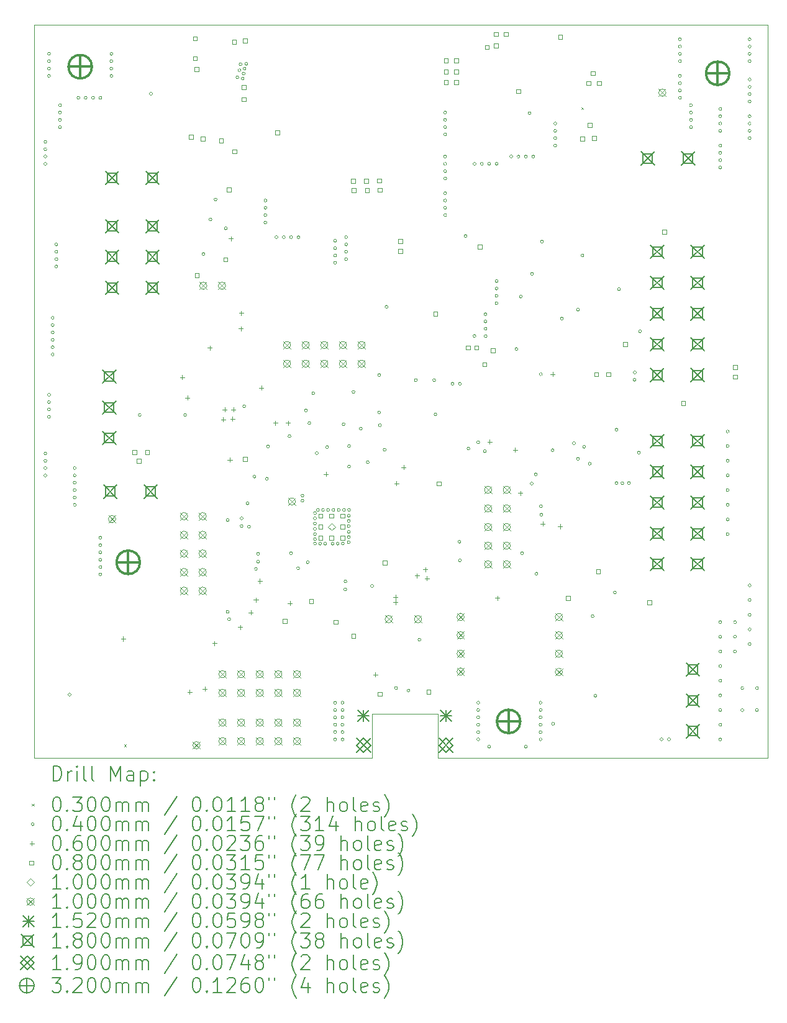
<source format=gbr>
%TF.GenerationSoftware,KiCad,Pcbnew,9.0.0*%
%TF.CreationDate,2025-03-25T01:22:25+01:00*%
%TF.ProjectId,FCCU-v2-schematic-pcb,46434355-2d76-4322-9d73-6368656d6174,rev?*%
%TF.SameCoordinates,Original*%
%TF.FileFunction,Drillmap*%
%TF.FilePolarity,Positive*%
%FSLAX45Y45*%
G04 Gerber Fmt 4.5, Leading zero omitted, Abs format (unit mm)*
G04 Created by KiCad (PCBNEW 9.0.0) date 2025-03-25 01:22:25*
%MOMM*%
%LPD*%
G01*
G04 APERTURE LIST*
%ADD10C,0.050000*%
%ADD11C,0.200000*%
%ADD12C,0.100000*%
%ADD13C,0.152000*%
%ADD14C,0.180000*%
%ADD15C,0.190000*%
%ADD16C,0.320000*%
G04 APERTURE END LIST*
D10*
X14550000Y-11550000D02*
X14550000Y-10950000D01*
X9050000Y-11550000D02*
X13650000Y-11550000D01*
X9050000Y-1550000D02*
X9050000Y-11550000D01*
X14550000Y-10950000D02*
X13650000Y-10950000D01*
X19050000Y-11550000D02*
X19050000Y-1550000D01*
X19050000Y-1550000D02*
X9050000Y-1550000D01*
X14550000Y-11550000D02*
X19050000Y-11550000D01*
X13650000Y-10950000D02*
X13650000Y-11550000D01*
D11*
D12*
X10272500Y-11367500D02*
X10302500Y-11397500D01*
X10302500Y-11367500D02*
X10272500Y-11397500D01*
X16505000Y-2678750D02*
X16535000Y-2708750D01*
X16535000Y-2678750D02*
X16505000Y-2708750D01*
X9220000Y-3150000D02*
G75*
G02*
X9180000Y-3150000I-20000J0D01*
G01*
X9180000Y-3150000D02*
G75*
G02*
X9220000Y-3150000I20000J0D01*
G01*
X9220000Y-3250000D02*
G75*
G02*
X9180000Y-3250000I-20000J0D01*
G01*
X9180000Y-3250000D02*
G75*
G02*
X9220000Y-3250000I20000J0D01*
G01*
X9220000Y-3350000D02*
G75*
G02*
X9180000Y-3350000I-20000J0D01*
G01*
X9180000Y-3350000D02*
G75*
G02*
X9220000Y-3350000I20000J0D01*
G01*
X9220000Y-3450000D02*
G75*
G02*
X9180000Y-3450000I-20000J0D01*
G01*
X9180000Y-3450000D02*
G75*
G02*
X9220000Y-3450000I20000J0D01*
G01*
X9220000Y-7400000D02*
G75*
G02*
X9180000Y-7400000I-20000J0D01*
G01*
X9180000Y-7400000D02*
G75*
G02*
X9220000Y-7400000I20000J0D01*
G01*
X9220000Y-7500000D02*
G75*
G02*
X9180000Y-7500000I-20000J0D01*
G01*
X9180000Y-7500000D02*
G75*
G02*
X9220000Y-7500000I20000J0D01*
G01*
X9220000Y-7600000D02*
G75*
G02*
X9180000Y-7600000I-20000J0D01*
G01*
X9180000Y-7600000D02*
G75*
G02*
X9220000Y-7600000I20000J0D01*
G01*
X9220000Y-7700000D02*
G75*
G02*
X9180000Y-7700000I-20000J0D01*
G01*
X9180000Y-7700000D02*
G75*
G02*
X9220000Y-7700000I20000J0D01*
G01*
X9270000Y-1950000D02*
G75*
G02*
X9230000Y-1950000I-20000J0D01*
G01*
X9230000Y-1950000D02*
G75*
G02*
X9270000Y-1950000I20000J0D01*
G01*
X9270000Y-2050000D02*
G75*
G02*
X9230000Y-2050000I-20000J0D01*
G01*
X9230000Y-2050000D02*
G75*
G02*
X9270000Y-2050000I20000J0D01*
G01*
X9270000Y-2150000D02*
G75*
G02*
X9230000Y-2150000I-20000J0D01*
G01*
X9230000Y-2150000D02*
G75*
G02*
X9270000Y-2150000I20000J0D01*
G01*
X9270000Y-2250000D02*
G75*
G02*
X9230000Y-2250000I-20000J0D01*
G01*
X9230000Y-2250000D02*
G75*
G02*
X9270000Y-2250000I20000J0D01*
G01*
X9270000Y-6600000D02*
G75*
G02*
X9230000Y-6600000I-20000J0D01*
G01*
X9230000Y-6600000D02*
G75*
G02*
X9270000Y-6600000I20000J0D01*
G01*
X9270000Y-6700000D02*
G75*
G02*
X9230000Y-6700000I-20000J0D01*
G01*
X9230000Y-6700000D02*
G75*
G02*
X9270000Y-6700000I20000J0D01*
G01*
X9270000Y-6800000D02*
G75*
G02*
X9230000Y-6800000I-20000J0D01*
G01*
X9230000Y-6800000D02*
G75*
G02*
X9270000Y-6800000I20000J0D01*
G01*
X9270000Y-6900000D02*
G75*
G02*
X9230000Y-6900000I-20000J0D01*
G01*
X9230000Y-6900000D02*
G75*
G02*
X9270000Y-6900000I20000J0D01*
G01*
X9320000Y-5550000D02*
G75*
G02*
X9280000Y-5550000I-20000J0D01*
G01*
X9280000Y-5550000D02*
G75*
G02*
X9320000Y-5550000I20000J0D01*
G01*
X9320000Y-5650000D02*
G75*
G02*
X9280000Y-5650000I-20000J0D01*
G01*
X9280000Y-5650000D02*
G75*
G02*
X9320000Y-5650000I20000J0D01*
G01*
X9320000Y-5750000D02*
G75*
G02*
X9280000Y-5750000I-20000J0D01*
G01*
X9280000Y-5750000D02*
G75*
G02*
X9320000Y-5750000I20000J0D01*
G01*
X9320000Y-5850000D02*
G75*
G02*
X9280000Y-5850000I-20000J0D01*
G01*
X9280000Y-5850000D02*
G75*
G02*
X9320000Y-5850000I20000J0D01*
G01*
X9320000Y-5950000D02*
G75*
G02*
X9280000Y-5950000I-20000J0D01*
G01*
X9280000Y-5950000D02*
G75*
G02*
X9320000Y-5950000I20000J0D01*
G01*
X9320000Y-6050000D02*
G75*
G02*
X9280000Y-6050000I-20000J0D01*
G01*
X9280000Y-6050000D02*
G75*
G02*
X9320000Y-6050000I20000J0D01*
G01*
X9370000Y-4550000D02*
G75*
G02*
X9330000Y-4550000I-20000J0D01*
G01*
X9330000Y-4550000D02*
G75*
G02*
X9370000Y-4550000I20000J0D01*
G01*
X9370000Y-4650000D02*
G75*
G02*
X9330000Y-4650000I-20000J0D01*
G01*
X9330000Y-4650000D02*
G75*
G02*
X9370000Y-4650000I20000J0D01*
G01*
X9370000Y-4750000D02*
G75*
G02*
X9330000Y-4750000I-20000J0D01*
G01*
X9330000Y-4750000D02*
G75*
G02*
X9370000Y-4750000I20000J0D01*
G01*
X9370000Y-4850000D02*
G75*
G02*
X9330000Y-4850000I-20000J0D01*
G01*
X9330000Y-4850000D02*
G75*
G02*
X9370000Y-4850000I20000J0D01*
G01*
X9420000Y-2650000D02*
G75*
G02*
X9380000Y-2650000I-20000J0D01*
G01*
X9380000Y-2650000D02*
G75*
G02*
X9420000Y-2650000I20000J0D01*
G01*
X9420000Y-2750000D02*
G75*
G02*
X9380000Y-2750000I-20000J0D01*
G01*
X9380000Y-2750000D02*
G75*
G02*
X9420000Y-2750000I20000J0D01*
G01*
X9420000Y-2850000D02*
G75*
G02*
X9380000Y-2850000I-20000J0D01*
G01*
X9380000Y-2850000D02*
G75*
G02*
X9420000Y-2850000I20000J0D01*
G01*
X9420000Y-2950000D02*
G75*
G02*
X9380000Y-2950000I-20000J0D01*
G01*
X9380000Y-2950000D02*
G75*
G02*
X9420000Y-2950000I20000J0D01*
G01*
X9550000Y-10690000D02*
G75*
G02*
X9510000Y-10690000I-20000J0D01*
G01*
X9510000Y-10690000D02*
G75*
G02*
X9550000Y-10690000I20000J0D01*
G01*
X9620000Y-7600000D02*
G75*
G02*
X9580000Y-7600000I-20000J0D01*
G01*
X9580000Y-7600000D02*
G75*
G02*
X9620000Y-7600000I20000J0D01*
G01*
X9620000Y-7700000D02*
G75*
G02*
X9580000Y-7700000I-20000J0D01*
G01*
X9580000Y-7700000D02*
G75*
G02*
X9620000Y-7700000I20000J0D01*
G01*
X9620000Y-7800000D02*
G75*
G02*
X9580000Y-7800000I-20000J0D01*
G01*
X9580000Y-7800000D02*
G75*
G02*
X9620000Y-7800000I20000J0D01*
G01*
X9620000Y-7900000D02*
G75*
G02*
X9580000Y-7900000I-20000J0D01*
G01*
X9580000Y-7900000D02*
G75*
G02*
X9620000Y-7900000I20000J0D01*
G01*
X9620000Y-8000000D02*
G75*
G02*
X9580000Y-8000000I-20000J0D01*
G01*
X9580000Y-8000000D02*
G75*
G02*
X9620000Y-8000000I20000J0D01*
G01*
X9620000Y-8100000D02*
G75*
G02*
X9580000Y-8100000I-20000J0D01*
G01*
X9580000Y-8100000D02*
G75*
G02*
X9620000Y-8100000I20000J0D01*
G01*
X9670000Y-2550000D02*
G75*
G02*
X9630000Y-2550000I-20000J0D01*
G01*
X9630000Y-2550000D02*
G75*
G02*
X9670000Y-2550000I20000J0D01*
G01*
X9770000Y-2550000D02*
G75*
G02*
X9730000Y-2550000I-20000J0D01*
G01*
X9730000Y-2550000D02*
G75*
G02*
X9770000Y-2550000I20000J0D01*
G01*
X9870000Y-2550000D02*
G75*
G02*
X9830000Y-2550000I-20000J0D01*
G01*
X9830000Y-2550000D02*
G75*
G02*
X9870000Y-2550000I20000J0D01*
G01*
X9970000Y-2550000D02*
G75*
G02*
X9930000Y-2550000I-20000J0D01*
G01*
X9930000Y-2550000D02*
G75*
G02*
X9970000Y-2550000I20000J0D01*
G01*
X9970000Y-8550000D02*
G75*
G02*
X9930000Y-8550000I-20000J0D01*
G01*
X9930000Y-8550000D02*
G75*
G02*
X9970000Y-8550000I20000J0D01*
G01*
X9970000Y-8650000D02*
G75*
G02*
X9930000Y-8650000I-20000J0D01*
G01*
X9930000Y-8650000D02*
G75*
G02*
X9970000Y-8650000I20000J0D01*
G01*
X9970000Y-8750000D02*
G75*
G02*
X9930000Y-8750000I-20000J0D01*
G01*
X9930000Y-8750000D02*
G75*
G02*
X9970000Y-8750000I20000J0D01*
G01*
X9970000Y-8850000D02*
G75*
G02*
X9930000Y-8850000I-20000J0D01*
G01*
X9930000Y-8850000D02*
G75*
G02*
X9970000Y-8850000I20000J0D01*
G01*
X9970000Y-8950000D02*
G75*
G02*
X9930000Y-8950000I-20000J0D01*
G01*
X9930000Y-8950000D02*
G75*
G02*
X9970000Y-8950000I20000J0D01*
G01*
X9970000Y-9050000D02*
G75*
G02*
X9930000Y-9050000I-20000J0D01*
G01*
X9930000Y-9050000D02*
G75*
G02*
X9970000Y-9050000I20000J0D01*
G01*
X10120000Y-1950000D02*
G75*
G02*
X10080000Y-1950000I-20000J0D01*
G01*
X10080000Y-1950000D02*
G75*
G02*
X10120000Y-1950000I20000J0D01*
G01*
X10120000Y-2050000D02*
G75*
G02*
X10080000Y-2050000I-20000J0D01*
G01*
X10080000Y-2050000D02*
G75*
G02*
X10120000Y-2050000I20000J0D01*
G01*
X10120000Y-2150000D02*
G75*
G02*
X10080000Y-2150000I-20000J0D01*
G01*
X10080000Y-2150000D02*
G75*
G02*
X10120000Y-2150000I20000J0D01*
G01*
X10120000Y-2250000D02*
G75*
G02*
X10080000Y-2250000I-20000J0D01*
G01*
X10080000Y-2250000D02*
G75*
G02*
X10120000Y-2250000I20000J0D01*
G01*
X10507500Y-6875000D02*
G75*
G02*
X10467500Y-6875000I-20000J0D01*
G01*
X10467500Y-6875000D02*
G75*
G02*
X10507500Y-6875000I20000J0D01*
G01*
X10660000Y-2495000D02*
G75*
G02*
X10620000Y-2495000I-20000J0D01*
G01*
X10620000Y-2495000D02*
G75*
G02*
X10660000Y-2495000I20000J0D01*
G01*
X11125000Y-6875000D02*
G75*
G02*
X11085000Y-6875000I-20000J0D01*
G01*
X11085000Y-6875000D02*
G75*
G02*
X11125000Y-6875000I20000J0D01*
G01*
X11375000Y-4680000D02*
G75*
G02*
X11335000Y-4680000I-20000J0D01*
G01*
X11335000Y-4680000D02*
G75*
G02*
X11375000Y-4680000I20000J0D01*
G01*
X11470000Y-4210000D02*
G75*
G02*
X11430000Y-4210000I-20000J0D01*
G01*
X11430000Y-4210000D02*
G75*
G02*
X11470000Y-4210000I20000J0D01*
G01*
X11540000Y-3935000D02*
G75*
G02*
X11500000Y-3935000I-20000J0D01*
G01*
X11500000Y-3935000D02*
G75*
G02*
X11540000Y-3935000I20000J0D01*
G01*
X11680000Y-4330000D02*
G75*
G02*
X11640000Y-4330000I-20000J0D01*
G01*
X11640000Y-4330000D02*
G75*
G02*
X11680000Y-4330000I20000J0D01*
G01*
X11705000Y-8307500D02*
G75*
G02*
X11665000Y-8307500I-20000J0D01*
G01*
X11665000Y-8307500D02*
G75*
G02*
X11705000Y-8307500I20000J0D01*
G01*
X11705000Y-9560000D02*
G75*
G02*
X11665000Y-9560000I-20000J0D01*
G01*
X11665000Y-9560000D02*
G75*
G02*
X11705000Y-9560000I20000J0D01*
G01*
X11725000Y-9660000D02*
G75*
G02*
X11685000Y-9660000I-20000J0D01*
G01*
X11685000Y-9660000D02*
G75*
G02*
X11725000Y-9660000I20000J0D01*
G01*
X11836924Y-2269939D02*
G75*
G02*
X11796924Y-2269939I-20000J0D01*
G01*
X11796924Y-2269939D02*
G75*
G02*
X11836924Y-2269939I20000J0D01*
G01*
X11865000Y-2172500D02*
G75*
G02*
X11825000Y-2172500I-20000J0D01*
G01*
X11825000Y-2172500D02*
G75*
G02*
X11865000Y-2172500I20000J0D01*
G01*
X11880000Y-2092500D02*
G75*
G02*
X11840000Y-2092500I-20000J0D01*
G01*
X11840000Y-2092500D02*
G75*
G02*
X11880000Y-2092500I20000J0D01*
G01*
X11895000Y-8285000D02*
G75*
G02*
X11855000Y-8285000I-20000J0D01*
G01*
X11855000Y-8285000D02*
G75*
G02*
X11895000Y-8285000I20000J0D01*
G01*
X11895000Y-8390000D02*
G75*
G02*
X11855000Y-8390000I-20000J0D01*
G01*
X11855000Y-8390000D02*
G75*
G02*
X11895000Y-8390000I20000J0D01*
G01*
X11910000Y-2285000D02*
G75*
G02*
X11870000Y-2285000I-20000J0D01*
G01*
X11870000Y-2285000D02*
G75*
G02*
X11910000Y-2285000I20000J0D01*
G01*
X11922500Y-2220000D02*
G75*
G02*
X11882500Y-2220000I-20000J0D01*
G01*
X11882500Y-2220000D02*
G75*
G02*
X11922500Y-2220000I20000J0D01*
G01*
X11930000Y-6755000D02*
G75*
G02*
X11890000Y-6755000I-20000J0D01*
G01*
X11890000Y-6755000D02*
G75*
G02*
X11930000Y-6755000I20000J0D01*
G01*
X11935000Y-2150000D02*
G75*
G02*
X11895000Y-2150000I-20000J0D01*
G01*
X11895000Y-2150000D02*
G75*
G02*
X11935000Y-2150000I20000J0D01*
G01*
X11960000Y-2085000D02*
G75*
G02*
X11920000Y-2085000I-20000J0D01*
G01*
X11920000Y-2085000D02*
G75*
G02*
X11960000Y-2085000I20000J0D01*
G01*
X11975000Y-8080000D02*
G75*
G02*
X11935000Y-8080000I-20000J0D01*
G01*
X11935000Y-8080000D02*
G75*
G02*
X11975000Y-8080000I20000J0D01*
G01*
X11995000Y-8400000D02*
G75*
G02*
X11955000Y-8400000I-20000J0D01*
G01*
X11955000Y-8400000D02*
G75*
G02*
X11995000Y-8400000I20000J0D01*
G01*
X12070050Y-7715029D02*
G75*
G02*
X12030050Y-7715029I-20000J0D01*
G01*
X12030050Y-7715029D02*
G75*
G02*
X12070050Y-7715029I20000J0D01*
G01*
X12090000Y-8975000D02*
G75*
G02*
X12050000Y-8975000I-20000J0D01*
G01*
X12050000Y-8975000D02*
G75*
G02*
X12090000Y-8975000I20000J0D01*
G01*
X12120000Y-8770000D02*
G75*
G02*
X12080000Y-8770000I-20000J0D01*
G01*
X12080000Y-8770000D02*
G75*
G02*
X12120000Y-8770000I20000J0D01*
G01*
X12120000Y-8875000D02*
G75*
G02*
X12080000Y-8875000I-20000J0D01*
G01*
X12080000Y-8875000D02*
G75*
G02*
X12120000Y-8875000I20000J0D01*
G01*
X12220000Y-3950000D02*
G75*
G02*
X12180000Y-3950000I-20000J0D01*
G01*
X12180000Y-3950000D02*
G75*
G02*
X12220000Y-3950000I20000J0D01*
G01*
X12220000Y-4050000D02*
G75*
G02*
X12180000Y-4050000I-20000J0D01*
G01*
X12180000Y-4050000D02*
G75*
G02*
X12220000Y-4050000I20000J0D01*
G01*
X12220000Y-4150000D02*
G75*
G02*
X12180000Y-4150000I-20000J0D01*
G01*
X12180000Y-4150000D02*
G75*
G02*
X12220000Y-4150000I20000J0D01*
G01*
X12220000Y-4250000D02*
G75*
G02*
X12180000Y-4250000I-20000J0D01*
G01*
X12180000Y-4250000D02*
G75*
G02*
X12220000Y-4250000I20000J0D01*
G01*
X12240150Y-7745000D02*
G75*
G02*
X12200150Y-7745000I-20000J0D01*
G01*
X12200150Y-7745000D02*
G75*
G02*
X12240150Y-7745000I20000J0D01*
G01*
X12255000Y-7305000D02*
G75*
G02*
X12215000Y-7305000I-20000J0D01*
G01*
X12215000Y-7305000D02*
G75*
G02*
X12255000Y-7305000I20000J0D01*
G01*
X12370000Y-4450000D02*
G75*
G02*
X12330000Y-4450000I-20000J0D01*
G01*
X12330000Y-4450000D02*
G75*
G02*
X12370000Y-4450000I20000J0D01*
G01*
X12470000Y-4450000D02*
G75*
G02*
X12430000Y-4450000I-20000J0D01*
G01*
X12430000Y-4450000D02*
G75*
G02*
X12470000Y-4450000I20000J0D01*
G01*
X12547500Y-7165000D02*
G75*
G02*
X12507500Y-7165000I-20000J0D01*
G01*
X12507500Y-7165000D02*
G75*
G02*
X12547500Y-7165000I20000J0D01*
G01*
X12570000Y-4450000D02*
G75*
G02*
X12530000Y-4450000I-20000J0D01*
G01*
X12530000Y-4450000D02*
G75*
G02*
X12570000Y-4450000I20000J0D01*
G01*
X12570000Y-8760000D02*
G75*
G02*
X12530000Y-8760000I-20000J0D01*
G01*
X12530000Y-8760000D02*
G75*
G02*
X12570000Y-8760000I20000J0D01*
G01*
X12665000Y-8965000D02*
G75*
G02*
X12625000Y-8965000I-20000J0D01*
G01*
X12625000Y-8965000D02*
G75*
G02*
X12665000Y-8965000I20000J0D01*
G01*
X12670000Y-4450000D02*
G75*
G02*
X12630000Y-4450000I-20000J0D01*
G01*
X12630000Y-4450000D02*
G75*
G02*
X12670000Y-4450000I20000J0D01*
G01*
X12725000Y-7975000D02*
G75*
G02*
X12685000Y-7975000I-20000J0D01*
G01*
X12685000Y-7975000D02*
G75*
G02*
X12725000Y-7975000I20000J0D01*
G01*
X12725000Y-8045000D02*
G75*
G02*
X12685000Y-8045000I-20000J0D01*
G01*
X12685000Y-8045000D02*
G75*
G02*
X12725000Y-8045000I20000J0D01*
G01*
X12772500Y-6812500D02*
G75*
G02*
X12732500Y-6812500I-20000J0D01*
G01*
X12732500Y-6812500D02*
G75*
G02*
X12772500Y-6812500I20000J0D01*
G01*
X12795000Y-8885000D02*
G75*
G02*
X12755000Y-8885000I-20000J0D01*
G01*
X12755000Y-8885000D02*
G75*
G02*
X12795000Y-8885000I20000J0D01*
G01*
X12817500Y-6987500D02*
G75*
G02*
X12777500Y-6987500I-20000J0D01*
G01*
X12777500Y-6987500D02*
G75*
G02*
X12817500Y-6987500I20000J0D01*
G01*
X12872500Y-6578750D02*
G75*
G02*
X12832500Y-6578750I-20000J0D01*
G01*
X12832500Y-6578750D02*
G75*
G02*
X12872500Y-6578750I20000J0D01*
G01*
X12895000Y-8215000D02*
G75*
G02*
X12855000Y-8215000I-20000J0D01*
G01*
X12855000Y-8215000D02*
G75*
G02*
X12895000Y-8215000I20000J0D01*
G01*
X12895000Y-8285000D02*
G75*
G02*
X12855000Y-8285000I-20000J0D01*
G01*
X12855000Y-8285000D02*
G75*
G02*
X12895000Y-8285000I20000J0D01*
G01*
X12895000Y-8355000D02*
G75*
G02*
X12855000Y-8355000I-20000J0D01*
G01*
X12855000Y-8355000D02*
G75*
G02*
X12895000Y-8355000I20000J0D01*
G01*
X12895000Y-8430000D02*
G75*
G02*
X12855000Y-8430000I-20000J0D01*
G01*
X12855000Y-8430000D02*
G75*
G02*
X12895000Y-8430000I20000J0D01*
G01*
X12895000Y-8500000D02*
G75*
G02*
X12855000Y-8500000I-20000J0D01*
G01*
X12855000Y-8500000D02*
G75*
G02*
X12895000Y-8500000I20000J0D01*
G01*
X12895000Y-8570000D02*
G75*
G02*
X12855000Y-8570000I-20000J0D01*
G01*
X12855000Y-8570000D02*
G75*
G02*
X12895000Y-8570000I20000J0D01*
G01*
X12895000Y-8630000D02*
G75*
G02*
X12855000Y-8630000I-20000J0D01*
G01*
X12855000Y-8630000D02*
G75*
G02*
X12895000Y-8630000I20000J0D01*
G01*
X12920000Y-7395000D02*
G75*
G02*
X12880000Y-7395000I-20000J0D01*
G01*
X12880000Y-7395000D02*
G75*
G02*
X12920000Y-7395000I20000J0D01*
G01*
X12935000Y-8170000D02*
G75*
G02*
X12895000Y-8170000I-20000J0D01*
G01*
X12895000Y-8170000D02*
G75*
G02*
X12935000Y-8170000I20000J0D01*
G01*
X12965000Y-8630000D02*
G75*
G02*
X12925000Y-8630000I-20000J0D01*
G01*
X12925000Y-8630000D02*
G75*
G02*
X12965000Y-8630000I20000J0D01*
G01*
X13005000Y-8170000D02*
G75*
G02*
X12965000Y-8170000I-20000J0D01*
G01*
X12965000Y-8170000D02*
G75*
G02*
X13005000Y-8170000I20000J0D01*
G01*
X13035000Y-8630000D02*
G75*
G02*
X12995000Y-8630000I-20000J0D01*
G01*
X12995000Y-8630000D02*
G75*
G02*
X13035000Y-8630000I20000J0D01*
G01*
X13061250Y-7313750D02*
G75*
G02*
X13021250Y-7313750I-20000J0D01*
G01*
X13021250Y-7313750D02*
G75*
G02*
X13061250Y-7313750I20000J0D01*
G01*
X13075000Y-8170000D02*
G75*
G02*
X13035000Y-8170000I-20000J0D01*
G01*
X13035000Y-8170000D02*
G75*
G02*
X13075000Y-8170000I20000J0D01*
G01*
X13135000Y-8630000D02*
G75*
G02*
X13095000Y-8630000I-20000J0D01*
G01*
X13095000Y-8630000D02*
G75*
G02*
X13135000Y-8630000I20000J0D01*
G01*
X13145000Y-8170000D02*
G75*
G02*
X13105000Y-8170000I-20000J0D01*
G01*
X13105000Y-8170000D02*
G75*
G02*
X13145000Y-8170000I20000J0D01*
G01*
X13170000Y-4500000D02*
G75*
G02*
X13130000Y-4500000I-20000J0D01*
G01*
X13130000Y-4500000D02*
G75*
G02*
X13170000Y-4500000I20000J0D01*
G01*
X13170000Y-4600000D02*
G75*
G02*
X13130000Y-4600000I-20000J0D01*
G01*
X13130000Y-4600000D02*
G75*
G02*
X13170000Y-4600000I20000J0D01*
G01*
X13170000Y-4700000D02*
G75*
G02*
X13130000Y-4700000I-20000J0D01*
G01*
X13130000Y-4700000D02*
G75*
G02*
X13170000Y-4700000I20000J0D01*
G01*
X13170000Y-4800000D02*
G75*
G02*
X13130000Y-4800000I-20000J0D01*
G01*
X13130000Y-4800000D02*
G75*
G02*
X13170000Y-4800000I20000J0D01*
G01*
X13170000Y-10800000D02*
G75*
G02*
X13130000Y-10800000I-20000J0D01*
G01*
X13130000Y-10800000D02*
G75*
G02*
X13170000Y-10800000I20000J0D01*
G01*
X13170000Y-10900000D02*
G75*
G02*
X13130000Y-10900000I-20000J0D01*
G01*
X13130000Y-10900000D02*
G75*
G02*
X13170000Y-10900000I20000J0D01*
G01*
X13170000Y-11000000D02*
G75*
G02*
X13130000Y-11000000I-20000J0D01*
G01*
X13130000Y-11000000D02*
G75*
G02*
X13170000Y-11000000I20000J0D01*
G01*
X13170000Y-11100000D02*
G75*
G02*
X13130000Y-11100000I-20000J0D01*
G01*
X13130000Y-11100000D02*
G75*
G02*
X13170000Y-11100000I20000J0D01*
G01*
X13170000Y-11200000D02*
G75*
G02*
X13130000Y-11200000I-20000J0D01*
G01*
X13130000Y-11200000D02*
G75*
G02*
X13170000Y-11200000I20000J0D01*
G01*
X13170000Y-11300000D02*
G75*
G02*
X13130000Y-11300000I-20000J0D01*
G01*
X13130000Y-11300000D02*
G75*
G02*
X13170000Y-11300000I20000J0D01*
G01*
X13205000Y-8630000D02*
G75*
G02*
X13165000Y-8630000I-20000J0D01*
G01*
X13165000Y-8630000D02*
G75*
G02*
X13205000Y-8630000I20000J0D01*
G01*
X13220000Y-8170000D02*
G75*
G02*
X13180000Y-8170000I-20000J0D01*
G01*
X13180000Y-8170000D02*
G75*
G02*
X13220000Y-8170000I20000J0D01*
G01*
X13270000Y-10800000D02*
G75*
G02*
X13230000Y-10800000I-20000J0D01*
G01*
X13230000Y-10800000D02*
G75*
G02*
X13270000Y-10800000I20000J0D01*
G01*
X13270000Y-10900000D02*
G75*
G02*
X13230000Y-10900000I-20000J0D01*
G01*
X13230000Y-10900000D02*
G75*
G02*
X13270000Y-10900000I20000J0D01*
G01*
X13270000Y-11000000D02*
G75*
G02*
X13230000Y-11000000I-20000J0D01*
G01*
X13230000Y-11000000D02*
G75*
G02*
X13270000Y-11000000I20000J0D01*
G01*
X13270000Y-11100000D02*
G75*
G02*
X13230000Y-11100000I-20000J0D01*
G01*
X13230000Y-11100000D02*
G75*
G02*
X13270000Y-11100000I20000J0D01*
G01*
X13270000Y-11200000D02*
G75*
G02*
X13230000Y-11200000I-20000J0D01*
G01*
X13230000Y-11200000D02*
G75*
G02*
X13270000Y-11200000I20000J0D01*
G01*
X13270000Y-11300000D02*
G75*
G02*
X13230000Y-11300000I-20000J0D01*
G01*
X13230000Y-11300000D02*
G75*
G02*
X13270000Y-11300000I20000J0D01*
G01*
X13275000Y-8630000D02*
G75*
G02*
X13235000Y-8630000I-20000J0D01*
G01*
X13235000Y-8630000D02*
G75*
G02*
X13275000Y-8630000I20000J0D01*
G01*
X13285000Y-7000000D02*
G75*
G02*
X13245000Y-7000000I-20000J0D01*
G01*
X13245000Y-7000000D02*
G75*
G02*
X13285000Y-7000000I20000J0D01*
G01*
X13290000Y-8170000D02*
G75*
G02*
X13250000Y-8170000I-20000J0D01*
G01*
X13250000Y-8170000D02*
G75*
G02*
X13290000Y-8170000I20000J0D01*
G01*
X13307938Y-9254001D02*
G75*
G02*
X13267938Y-9254001I-20000J0D01*
G01*
X13267938Y-9254001D02*
G75*
G02*
X13307938Y-9254001I20000J0D01*
G01*
X13310000Y-9145000D02*
G75*
G02*
X13270000Y-9145000I-20000J0D01*
G01*
X13270000Y-9145000D02*
G75*
G02*
X13310000Y-9145000I20000J0D01*
G01*
X13320000Y-4450000D02*
G75*
G02*
X13280000Y-4450000I-20000J0D01*
G01*
X13280000Y-4450000D02*
G75*
G02*
X13320000Y-4450000I20000J0D01*
G01*
X13320000Y-4550000D02*
G75*
G02*
X13280000Y-4550000I-20000J0D01*
G01*
X13280000Y-4550000D02*
G75*
G02*
X13320000Y-4550000I20000J0D01*
G01*
X13320000Y-4650000D02*
G75*
G02*
X13280000Y-4650000I-20000J0D01*
G01*
X13280000Y-4650000D02*
G75*
G02*
X13320000Y-4650000I20000J0D01*
G01*
X13320000Y-4750000D02*
G75*
G02*
X13280000Y-4750000I-20000J0D01*
G01*
X13280000Y-4750000D02*
G75*
G02*
X13320000Y-4750000I20000J0D01*
G01*
X13355000Y-8250000D02*
G75*
G02*
X13315000Y-8250000I-20000J0D01*
G01*
X13315000Y-8250000D02*
G75*
G02*
X13355000Y-8250000I20000J0D01*
G01*
X13355000Y-8320000D02*
G75*
G02*
X13315000Y-8320000I-20000J0D01*
G01*
X13315000Y-8320000D02*
G75*
G02*
X13355000Y-8320000I20000J0D01*
G01*
X13355000Y-8390000D02*
G75*
G02*
X13315000Y-8390000I-20000J0D01*
G01*
X13315000Y-8390000D02*
G75*
G02*
X13355000Y-8390000I20000J0D01*
G01*
X13355000Y-8470000D02*
G75*
G02*
X13315000Y-8470000I-20000J0D01*
G01*
X13315000Y-8470000D02*
G75*
G02*
X13355000Y-8470000I20000J0D01*
G01*
X13355000Y-8540000D02*
G75*
G02*
X13315000Y-8540000I-20000J0D01*
G01*
X13315000Y-8540000D02*
G75*
G02*
X13355000Y-8540000I20000J0D01*
G01*
X13355000Y-8610000D02*
G75*
G02*
X13315000Y-8610000I-20000J0D01*
G01*
X13315000Y-8610000D02*
G75*
G02*
X13355000Y-8610000I20000J0D01*
G01*
X13360000Y-7300000D02*
G75*
G02*
X13320000Y-7300000I-20000J0D01*
G01*
X13320000Y-7300000D02*
G75*
G02*
X13360000Y-7300000I20000J0D01*
G01*
X13360000Y-7580000D02*
G75*
G02*
X13320000Y-7580000I-20000J0D01*
G01*
X13320000Y-7580000D02*
G75*
G02*
X13360000Y-7580000I20000J0D01*
G01*
X13360000Y-8170000D02*
G75*
G02*
X13320000Y-8170000I-20000J0D01*
G01*
X13320000Y-8170000D02*
G75*
G02*
X13360000Y-8170000I20000J0D01*
G01*
X13420000Y-6560000D02*
G75*
G02*
X13380000Y-6560000I-20000J0D01*
G01*
X13380000Y-6560000D02*
G75*
G02*
X13420000Y-6560000I20000J0D01*
G01*
X13520000Y-7060000D02*
G75*
G02*
X13480000Y-7060000I-20000J0D01*
G01*
X13480000Y-7060000D02*
G75*
G02*
X13520000Y-7060000I20000J0D01*
G01*
X13615000Y-7520000D02*
G75*
G02*
X13575000Y-7520000I-20000J0D01*
G01*
X13575000Y-7520000D02*
G75*
G02*
X13615000Y-7520000I20000J0D01*
G01*
X13673459Y-9206541D02*
G75*
G02*
X13633459Y-9206541I-20000J0D01*
G01*
X13633459Y-9206541D02*
G75*
G02*
X13673459Y-9206541I20000J0D01*
G01*
X13770000Y-6330000D02*
G75*
G02*
X13730000Y-6330000I-20000J0D01*
G01*
X13730000Y-6330000D02*
G75*
G02*
X13770000Y-6330000I20000J0D01*
G01*
X13770000Y-6840000D02*
G75*
G02*
X13730000Y-6840000I-20000J0D01*
G01*
X13730000Y-6840000D02*
G75*
G02*
X13770000Y-6840000I20000J0D01*
G01*
X13780000Y-7015000D02*
G75*
G02*
X13740000Y-7015000I-20000J0D01*
G01*
X13740000Y-7015000D02*
G75*
G02*
X13780000Y-7015000I20000J0D01*
G01*
X13845000Y-7350000D02*
G75*
G02*
X13805000Y-7350000I-20000J0D01*
G01*
X13805000Y-7350000D02*
G75*
G02*
X13845000Y-7350000I20000J0D01*
G01*
X13870000Y-5400000D02*
G75*
G02*
X13830000Y-5400000I-20000J0D01*
G01*
X13830000Y-5400000D02*
G75*
G02*
X13870000Y-5400000I20000J0D01*
G01*
X14000000Y-10600000D02*
G75*
G02*
X13960000Y-10600000I-20000J0D01*
G01*
X13960000Y-10600000D02*
G75*
G02*
X14000000Y-10600000I20000J0D01*
G01*
X14170000Y-10633033D02*
G75*
G02*
X14130000Y-10633033I-20000J0D01*
G01*
X14130000Y-10633033D02*
G75*
G02*
X14170000Y-10633033I20000J0D01*
G01*
X14270000Y-6400000D02*
G75*
G02*
X14230000Y-6400000I-20000J0D01*
G01*
X14230000Y-6400000D02*
G75*
G02*
X14270000Y-6400000I20000J0D01*
G01*
X14320000Y-9940000D02*
G75*
G02*
X14280000Y-9940000I-20000J0D01*
G01*
X14280000Y-9940000D02*
G75*
G02*
X14320000Y-9940000I20000J0D01*
G01*
X14520000Y-6400000D02*
G75*
G02*
X14480000Y-6400000I-20000J0D01*
G01*
X14480000Y-6400000D02*
G75*
G02*
X14520000Y-6400000I20000J0D01*
G01*
X14537400Y-6867400D02*
G75*
G02*
X14497400Y-6867400I-20000J0D01*
G01*
X14497400Y-6867400D02*
G75*
G02*
X14537400Y-6867400I20000J0D01*
G01*
X14670000Y-2750000D02*
G75*
G02*
X14630000Y-2750000I-20000J0D01*
G01*
X14630000Y-2750000D02*
G75*
G02*
X14670000Y-2750000I20000J0D01*
G01*
X14670000Y-2850000D02*
G75*
G02*
X14630000Y-2850000I-20000J0D01*
G01*
X14630000Y-2850000D02*
G75*
G02*
X14670000Y-2850000I20000J0D01*
G01*
X14670000Y-2950000D02*
G75*
G02*
X14630000Y-2950000I-20000J0D01*
G01*
X14630000Y-2950000D02*
G75*
G02*
X14670000Y-2950000I20000J0D01*
G01*
X14670000Y-3050000D02*
G75*
G02*
X14630000Y-3050000I-20000J0D01*
G01*
X14630000Y-3050000D02*
G75*
G02*
X14670000Y-3050000I20000J0D01*
G01*
X14670000Y-3350000D02*
G75*
G02*
X14630000Y-3350000I-20000J0D01*
G01*
X14630000Y-3350000D02*
G75*
G02*
X14670000Y-3350000I20000J0D01*
G01*
X14670000Y-3450000D02*
G75*
G02*
X14630000Y-3450000I-20000J0D01*
G01*
X14630000Y-3450000D02*
G75*
G02*
X14670000Y-3450000I20000J0D01*
G01*
X14670000Y-3550000D02*
G75*
G02*
X14630000Y-3550000I-20000J0D01*
G01*
X14630000Y-3550000D02*
G75*
G02*
X14670000Y-3550000I20000J0D01*
G01*
X14670000Y-3650000D02*
G75*
G02*
X14630000Y-3650000I-20000J0D01*
G01*
X14630000Y-3650000D02*
G75*
G02*
X14670000Y-3650000I20000J0D01*
G01*
X14670000Y-3850000D02*
G75*
G02*
X14630000Y-3850000I-20000J0D01*
G01*
X14630000Y-3850000D02*
G75*
G02*
X14670000Y-3850000I20000J0D01*
G01*
X14670000Y-3950000D02*
G75*
G02*
X14630000Y-3950000I-20000J0D01*
G01*
X14630000Y-3950000D02*
G75*
G02*
X14670000Y-3950000I20000J0D01*
G01*
X14670000Y-4050000D02*
G75*
G02*
X14630000Y-4050000I-20000J0D01*
G01*
X14630000Y-4050000D02*
G75*
G02*
X14670000Y-4050000I20000J0D01*
G01*
X14670000Y-4150000D02*
G75*
G02*
X14630000Y-4150000I-20000J0D01*
G01*
X14630000Y-4150000D02*
G75*
G02*
X14670000Y-4150000I20000J0D01*
G01*
X14770000Y-6450000D02*
G75*
G02*
X14730000Y-6450000I-20000J0D01*
G01*
X14730000Y-6450000D02*
G75*
G02*
X14770000Y-6450000I20000J0D01*
G01*
X14865000Y-8605000D02*
G75*
G02*
X14825000Y-8605000I-20000J0D01*
G01*
X14825000Y-8605000D02*
G75*
G02*
X14865000Y-8605000I20000J0D01*
G01*
X14870000Y-6450000D02*
G75*
G02*
X14830000Y-6450000I-20000J0D01*
G01*
X14830000Y-6450000D02*
G75*
G02*
X14870000Y-6450000I20000J0D01*
G01*
X14870000Y-8860000D02*
G75*
G02*
X14830000Y-8860000I-20000J0D01*
G01*
X14830000Y-8860000D02*
G75*
G02*
X14870000Y-8860000I20000J0D01*
G01*
X14947500Y-4435000D02*
G75*
G02*
X14907500Y-4435000I-20000J0D01*
G01*
X14907500Y-4435000D02*
G75*
G02*
X14947500Y-4435000I20000J0D01*
G01*
X14986602Y-7333397D02*
G75*
G02*
X14946602Y-7333397I-20000J0D01*
G01*
X14946602Y-7333397D02*
G75*
G02*
X14986602Y-7333397I20000J0D01*
G01*
X15069917Y-5797500D02*
G75*
G02*
X15029917Y-5797500I-20000J0D01*
G01*
X15029917Y-5797500D02*
G75*
G02*
X15069917Y-5797500I20000J0D01*
G01*
X15070000Y-3450000D02*
G75*
G02*
X15030000Y-3450000I-20000J0D01*
G01*
X15030000Y-3450000D02*
G75*
G02*
X15070000Y-3450000I20000J0D01*
G01*
X15120000Y-7250000D02*
G75*
G02*
X15080000Y-7250000I-20000J0D01*
G01*
X15080000Y-7250000D02*
G75*
G02*
X15120000Y-7250000I20000J0D01*
G01*
X15120000Y-10800000D02*
G75*
G02*
X15080000Y-10800000I-20000J0D01*
G01*
X15080000Y-10800000D02*
G75*
G02*
X15120000Y-10800000I20000J0D01*
G01*
X15120000Y-10900000D02*
G75*
G02*
X15080000Y-10900000I-20000J0D01*
G01*
X15080000Y-10900000D02*
G75*
G02*
X15120000Y-10900000I20000J0D01*
G01*
X15120000Y-11000000D02*
G75*
G02*
X15080000Y-11000000I-20000J0D01*
G01*
X15080000Y-11000000D02*
G75*
G02*
X15120000Y-11000000I20000J0D01*
G01*
X15120000Y-11100000D02*
G75*
G02*
X15080000Y-11100000I-20000J0D01*
G01*
X15080000Y-11100000D02*
G75*
G02*
X15120000Y-11100000I20000J0D01*
G01*
X15120000Y-11200000D02*
G75*
G02*
X15080000Y-11200000I-20000J0D01*
G01*
X15080000Y-11200000D02*
G75*
G02*
X15120000Y-11200000I20000J0D01*
G01*
X15120000Y-11300000D02*
G75*
G02*
X15080000Y-11300000I-20000J0D01*
G01*
X15080000Y-11300000D02*
G75*
G02*
X15120000Y-11300000I20000J0D01*
G01*
X15170000Y-3450000D02*
G75*
G02*
X15130000Y-3450000I-20000J0D01*
G01*
X15130000Y-3450000D02*
G75*
G02*
X15170000Y-3450000I20000J0D01*
G01*
X15209896Y-7369896D02*
G75*
G02*
X15169896Y-7369896I-20000J0D01*
G01*
X15169896Y-7369896D02*
G75*
G02*
X15209896Y-7369896I20000J0D01*
G01*
X15220000Y-5500000D02*
G75*
G02*
X15180000Y-5500000I-20000J0D01*
G01*
X15180000Y-5500000D02*
G75*
G02*
X15220000Y-5500000I20000J0D01*
G01*
X15220000Y-5600000D02*
G75*
G02*
X15180000Y-5600000I-20000J0D01*
G01*
X15180000Y-5600000D02*
G75*
G02*
X15220000Y-5600000I20000J0D01*
G01*
X15220000Y-5700000D02*
G75*
G02*
X15180000Y-5700000I-20000J0D01*
G01*
X15180000Y-5700000D02*
G75*
G02*
X15220000Y-5700000I20000J0D01*
G01*
X15220000Y-5800000D02*
G75*
G02*
X15180000Y-5800000I-20000J0D01*
G01*
X15180000Y-5800000D02*
G75*
G02*
X15220000Y-5800000I20000J0D01*
G01*
X15270000Y-3450000D02*
G75*
G02*
X15230000Y-3450000I-20000J0D01*
G01*
X15230000Y-3450000D02*
G75*
G02*
X15270000Y-3450000I20000J0D01*
G01*
X15270000Y-11400000D02*
G75*
G02*
X15230000Y-11400000I-20000J0D01*
G01*
X15230000Y-11400000D02*
G75*
G02*
X15270000Y-11400000I20000J0D01*
G01*
X15370000Y-3450000D02*
G75*
G02*
X15330000Y-3450000I-20000J0D01*
G01*
X15330000Y-3450000D02*
G75*
G02*
X15370000Y-3450000I20000J0D01*
G01*
X15370000Y-5050000D02*
G75*
G02*
X15330000Y-5050000I-20000J0D01*
G01*
X15330000Y-5050000D02*
G75*
G02*
X15370000Y-5050000I20000J0D01*
G01*
X15370000Y-5150000D02*
G75*
G02*
X15330000Y-5150000I-20000J0D01*
G01*
X15330000Y-5150000D02*
G75*
G02*
X15370000Y-5150000I20000J0D01*
G01*
X15370000Y-5250000D02*
G75*
G02*
X15330000Y-5250000I-20000J0D01*
G01*
X15330000Y-5250000D02*
G75*
G02*
X15370000Y-5250000I20000J0D01*
G01*
X15370000Y-5350000D02*
G75*
G02*
X15330000Y-5350000I-20000J0D01*
G01*
X15330000Y-5350000D02*
G75*
G02*
X15370000Y-5350000I20000J0D01*
G01*
X15570000Y-3350000D02*
G75*
G02*
X15530000Y-3350000I-20000J0D01*
G01*
X15530000Y-3350000D02*
G75*
G02*
X15570000Y-3350000I20000J0D01*
G01*
X15640000Y-5975000D02*
G75*
G02*
X15600000Y-5975000I-20000J0D01*
G01*
X15600000Y-5975000D02*
G75*
G02*
X15640000Y-5975000I20000J0D01*
G01*
X15670000Y-3350000D02*
G75*
G02*
X15630000Y-3350000I-20000J0D01*
G01*
X15630000Y-3350000D02*
G75*
G02*
X15670000Y-3350000I20000J0D01*
G01*
X15700000Y-5260000D02*
G75*
G02*
X15660000Y-5260000I-20000J0D01*
G01*
X15660000Y-5260000D02*
G75*
G02*
X15700000Y-5260000I20000J0D01*
G01*
X15720000Y-8760000D02*
G75*
G02*
X15680000Y-8760000I-20000J0D01*
G01*
X15680000Y-8760000D02*
G75*
G02*
X15720000Y-8760000I20000J0D01*
G01*
X15770000Y-3350000D02*
G75*
G02*
X15730000Y-3350000I-20000J0D01*
G01*
X15730000Y-3350000D02*
G75*
G02*
X15770000Y-3350000I20000J0D01*
G01*
X15770000Y-11400000D02*
G75*
G02*
X15730000Y-11400000I-20000J0D01*
G01*
X15730000Y-11400000D02*
G75*
G02*
X15770000Y-11400000I20000J0D01*
G01*
X15820000Y-2760000D02*
G75*
G02*
X15780000Y-2760000I-20000J0D01*
G01*
X15780000Y-2760000D02*
G75*
G02*
X15820000Y-2760000I20000J0D01*
G01*
X15850000Y-7810000D02*
G75*
G02*
X15810000Y-7810000I-20000J0D01*
G01*
X15810000Y-7810000D02*
G75*
G02*
X15850000Y-7810000I20000J0D01*
G01*
X15855000Y-4950000D02*
G75*
G02*
X15815000Y-4950000I-20000J0D01*
G01*
X15815000Y-4950000D02*
G75*
G02*
X15855000Y-4950000I20000J0D01*
G01*
X15870000Y-3350000D02*
G75*
G02*
X15830000Y-3350000I-20000J0D01*
G01*
X15830000Y-3350000D02*
G75*
G02*
X15870000Y-3350000I20000J0D01*
G01*
X15905000Y-7685000D02*
G75*
G02*
X15865000Y-7685000I-20000J0D01*
G01*
X15865000Y-7685000D02*
G75*
G02*
X15905000Y-7685000I20000J0D01*
G01*
X15915000Y-9040000D02*
G75*
G02*
X15875000Y-9040000I-20000J0D01*
G01*
X15875000Y-9040000D02*
G75*
G02*
X15915000Y-9040000I20000J0D01*
G01*
X15970000Y-10800000D02*
G75*
G02*
X15930000Y-10800000I-20000J0D01*
G01*
X15930000Y-10800000D02*
G75*
G02*
X15970000Y-10800000I20000J0D01*
G01*
X15970000Y-10900000D02*
G75*
G02*
X15930000Y-10900000I-20000J0D01*
G01*
X15930000Y-10900000D02*
G75*
G02*
X15970000Y-10900000I20000J0D01*
G01*
X15970000Y-11000000D02*
G75*
G02*
X15930000Y-11000000I-20000J0D01*
G01*
X15930000Y-11000000D02*
G75*
G02*
X15970000Y-11000000I20000J0D01*
G01*
X15970000Y-11100000D02*
G75*
G02*
X15930000Y-11100000I-20000J0D01*
G01*
X15930000Y-11100000D02*
G75*
G02*
X15970000Y-11100000I20000J0D01*
G01*
X15970000Y-11200000D02*
G75*
G02*
X15930000Y-11200000I-20000J0D01*
G01*
X15930000Y-11200000D02*
G75*
G02*
X15970000Y-11200000I20000J0D01*
G01*
X15970000Y-11300000D02*
G75*
G02*
X15930000Y-11300000I-20000J0D01*
G01*
X15930000Y-11300000D02*
G75*
G02*
X15970000Y-11300000I20000J0D01*
G01*
X15974205Y-6320100D02*
G75*
G02*
X15934205Y-6320100I-20000J0D01*
G01*
X15934205Y-6320100D02*
G75*
G02*
X15974205Y-6320100I20000J0D01*
G01*
X15975000Y-8120000D02*
G75*
G02*
X15935000Y-8120000I-20000J0D01*
G01*
X15935000Y-8120000D02*
G75*
G02*
X15975000Y-8120000I20000J0D01*
G01*
X15980000Y-8235000D02*
G75*
G02*
X15940000Y-8235000I-20000J0D01*
G01*
X15940000Y-8235000D02*
G75*
G02*
X15980000Y-8235000I20000J0D01*
G01*
X15990000Y-4510000D02*
G75*
G02*
X15950000Y-4510000I-20000J0D01*
G01*
X15950000Y-4510000D02*
G75*
G02*
X15990000Y-4510000I20000J0D01*
G01*
X16135000Y-7355000D02*
G75*
G02*
X16095000Y-7355000I-20000J0D01*
G01*
X16095000Y-7355000D02*
G75*
G02*
X16135000Y-7355000I20000J0D01*
G01*
X16140000Y-11087500D02*
G75*
G02*
X16100000Y-11087500I-20000J0D01*
G01*
X16100000Y-11087500D02*
G75*
G02*
X16140000Y-11087500I20000J0D01*
G01*
X16170000Y-2900000D02*
G75*
G02*
X16130000Y-2900000I-20000J0D01*
G01*
X16130000Y-2900000D02*
G75*
G02*
X16170000Y-2900000I20000J0D01*
G01*
X16170000Y-3000000D02*
G75*
G02*
X16130000Y-3000000I-20000J0D01*
G01*
X16130000Y-3000000D02*
G75*
G02*
X16170000Y-3000000I20000J0D01*
G01*
X16170000Y-3100000D02*
G75*
G02*
X16130000Y-3100000I-20000J0D01*
G01*
X16130000Y-3100000D02*
G75*
G02*
X16170000Y-3100000I20000J0D01*
G01*
X16170000Y-3200000D02*
G75*
G02*
X16130000Y-3200000I-20000J0D01*
G01*
X16130000Y-3200000D02*
G75*
G02*
X16170000Y-3200000I20000J0D01*
G01*
X16260000Y-5560000D02*
G75*
G02*
X16220000Y-5560000I-20000J0D01*
G01*
X16220000Y-5560000D02*
G75*
G02*
X16260000Y-5560000I20000J0D01*
G01*
X16425000Y-7260000D02*
G75*
G02*
X16385000Y-7260000I-20000J0D01*
G01*
X16385000Y-7260000D02*
G75*
G02*
X16425000Y-7260000I20000J0D01*
G01*
X16480000Y-5440000D02*
G75*
G02*
X16440000Y-5440000I-20000J0D01*
G01*
X16440000Y-5440000D02*
G75*
G02*
X16480000Y-5440000I20000J0D01*
G01*
X16480000Y-7475000D02*
G75*
G02*
X16440000Y-7475000I-20000J0D01*
G01*
X16440000Y-7475000D02*
G75*
G02*
X16480000Y-7475000I20000J0D01*
G01*
X16540000Y-4700000D02*
G75*
G02*
X16500000Y-4700000I-20000J0D01*
G01*
X16500000Y-4700000D02*
G75*
G02*
X16540000Y-4700000I20000J0D01*
G01*
X16562967Y-7310000D02*
G75*
G02*
X16522967Y-7310000I-20000J0D01*
G01*
X16522967Y-7310000D02*
G75*
G02*
X16562967Y-7310000I20000J0D01*
G01*
X16640000Y-7540000D02*
G75*
G02*
X16600000Y-7540000I-20000J0D01*
G01*
X16600000Y-7540000D02*
G75*
G02*
X16640000Y-7540000I20000J0D01*
G01*
X16680000Y-9620000D02*
G75*
G02*
X16640000Y-9620000I-20000J0D01*
G01*
X16640000Y-9620000D02*
G75*
G02*
X16680000Y-9620000I20000J0D01*
G01*
X16717000Y-10705000D02*
G75*
G02*
X16677000Y-10705000I-20000J0D01*
G01*
X16677000Y-10705000D02*
G75*
G02*
X16717000Y-10705000I20000J0D01*
G01*
X16983854Y-9296146D02*
G75*
G02*
X16943854Y-9296146I-20000J0D01*
G01*
X16943854Y-9296146D02*
G75*
G02*
X16983854Y-9296146I20000J0D01*
G01*
X17005000Y-7075000D02*
G75*
G02*
X16965000Y-7075000I-20000J0D01*
G01*
X16965000Y-7075000D02*
G75*
G02*
X17005000Y-7075000I20000J0D01*
G01*
X17005000Y-7805000D02*
G75*
G02*
X16965000Y-7805000I-20000J0D01*
G01*
X16965000Y-7805000D02*
G75*
G02*
X17005000Y-7805000I20000J0D01*
G01*
X17040000Y-5160000D02*
G75*
G02*
X17000000Y-5160000I-20000J0D01*
G01*
X17000000Y-5160000D02*
G75*
G02*
X17040000Y-5160000I20000J0D01*
G01*
X17085000Y-7805000D02*
G75*
G02*
X17045000Y-7805000I-20000J0D01*
G01*
X17045000Y-7805000D02*
G75*
G02*
X17085000Y-7805000I20000J0D01*
G01*
X17175000Y-7805000D02*
G75*
G02*
X17135000Y-7805000I-20000J0D01*
G01*
X17135000Y-7805000D02*
G75*
G02*
X17175000Y-7805000I20000J0D01*
G01*
X17250000Y-6395000D02*
G75*
G02*
X17210000Y-6395000I-20000J0D01*
G01*
X17210000Y-6395000D02*
G75*
G02*
X17250000Y-6395000I20000J0D01*
G01*
X17255000Y-6295000D02*
G75*
G02*
X17215000Y-6295000I-20000J0D01*
G01*
X17215000Y-6295000D02*
G75*
G02*
X17255000Y-6295000I20000J0D01*
G01*
X17310000Y-7390000D02*
G75*
G02*
X17270000Y-7390000I-20000J0D01*
G01*
X17270000Y-7390000D02*
G75*
G02*
X17310000Y-7390000I20000J0D01*
G01*
X17325000Y-5735000D02*
G75*
G02*
X17285000Y-5735000I-20000J0D01*
G01*
X17285000Y-5735000D02*
G75*
G02*
X17325000Y-5735000I20000J0D01*
G01*
X17620000Y-11300000D02*
G75*
G02*
X17580000Y-11300000I-20000J0D01*
G01*
X17580000Y-11300000D02*
G75*
G02*
X17620000Y-11300000I20000J0D01*
G01*
X17720000Y-11300000D02*
G75*
G02*
X17680000Y-11300000I-20000J0D01*
G01*
X17680000Y-11300000D02*
G75*
G02*
X17720000Y-11300000I20000J0D01*
G01*
X17870000Y-1750000D02*
G75*
G02*
X17830000Y-1750000I-20000J0D01*
G01*
X17830000Y-1750000D02*
G75*
G02*
X17870000Y-1750000I20000J0D01*
G01*
X17870000Y-1850000D02*
G75*
G02*
X17830000Y-1850000I-20000J0D01*
G01*
X17830000Y-1850000D02*
G75*
G02*
X17870000Y-1850000I20000J0D01*
G01*
X17870000Y-1950000D02*
G75*
G02*
X17830000Y-1950000I-20000J0D01*
G01*
X17830000Y-1950000D02*
G75*
G02*
X17870000Y-1950000I20000J0D01*
G01*
X17870000Y-2050000D02*
G75*
G02*
X17830000Y-2050000I-20000J0D01*
G01*
X17830000Y-2050000D02*
G75*
G02*
X17870000Y-2050000I20000J0D01*
G01*
X17870000Y-2250000D02*
G75*
G02*
X17830000Y-2250000I-20000J0D01*
G01*
X17830000Y-2250000D02*
G75*
G02*
X17870000Y-2250000I20000J0D01*
G01*
X17870000Y-2350000D02*
G75*
G02*
X17830000Y-2350000I-20000J0D01*
G01*
X17830000Y-2350000D02*
G75*
G02*
X17870000Y-2350000I20000J0D01*
G01*
X17870000Y-2450000D02*
G75*
G02*
X17830000Y-2450000I-20000J0D01*
G01*
X17830000Y-2450000D02*
G75*
G02*
X17870000Y-2450000I20000J0D01*
G01*
X17870000Y-2550000D02*
G75*
G02*
X17830000Y-2550000I-20000J0D01*
G01*
X17830000Y-2550000D02*
G75*
G02*
X17870000Y-2550000I20000J0D01*
G01*
X18020000Y-2650000D02*
G75*
G02*
X17980000Y-2650000I-20000J0D01*
G01*
X17980000Y-2650000D02*
G75*
G02*
X18020000Y-2650000I20000J0D01*
G01*
X18020000Y-2750000D02*
G75*
G02*
X17980000Y-2750000I-20000J0D01*
G01*
X17980000Y-2750000D02*
G75*
G02*
X18020000Y-2750000I20000J0D01*
G01*
X18020000Y-2850000D02*
G75*
G02*
X17980000Y-2850000I-20000J0D01*
G01*
X17980000Y-2850000D02*
G75*
G02*
X18020000Y-2850000I20000J0D01*
G01*
X18020000Y-2950000D02*
G75*
G02*
X17980000Y-2950000I-20000J0D01*
G01*
X17980000Y-2950000D02*
G75*
G02*
X18020000Y-2950000I20000J0D01*
G01*
X18420000Y-2700000D02*
G75*
G02*
X18380000Y-2700000I-20000J0D01*
G01*
X18380000Y-2700000D02*
G75*
G02*
X18420000Y-2700000I20000J0D01*
G01*
X18420000Y-2800000D02*
G75*
G02*
X18380000Y-2800000I-20000J0D01*
G01*
X18380000Y-2800000D02*
G75*
G02*
X18420000Y-2800000I20000J0D01*
G01*
X18420000Y-2900000D02*
G75*
G02*
X18380000Y-2900000I-20000J0D01*
G01*
X18380000Y-2900000D02*
G75*
G02*
X18420000Y-2900000I20000J0D01*
G01*
X18420000Y-3000000D02*
G75*
G02*
X18380000Y-3000000I-20000J0D01*
G01*
X18380000Y-3000000D02*
G75*
G02*
X18420000Y-3000000I20000J0D01*
G01*
X18420000Y-3200000D02*
G75*
G02*
X18380000Y-3200000I-20000J0D01*
G01*
X18380000Y-3200000D02*
G75*
G02*
X18420000Y-3200000I20000J0D01*
G01*
X18420000Y-3300000D02*
G75*
G02*
X18380000Y-3300000I-20000J0D01*
G01*
X18380000Y-3300000D02*
G75*
G02*
X18420000Y-3300000I20000J0D01*
G01*
X18420000Y-3400000D02*
G75*
G02*
X18380000Y-3400000I-20000J0D01*
G01*
X18380000Y-3400000D02*
G75*
G02*
X18420000Y-3400000I20000J0D01*
G01*
X18420000Y-3500000D02*
G75*
G02*
X18380000Y-3500000I-20000J0D01*
G01*
X18380000Y-3500000D02*
G75*
G02*
X18420000Y-3500000I20000J0D01*
G01*
X18420000Y-9700000D02*
G75*
G02*
X18380000Y-9700000I-20000J0D01*
G01*
X18380000Y-9700000D02*
G75*
G02*
X18420000Y-9700000I20000J0D01*
G01*
X18420000Y-9900000D02*
G75*
G02*
X18380000Y-9900000I-20000J0D01*
G01*
X18380000Y-9900000D02*
G75*
G02*
X18420000Y-9900000I20000J0D01*
G01*
X18420000Y-10100000D02*
G75*
G02*
X18380000Y-10100000I-20000J0D01*
G01*
X18380000Y-10100000D02*
G75*
G02*
X18420000Y-10100000I20000J0D01*
G01*
X18420000Y-10300000D02*
G75*
G02*
X18380000Y-10300000I-20000J0D01*
G01*
X18380000Y-10300000D02*
G75*
G02*
X18420000Y-10300000I20000J0D01*
G01*
X18420000Y-10500000D02*
G75*
G02*
X18380000Y-10500000I-20000J0D01*
G01*
X18380000Y-10500000D02*
G75*
G02*
X18420000Y-10500000I20000J0D01*
G01*
X18420000Y-10700000D02*
G75*
G02*
X18380000Y-10700000I-20000J0D01*
G01*
X18380000Y-10700000D02*
G75*
G02*
X18420000Y-10700000I20000J0D01*
G01*
X18420000Y-10900000D02*
G75*
G02*
X18380000Y-10900000I-20000J0D01*
G01*
X18380000Y-10900000D02*
G75*
G02*
X18420000Y-10900000I20000J0D01*
G01*
X18420000Y-11100000D02*
G75*
G02*
X18380000Y-11100000I-20000J0D01*
G01*
X18380000Y-11100000D02*
G75*
G02*
X18420000Y-11100000I20000J0D01*
G01*
X18420000Y-11300000D02*
G75*
G02*
X18380000Y-11300000I-20000J0D01*
G01*
X18380000Y-11300000D02*
G75*
G02*
X18420000Y-11300000I20000J0D01*
G01*
X18520000Y-7100000D02*
G75*
G02*
X18480000Y-7100000I-20000J0D01*
G01*
X18480000Y-7100000D02*
G75*
G02*
X18520000Y-7100000I20000J0D01*
G01*
X18520000Y-7300000D02*
G75*
G02*
X18480000Y-7300000I-20000J0D01*
G01*
X18480000Y-7300000D02*
G75*
G02*
X18520000Y-7300000I20000J0D01*
G01*
X18520000Y-7500000D02*
G75*
G02*
X18480000Y-7500000I-20000J0D01*
G01*
X18480000Y-7500000D02*
G75*
G02*
X18520000Y-7500000I20000J0D01*
G01*
X18520000Y-7700000D02*
G75*
G02*
X18480000Y-7700000I-20000J0D01*
G01*
X18480000Y-7700000D02*
G75*
G02*
X18520000Y-7700000I20000J0D01*
G01*
X18520000Y-7900000D02*
G75*
G02*
X18480000Y-7900000I-20000J0D01*
G01*
X18480000Y-7900000D02*
G75*
G02*
X18520000Y-7900000I20000J0D01*
G01*
X18520000Y-8100000D02*
G75*
G02*
X18480000Y-8100000I-20000J0D01*
G01*
X18480000Y-8100000D02*
G75*
G02*
X18520000Y-8100000I20000J0D01*
G01*
X18520000Y-8300000D02*
G75*
G02*
X18480000Y-8300000I-20000J0D01*
G01*
X18480000Y-8300000D02*
G75*
G02*
X18520000Y-8300000I20000J0D01*
G01*
X18520000Y-8500000D02*
G75*
G02*
X18480000Y-8500000I-20000J0D01*
G01*
X18480000Y-8500000D02*
G75*
G02*
X18520000Y-8500000I20000J0D01*
G01*
X18620000Y-9700000D02*
G75*
G02*
X18580000Y-9700000I-20000J0D01*
G01*
X18580000Y-9700000D02*
G75*
G02*
X18620000Y-9700000I20000J0D01*
G01*
X18620000Y-9900000D02*
G75*
G02*
X18580000Y-9900000I-20000J0D01*
G01*
X18580000Y-9900000D02*
G75*
G02*
X18620000Y-9900000I20000J0D01*
G01*
X18620000Y-10100000D02*
G75*
G02*
X18580000Y-10100000I-20000J0D01*
G01*
X18580000Y-10100000D02*
G75*
G02*
X18620000Y-10100000I20000J0D01*
G01*
X18720000Y-10600000D02*
G75*
G02*
X18680000Y-10600000I-20000J0D01*
G01*
X18680000Y-10600000D02*
G75*
G02*
X18720000Y-10600000I20000J0D01*
G01*
X18720000Y-10900000D02*
G75*
G02*
X18680000Y-10900000I-20000J0D01*
G01*
X18680000Y-10900000D02*
G75*
G02*
X18720000Y-10900000I20000J0D01*
G01*
X18820000Y-1750000D02*
G75*
G02*
X18780000Y-1750000I-20000J0D01*
G01*
X18780000Y-1750000D02*
G75*
G02*
X18820000Y-1750000I20000J0D01*
G01*
X18820000Y-1850000D02*
G75*
G02*
X18780000Y-1850000I-20000J0D01*
G01*
X18780000Y-1850000D02*
G75*
G02*
X18820000Y-1850000I20000J0D01*
G01*
X18820000Y-1950000D02*
G75*
G02*
X18780000Y-1950000I-20000J0D01*
G01*
X18780000Y-1950000D02*
G75*
G02*
X18820000Y-1950000I20000J0D01*
G01*
X18820000Y-2050000D02*
G75*
G02*
X18780000Y-2050000I-20000J0D01*
G01*
X18780000Y-2050000D02*
G75*
G02*
X18820000Y-2050000I20000J0D01*
G01*
X18820000Y-2300000D02*
G75*
G02*
X18780000Y-2300000I-20000J0D01*
G01*
X18780000Y-2300000D02*
G75*
G02*
X18820000Y-2300000I20000J0D01*
G01*
X18820000Y-2400000D02*
G75*
G02*
X18780000Y-2400000I-20000J0D01*
G01*
X18780000Y-2400000D02*
G75*
G02*
X18820000Y-2400000I20000J0D01*
G01*
X18820000Y-2500000D02*
G75*
G02*
X18780000Y-2500000I-20000J0D01*
G01*
X18780000Y-2500000D02*
G75*
G02*
X18820000Y-2500000I20000J0D01*
G01*
X18820000Y-2600000D02*
G75*
G02*
X18780000Y-2600000I-20000J0D01*
G01*
X18780000Y-2600000D02*
G75*
G02*
X18820000Y-2600000I20000J0D01*
G01*
X18820000Y-2800000D02*
G75*
G02*
X18780000Y-2800000I-20000J0D01*
G01*
X18780000Y-2800000D02*
G75*
G02*
X18820000Y-2800000I20000J0D01*
G01*
X18820000Y-2900000D02*
G75*
G02*
X18780000Y-2900000I-20000J0D01*
G01*
X18780000Y-2900000D02*
G75*
G02*
X18820000Y-2900000I20000J0D01*
G01*
X18820000Y-3000000D02*
G75*
G02*
X18780000Y-3000000I-20000J0D01*
G01*
X18780000Y-3000000D02*
G75*
G02*
X18820000Y-3000000I20000J0D01*
G01*
X18820000Y-3100000D02*
G75*
G02*
X18780000Y-3100000I-20000J0D01*
G01*
X18780000Y-3100000D02*
G75*
G02*
X18820000Y-3100000I20000J0D01*
G01*
X18820000Y-9200000D02*
G75*
G02*
X18780000Y-9200000I-20000J0D01*
G01*
X18780000Y-9200000D02*
G75*
G02*
X18820000Y-9200000I20000J0D01*
G01*
X18820000Y-9400000D02*
G75*
G02*
X18780000Y-9400000I-20000J0D01*
G01*
X18780000Y-9400000D02*
G75*
G02*
X18820000Y-9400000I20000J0D01*
G01*
X18820000Y-9600000D02*
G75*
G02*
X18780000Y-9600000I-20000J0D01*
G01*
X18780000Y-9600000D02*
G75*
G02*
X18820000Y-9600000I20000J0D01*
G01*
X18820000Y-9800000D02*
G75*
G02*
X18780000Y-9800000I-20000J0D01*
G01*
X18780000Y-9800000D02*
G75*
G02*
X18820000Y-9800000I20000J0D01*
G01*
X18820000Y-10000000D02*
G75*
G02*
X18780000Y-10000000I-20000J0D01*
G01*
X18780000Y-10000000D02*
G75*
G02*
X18820000Y-10000000I20000J0D01*
G01*
X18920000Y-10600000D02*
G75*
G02*
X18880000Y-10600000I-20000J0D01*
G01*
X18880000Y-10600000D02*
G75*
G02*
X18920000Y-10600000I20000J0D01*
G01*
X18920000Y-10900000D02*
G75*
G02*
X18880000Y-10900000I-20000J0D01*
G01*
X18880000Y-10900000D02*
G75*
G02*
X18920000Y-10900000I20000J0D01*
G01*
X10262500Y-9897500D02*
X10262500Y-9957500D01*
X10232500Y-9927500D02*
X10292500Y-9927500D01*
X11064995Y-6330000D02*
X11064995Y-6390000D01*
X11034995Y-6360000D02*
X11094995Y-6360000D01*
X11135000Y-6610000D02*
X11135000Y-6670000D01*
X11105000Y-6640000D02*
X11165000Y-6640000D01*
X11165000Y-10625000D02*
X11165000Y-10685000D01*
X11135000Y-10655000D02*
X11195000Y-10655000D01*
X11372600Y-10580000D02*
X11372600Y-10640000D01*
X11342600Y-10610000D02*
X11402600Y-10610000D01*
X11440500Y-5930650D02*
X11440500Y-5990650D01*
X11410500Y-5960650D02*
X11470500Y-5960650D01*
X11505000Y-9960000D02*
X11505000Y-10020000D01*
X11475000Y-9990000D02*
X11535000Y-9990000D01*
X11625000Y-6905000D02*
X11625000Y-6965000D01*
X11595000Y-6935000D02*
X11655000Y-6935000D01*
X11645000Y-6770000D02*
X11645000Y-6830000D01*
X11615000Y-6800000D02*
X11675000Y-6800000D01*
X11715000Y-7455000D02*
X11715000Y-7515000D01*
X11685000Y-7485000D02*
X11745000Y-7485000D01*
X11730000Y-4440000D02*
X11730000Y-4500000D01*
X11700000Y-4470000D02*
X11760000Y-4470000D01*
X11750000Y-6900000D02*
X11750000Y-6960000D01*
X11720000Y-6930000D02*
X11780000Y-6930000D01*
X11765000Y-6770000D02*
X11765000Y-6830000D01*
X11735000Y-6800000D02*
X11795000Y-6800000D01*
X11855000Y-9740000D02*
X11855000Y-9800000D01*
X11825000Y-9770000D02*
X11885000Y-9770000D01*
X11865000Y-5665000D02*
X11865000Y-5725000D01*
X11835000Y-5695000D02*
X11895000Y-5695000D01*
X11870000Y-5455000D02*
X11870000Y-5515000D01*
X11840000Y-5485000D02*
X11900000Y-5485000D01*
X12000000Y-9540000D02*
X12000000Y-9600000D01*
X11970000Y-9570000D02*
X12030000Y-9570000D01*
X12070000Y-9365000D02*
X12070000Y-9425000D01*
X12040000Y-9395000D02*
X12100000Y-9395000D01*
X12125000Y-9110000D02*
X12125000Y-9170000D01*
X12095000Y-9140000D02*
X12155000Y-9140000D01*
X12145000Y-6475000D02*
X12145000Y-6535000D01*
X12115000Y-6505000D02*
X12175000Y-6505000D01*
X12335000Y-6955000D02*
X12335000Y-7015000D01*
X12305000Y-6985000D02*
X12365000Y-6985000D01*
X12510000Y-6955000D02*
X12510000Y-7015000D01*
X12480000Y-6985000D02*
X12540000Y-6985000D01*
X12532500Y-9412500D02*
X12532500Y-9472500D01*
X12502500Y-9442500D02*
X12562500Y-9442500D01*
X13025000Y-7650000D02*
X13025000Y-7710000D01*
X12995000Y-7680000D02*
X13055000Y-7680000D01*
X13700000Y-10385000D02*
X13700000Y-10445000D01*
X13670000Y-10415000D02*
X13730000Y-10415000D01*
X13972400Y-9330000D02*
X13972400Y-9390000D01*
X13942400Y-9360000D02*
X14002400Y-9360000D01*
X13972400Y-9399800D02*
X13972400Y-9459800D01*
X13942400Y-9429800D02*
X14002400Y-9429800D01*
X13985000Y-7780000D02*
X13985000Y-7840000D01*
X13955000Y-7810000D02*
X14015000Y-7810000D01*
X14085000Y-7560000D02*
X14085000Y-7620000D01*
X14055000Y-7590000D02*
X14115000Y-7590000D01*
X14265000Y-9035000D02*
X14265000Y-9095000D01*
X14235000Y-9065000D02*
X14295000Y-9065000D01*
X14380000Y-8950000D02*
X14380000Y-9010000D01*
X14350000Y-8980000D02*
X14410000Y-8980000D01*
X14400521Y-9074479D02*
X14400521Y-9134479D01*
X14370521Y-9104479D02*
X14430521Y-9104479D01*
X15255000Y-7210000D02*
X15255000Y-7270000D01*
X15225000Y-7240000D02*
X15285000Y-7240000D01*
X15360000Y-9342500D02*
X15360000Y-9402500D01*
X15330000Y-9372500D02*
X15390000Y-9372500D01*
X15602500Y-7322500D02*
X15602500Y-7382500D01*
X15572500Y-7352500D02*
X15632500Y-7352500D01*
X15674900Y-7910000D02*
X15674900Y-7970000D01*
X15644900Y-7940000D02*
X15704900Y-7940000D01*
X15978281Y-8328141D02*
X15978281Y-8388141D01*
X15948281Y-8358141D02*
X16008281Y-8358141D01*
X16115000Y-6290100D02*
X16115000Y-6350100D01*
X16085000Y-6320100D02*
X16145000Y-6320100D01*
X16215000Y-8365000D02*
X16215000Y-8425000D01*
X16185000Y-8395000D02*
X16245000Y-8395000D01*
X10443285Y-7413284D02*
X10443285Y-7356715D01*
X10386716Y-7356715D01*
X10386716Y-7413284D01*
X10443285Y-7413284D01*
X10500785Y-7530784D02*
X10500785Y-7474215D01*
X10444216Y-7474215D01*
X10444216Y-7530784D01*
X10500785Y-7530784D01*
X10618285Y-7413284D02*
X10618285Y-7356715D01*
X10561716Y-7356715D01*
X10561716Y-7413284D01*
X10618285Y-7413284D01*
X11213284Y-3113284D02*
X11213284Y-3056715D01*
X11156716Y-3056715D01*
X11156716Y-3113284D01*
X11213284Y-3113284D01*
X11268284Y-1768284D02*
X11268284Y-1711715D01*
X11211715Y-1711715D01*
X11211715Y-1768284D01*
X11268284Y-1768284D01*
X11268284Y-2038284D02*
X11268284Y-1981715D01*
X11211715Y-1981715D01*
X11211715Y-2038284D01*
X11268284Y-2038284D01*
X11288284Y-2188285D02*
X11288284Y-2131716D01*
X11231715Y-2131716D01*
X11231715Y-2188285D01*
X11288284Y-2188285D01*
X11295315Y-4998754D02*
X11295315Y-4942185D01*
X11238746Y-4942185D01*
X11238746Y-4998754D01*
X11295315Y-4998754D01*
X11373284Y-3133284D02*
X11373284Y-3076715D01*
X11316715Y-3076715D01*
X11316715Y-3133284D01*
X11373284Y-3133284D01*
X11623284Y-3163284D02*
X11623284Y-3106715D01*
X11566715Y-3106715D01*
X11566715Y-3163284D01*
X11623284Y-3163284D01*
X11684734Y-4783035D02*
X11684734Y-4726466D01*
X11628165Y-4726466D01*
X11628165Y-4783035D01*
X11684734Y-4783035D01*
X11728284Y-3828284D02*
X11728284Y-3771715D01*
X11671715Y-3771715D01*
X11671715Y-3828284D01*
X11728284Y-3828284D01*
X11803284Y-1813284D02*
X11803284Y-1756715D01*
X11746715Y-1756715D01*
X11746715Y-1813284D01*
X11803284Y-1813284D01*
X11808284Y-3308284D02*
X11808284Y-3251715D01*
X11751715Y-3251715D01*
X11751715Y-3308284D01*
X11808284Y-3308284D01*
X11933284Y-2433285D02*
X11933284Y-2376716D01*
X11876715Y-2376716D01*
X11876715Y-2433285D01*
X11933284Y-2433285D01*
X11933284Y-2598285D02*
X11933284Y-2541716D01*
X11876715Y-2541716D01*
X11876715Y-2598285D01*
X11933284Y-2598285D01*
X11948284Y-7503284D02*
X11948284Y-7446715D01*
X11891715Y-7446715D01*
X11891715Y-7503284D01*
X11948284Y-7503284D01*
X11953284Y-1798284D02*
X11953284Y-1741715D01*
X11896715Y-1741715D01*
X11896715Y-1798284D01*
X11953284Y-1798284D01*
X12388284Y-3053284D02*
X12388284Y-2996715D01*
X12331715Y-2996715D01*
X12331715Y-3053284D01*
X12388284Y-3053284D01*
X12493490Y-9716953D02*
X12493490Y-9660384D01*
X12436921Y-9660384D01*
X12436921Y-9716953D01*
X12493490Y-9716953D01*
X12853284Y-9443285D02*
X12853284Y-9386716D01*
X12796715Y-9386716D01*
X12796715Y-9443285D01*
X12853284Y-9443285D01*
X12978284Y-8278284D02*
X12978284Y-8221715D01*
X12921715Y-8221715D01*
X12921715Y-8278284D01*
X12978284Y-8278284D01*
X12978284Y-8428285D02*
X12978284Y-8371715D01*
X12921715Y-8371715D01*
X12921715Y-8428285D01*
X12978284Y-8428285D01*
X12978284Y-8578285D02*
X12978284Y-8521716D01*
X12921715Y-8521716D01*
X12921715Y-8578285D01*
X12978284Y-8578285D01*
X13128284Y-8278284D02*
X13128284Y-8221715D01*
X13071715Y-8221715D01*
X13071715Y-8278284D01*
X13128284Y-8278284D01*
X13128284Y-8578285D02*
X13128284Y-8521716D01*
X13071715Y-8521716D01*
X13071715Y-8578285D01*
X13128284Y-8578285D01*
X13188284Y-9728285D02*
X13188284Y-9671716D01*
X13131715Y-9671716D01*
X13131715Y-9728285D01*
X13188284Y-9728285D01*
X13278284Y-8278284D02*
X13278284Y-8221715D01*
X13221715Y-8221715D01*
X13221715Y-8278284D01*
X13278284Y-8278284D01*
X13278284Y-8428285D02*
X13278284Y-8371715D01*
X13221715Y-8371715D01*
X13221715Y-8428285D01*
X13278284Y-8428285D01*
X13278284Y-8578285D02*
X13278284Y-8521716D01*
X13221715Y-8521716D01*
X13221715Y-8578285D01*
X13278284Y-8578285D01*
X13423284Y-3713284D02*
X13423284Y-3656715D01*
X13366715Y-3656715D01*
X13366715Y-3713284D01*
X13423284Y-3713284D01*
X13428284Y-9918285D02*
X13428284Y-9861716D01*
X13371715Y-9861716D01*
X13371715Y-9918285D01*
X13428284Y-9918285D01*
X13433284Y-3838284D02*
X13433284Y-3781715D01*
X13376715Y-3781715D01*
X13376715Y-3838284D01*
X13433284Y-3838284D01*
X13603284Y-3713284D02*
X13603284Y-3656715D01*
X13546715Y-3656715D01*
X13546715Y-3713284D01*
X13603284Y-3713284D01*
X13613284Y-3838284D02*
X13613284Y-3781715D01*
X13556715Y-3781715D01*
X13556715Y-3838284D01*
X13613284Y-3838284D01*
X13778284Y-3708284D02*
X13778284Y-3651715D01*
X13721715Y-3651715D01*
X13721715Y-3708284D01*
X13778284Y-3708284D01*
X13788284Y-3833284D02*
X13788284Y-3776715D01*
X13731715Y-3776715D01*
X13731715Y-3833284D01*
X13788284Y-3833284D01*
X13788284Y-10708285D02*
X13788284Y-10651716D01*
X13731715Y-10651716D01*
X13731715Y-10708285D01*
X13788284Y-10708285D01*
X13853155Y-8918185D02*
X13853155Y-8861616D01*
X13796586Y-8861616D01*
X13796586Y-8918185D01*
X13853155Y-8918185D01*
X14068284Y-4533285D02*
X14068284Y-4476716D01*
X14011715Y-4476716D01*
X14011715Y-4533285D01*
X14068284Y-4533285D01*
X14068284Y-4668285D02*
X14068284Y-4611716D01*
X14011715Y-4611716D01*
X14011715Y-4668285D01*
X14068284Y-4668285D01*
X14453284Y-10680048D02*
X14453284Y-10623479D01*
X14396715Y-10623479D01*
X14396715Y-10680048D01*
X14453284Y-10680048D01*
X14545784Y-5526127D02*
X14545784Y-5469558D01*
X14489215Y-5469558D01*
X14489215Y-5526127D01*
X14545784Y-5526127D01*
X14593184Y-7838284D02*
X14593184Y-7781715D01*
X14536615Y-7781715D01*
X14536615Y-7838284D01*
X14593184Y-7838284D01*
X14688284Y-2068284D02*
X14688284Y-2011715D01*
X14631715Y-2011715D01*
X14631715Y-2068284D01*
X14688284Y-2068284D01*
X14688284Y-2222035D02*
X14688284Y-2165466D01*
X14631715Y-2165466D01*
X14631715Y-2222035D01*
X14688284Y-2222035D01*
X14688284Y-2368285D02*
X14688284Y-2311716D01*
X14631715Y-2311716D01*
X14631715Y-2368285D01*
X14688284Y-2368285D01*
X14828284Y-2068284D02*
X14828284Y-2011715D01*
X14771715Y-2011715D01*
X14771715Y-2068284D01*
X14828284Y-2068284D01*
X14828284Y-2222035D02*
X14828284Y-2165466D01*
X14771715Y-2165466D01*
X14771715Y-2222035D01*
X14828284Y-2222035D01*
X14828284Y-2368285D02*
X14828284Y-2311716D01*
X14771715Y-2311716D01*
X14771715Y-2368285D01*
X14828284Y-2368285D01*
X14988284Y-5985784D02*
X14988284Y-5929215D01*
X14931715Y-5929215D01*
X14931715Y-5985784D01*
X14988284Y-5985784D01*
X15103284Y-5985784D02*
X15103284Y-5929215D01*
X15046715Y-5929215D01*
X15046715Y-5985784D01*
X15103284Y-5985784D01*
X15148284Y-4608285D02*
X15148284Y-4551716D01*
X15091715Y-4551716D01*
X15091715Y-4608285D01*
X15148284Y-4608285D01*
X15213284Y-6213284D02*
X15213284Y-6156715D01*
X15156715Y-6156715D01*
X15156715Y-6213284D01*
X15213284Y-6213284D01*
X15248284Y-1888284D02*
X15248284Y-1831715D01*
X15191715Y-1831715D01*
X15191715Y-1888284D01*
X15248284Y-1888284D01*
X15328284Y-6023284D02*
X15328284Y-5966715D01*
X15271715Y-5966715D01*
X15271715Y-6023284D01*
X15328284Y-6023284D01*
X15368284Y-1708284D02*
X15368284Y-1651715D01*
X15311715Y-1651715D01*
X15311715Y-1708284D01*
X15368284Y-1708284D01*
X15368284Y-1868284D02*
X15368284Y-1811715D01*
X15311715Y-1811715D01*
X15311715Y-1868284D01*
X15368284Y-1868284D01*
X15508284Y-1708284D02*
X15508284Y-1651715D01*
X15451715Y-1651715D01*
X15451715Y-1708284D01*
X15508284Y-1708284D01*
X15678284Y-2488285D02*
X15678284Y-2431716D01*
X15621715Y-2431716D01*
X15621715Y-2488285D01*
X15678284Y-2488285D01*
X16248284Y-1748284D02*
X16248284Y-1691715D01*
X16191715Y-1691715D01*
X16191715Y-1748284D01*
X16248284Y-1748284D01*
X16350784Y-9400785D02*
X16350784Y-9344216D01*
X16294215Y-9344216D01*
X16294215Y-9400785D01*
X16350784Y-9400785D01*
X16545604Y-3135965D02*
X16545604Y-3079396D01*
X16489035Y-3079396D01*
X16489035Y-3135965D01*
X16545604Y-3135965D01*
X16633284Y-2378285D02*
X16633284Y-2321716D01*
X16576715Y-2321716D01*
X16576715Y-2378285D01*
X16633284Y-2378285D01*
X16648284Y-2948284D02*
X16648284Y-2891715D01*
X16591715Y-2891715D01*
X16591715Y-2948284D01*
X16648284Y-2948284D01*
X16693284Y-2243285D02*
X16693284Y-2186716D01*
X16636715Y-2186716D01*
X16636715Y-2243285D01*
X16693284Y-2243285D01*
X16708284Y-3128284D02*
X16708284Y-3071715D01*
X16651715Y-3071715D01*
X16651715Y-3128284D01*
X16708284Y-3128284D01*
X16738284Y-6348284D02*
X16738284Y-6291715D01*
X16681715Y-6291715D01*
X16681715Y-6348284D01*
X16738284Y-6348284D01*
X16763284Y-9038285D02*
X16763284Y-8981716D01*
X16706715Y-8981716D01*
X16706715Y-9038285D01*
X16763284Y-9038285D01*
X16778285Y-2378285D02*
X16778285Y-2321716D01*
X16721715Y-2321716D01*
X16721715Y-2378285D01*
X16778285Y-2378285D01*
X16903285Y-6348284D02*
X16903285Y-6291715D01*
X16846716Y-6291715D01*
X16846716Y-6348284D01*
X16903285Y-6348284D01*
X17134644Y-5936654D02*
X17134644Y-5880085D01*
X17078075Y-5880085D01*
X17078075Y-5936654D01*
X17134644Y-5936654D01*
X17460160Y-9460160D02*
X17460160Y-9403591D01*
X17403591Y-9403591D01*
X17403591Y-9460160D01*
X17460160Y-9460160D01*
X17668285Y-4408285D02*
X17668285Y-4351716D01*
X17611716Y-4351716D01*
X17611716Y-4408285D01*
X17668285Y-4408285D01*
X17923285Y-6743284D02*
X17923285Y-6686715D01*
X17866716Y-6686715D01*
X17866716Y-6743284D01*
X17923285Y-6743284D01*
X18628185Y-6253284D02*
X18628185Y-6196715D01*
X18571616Y-6196715D01*
X18571616Y-6253284D01*
X18628185Y-6253284D01*
X18628185Y-6383284D02*
X18628185Y-6326715D01*
X18571616Y-6326715D01*
X18571616Y-6383284D01*
X18628185Y-6383284D01*
X13100000Y-8450000D02*
X13150000Y-8400000D01*
X13100000Y-8350000D01*
X13050000Y-8400000D01*
X13100000Y-8450000D01*
X10060000Y-8245000D02*
X10160000Y-8345000D01*
X10160000Y-8245000D02*
X10060000Y-8345000D01*
X10160000Y-8295000D02*
G75*
G02*
X10060000Y-8295000I-50000J0D01*
G01*
X10060000Y-8295000D02*
G75*
G02*
X10160000Y-8295000I50000J0D01*
G01*
X11040000Y-8206500D02*
X11140000Y-8306500D01*
X11140000Y-8206500D02*
X11040000Y-8306500D01*
X11140000Y-8256500D02*
G75*
G02*
X11040000Y-8256500I-50000J0D01*
G01*
X11040000Y-8256500D02*
G75*
G02*
X11140000Y-8256500I50000J0D01*
G01*
X11040000Y-8460500D02*
X11140000Y-8560500D01*
X11140000Y-8460500D02*
X11040000Y-8560500D01*
X11140000Y-8510500D02*
G75*
G02*
X11040000Y-8510500I-50000J0D01*
G01*
X11040000Y-8510500D02*
G75*
G02*
X11140000Y-8510500I50000J0D01*
G01*
X11040000Y-8714500D02*
X11140000Y-8814500D01*
X11140000Y-8714500D02*
X11040000Y-8814500D01*
X11140000Y-8764500D02*
G75*
G02*
X11040000Y-8764500I-50000J0D01*
G01*
X11040000Y-8764500D02*
G75*
G02*
X11140000Y-8764500I50000J0D01*
G01*
X11040000Y-8968500D02*
X11140000Y-9068500D01*
X11140000Y-8968500D02*
X11040000Y-9068500D01*
X11140000Y-9018500D02*
G75*
G02*
X11040000Y-9018500I-50000J0D01*
G01*
X11040000Y-9018500D02*
G75*
G02*
X11140000Y-9018500I50000J0D01*
G01*
X11040000Y-9222500D02*
X11140000Y-9322500D01*
X11140000Y-9222500D02*
X11040000Y-9322500D01*
X11140000Y-9272500D02*
G75*
G02*
X11040000Y-9272500I-50000J0D01*
G01*
X11040000Y-9272500D02*
G75*
G02*
X11140000Y-9272500I50000J0D01*
G01*
X11210000Y-11330000D02*
X11310000Y-11430000D01*
X11310000Y-11330000D02*
X11210000Y-11430000D01*
X11310000Y-11380000D02*
G75*
G02*
X11210000Y-11380000I-50000J0D01*
G01*
X11210000Y-11380000D02*
G75*
G02*
X11310000Y-11380000I50000J0D01*
G01*
X11294000Y-8206500D02*
X11394000Y-8306500D01*
X11394000Y-8206500D02*
X11294000Y-8306500D01*
X11394000Y-8256500D02*
G75*
G02*
X11294000Y-8256500I-50000J0D01*
G01*
X11294000Y-8256500D02*
G75*
G02*
X11394000Y-8256500I50000J0D01*
G01*
X11294000Y-8460500D02*
X11394000Y-8560500D01*
X11394000Y-8460500D02*
X11294000Y-8560500D01*
X11394000Y-8510500D02*
G75*
G02*
X11294000Y-8510500I-50000J0D01*
G01*
X11294000Y-8510500D02*
G75*
G02*
X11394000Y-8510500I50000J0D01*
G01*
X11294000Y-8714500D02*
X11394000Y-8814500D01*
X11394000Y-8714500D02*
X11294000Y-8814500D01*
X11394000Y-8764500D02*
G75*
G02*
X11294000Y-8764500I-50000J0D01*
G01*
X11294000Y-8764500D02*
G75*
G02*
X11394000Y-8764500I50000J0D01*
G01*
X11294000Y-8968500D02*
X11394000Y-9068500D01*
X11394000Y-8968500D02*
X11294000Y-9068500D01*
X11394000Y-9018500D02*
G75*
G02*
X11294000Y-9018500I-50000J0D01*
G01*
X11294000Y-9018500D02*
G75*
G02*
X11394000Y-9018500I50000J0D01*
G01*
X11294000Y-9222500D02*
X11394000Y-9322500D01*
X11394000Y-9222500D02*
X11294000Y-9322500D01*
X11394000Y-9272500D02*
G75*
G02*
X11294000Y-9272500I-50000J0D01*
G01*
X11294000Y-9272500D02*
G75*
G02*
X11394000Y-9272500I50000J0D01*
G01*
X11302500Y-5062500D02*
X11402500Y-5162500D01*
X11402500Y-5062500D02*
X11302500Y-5162500D01*
X11402500Y-5112500D02*
G75*
G02*
X11302500Y-5112500I-50000J0D01*
G01*
X11302500Y-5112500D02*
G75*
G02*
X11402500Y-5112500I50000J0D01*
G01*
X11557500Y-5062500D02*
X11657500Y-5162500D01*
X11657500Y-5062500D02*
X11557500Y-5162500D01*
X11657500Y-5112500D02*
G75*
G02*
X11557500Y-5112500I-50000J0D01*
G01*
X11557500Y-5112500D02*
G75*
G02*
X11657500Y-5112500I50000J0D01*
G01*
X11565000Y-10361000D02*
X11665000Y-10461000D01*
X11665000Y-10361000D02*
X11565000Y-10461000D01*
X11665000Y-10411000D02*
G75*
G02*
X11565000Y-10411000I-50000J0D01*
G01*
X11565000Y-10411000D02*
G75*
G02*
X11665000Y-10411000I50000J0D01*
G01*
X11565000Y-10615000D02*
X11665000Y-10715000D01*
X11665000Y-10615000D02*
X11565000Y-10715000D01*
X11665000Y-10665000D02*
G75*
G02*
X11565000Y-10665000I-50000J0D01*
G01*
X11565000Y-10665000D02*
G75*
G02*
X11665000Y-10665000I50000J0D01*
G01*
X11565000Y-11021000D02*
X11665000Y-11121000D01*
X11665000Y-11021000D02*
X11565000Y-11121000D01*
X11665000Y-11071000D02*
G75*
G02*
X11565000Y-11071000I-50000J0D01*
G01*
X11565000Y-11071000D02*
G75*
G02*
X11665000Y-11071000I50000J0D01*
G01*
X11565000Y-11275000D02*
X11665000Y-11375000D01*
X11665000Y-11275000D02*
X11565000Y-11375000D01*
X11665000Y-11325000D02*
G75*
G02*
X11565000Y-11325000I-50000J0D01*
G01*
X11565000Y-11325000D02*
G75*
G02*
X11665000Y-11325000I50000J0D01*
G01*
X11819000Y-10361000D02*
X11919000Y-10461000D01*
X11919000Y-10361000D02*
X11819000Y-10461000D01*
X11919000Y-10411000D02*
G75*
G02*
X11819000Y-10411000I-50000J0D01*
G01*
X11819000Y-10411000D02*
G75*
G02*
X11919000Y-10411000I50000J0D01*
G01*
X11819000Y-10615000D02*
X11919000Y-10715000D01*
X11919000Y-10615000D02*
X11819000Y-10715000D01*
X11919000Y-10665000D02*
G75*
G02*
X11819000Y-10665000I-50000J0D01*
G01*
X11819000Y-10665000D02*
G75*
G02*
X11919000Y-10665000I50000J0D01*
G01*
X11819000Y-11021000D02*
X11919000Y-11121000D01*
X11919000Y-11021000D02*
X11819000Y-11121000D01*
X11919000Y-11071000D02*
G75*
G02*
X11819000Y-11071000I-50000J0D01*
G01*
X11819000Y-11071000D02*
G75*
G02*
X11919000Y-11071000I50000J0D01*
G01*
X11819000Y-11275000D02*
X11919000Y-11375000D01*
X11919000Y-11275000D02*
X11819000Y-11375000D01*
X11919000Y-11325000D02*
G75*
G02*
X11819000Y-11325000I-50000J0D01*
G01*
X11819000Y-11325000D02*
G75*
G02*
X11919000Y-11325000I50000J0D01*
G01*
X12073000Y-10361000D02*
X12173000Y-10461000D01*
X12173000Y-10361000D02*
X12073000Y-10461000D01*
X12173000Y-10411000D02*
G75*
G02*
X12073000Y-10411000I-50000J0D01*
G01*
X12073000Y-10411000D02*
G75*
G02*
X12173000Y-10411000I50000J0D01*
G01*
X12073000Y-10615000D02*
X12173000Y-10715000D01*
X12173000Y-10615000D02*
X12073000Y-10715000D01*
X12173000Y-10665000D02*
G75*
G02*
X12073000Y-10665000I-50000J0D01*
G01*
X12073000Y-10665000D02*
G75*
G02*
X12173000Y-10665000I50000J0D01*
G01*
X12073000Y-11021000D02*
X12173000Y-11121000D01*
X12173000Y-11021000D02*
X12073000Y-11121000D01*
X12173000Y-11071000D02*
G75*
G02*
X12073000Y-11071000I-50000J0D01*
G01*
X12073000Y-11071000D02*
G75*
G02*
X12173000Y-11071000I50000J0D01*
G01*
X12073000Y-11275000D02*
X12173000Y-11375000D01*
X12173000Y-11275000D02*
X12073000Y-11375000D01*
X12173000Y-11325000D02*
G75*
G02*
X12073000Y-11325000I-50000J0D01*
G01*
X12073000Y-11325000D02*
G75*
G02*
X12173000Y-11325000I50000J0D01*
G01*
X12327000Y-10361000D02*
X12427000Y-10461000D01*
X12427000Y-10361000D02*
X12327000Y-10461000D01*
X12427000Y-10411000D02*
G75*
G02*
X12327000Y-10411000I-50000J0D01*
G01*
X12327000Y-10411000D02*
G75*
G02*
X12427000Y-10411000I50000J0D01*
G01*
X12327000Y-10615000D02*
X12427000Y-10715000D01*
X12427000Y-10615000D02*
X12327000Y-10715000D01*
X12427000Y-10665000D02*
G75*
G02*
X12327000Y-10665000I-50000J0D01*
G01*
X12327000Y-10665000D02*
G75*
G02*
X12427000Y-10665000I50000J0D01*
G01*
X12327000Y-11021000D02*
X12427000Y-11121000D01*
X12427000Y-11021000D02*
X12327000Y-11121000D01*
X12427000Y-11071000D02*
G75*
G02*
X12327000Y-11071000I-50000J0D01*
G01*
X12327000Y-11071000D02*
G75*
G02*
X12427000Y-11071000I50000J0D01*
G01*
X12327000Y-11275000D02*
X12427000Y-11375000D01*
X12427000Y-11275000D02*
X12327000Y-11375000D01*
X12427000Y-11325000D02*
G75*
G02*
X12327000Y-11325000I-50000J0D01*
G01*
X12327000Y-11325000D02*
G75*
G02*
X12427000Y-11325000I50000J0D01*
G01*
X12445000Y-5871000D02*
X12545000Y-5971000D01*
X12545000Y-5871000D02*
X12445000Y-5971000D01*
X12545000Y-5921000D02*
G75*
G02*
X12445000Y-5921000I-50000J0D01*
G01*
X12445000Y-5921000D02*
G75*
G02*
X12545000Y-5921000I50000J0D01*
G01*
X12445000Y-6125000D02*
X12545000Y-6225000D01*
X12545000Y-6125000D02*
X12445000Y-6225000D01*
X12545000Y-6175000D02*
G75*
G02*
X12445000Y-6175000I-50000J0D01*
G01*
X12445000Y-6175000D02*
G75*
G02*
X12545000Y-6175000I50000J0D01*
G01*
X12510000Y-8005000D02*
X12610000Y-8105000D01*
X12610000Y-8005000D02*
X12510000Y-8105000D01*
X12610000Y-8055000D02*
G75*
G02*
X12510000Y-8055000I-50000J0D01*
G01*
X12510000Y-8055000D02*
G75*
G02*
X12610000Y-8055000I50000J0D01*
G01*
X12581000Y-10361000D02*
X12681000Y-10461000D01*
X12681000Y-10361000D02*
X12581000Y-10461000D01*
X12681000Y-10411000D02*
G75*
G02*
X12581000Y-10411000I-50000J0D01*
G01*
X12581000Y-10411000D02*
G75*
G02*
X12681000Y-10411000I50000J0D01*
G01*
X12581000Y-10615000D02*
X12681000Y-10715000D01*
X12681000Y-10615000D02*
X12581000Y-10715000D01*
X12681000Y-10665000D02*
G75*
G02*
X12581000Y-10665000I-50000J0D01*
G01*
X12581000Y-10665000D02*
G75*
G02*
X12681000Y-10665000I50000J0D01*
G01*
X12581000Y-11021000D02*
X12681000Y-11121000D01*
X12681000Y-11021000D02*
X12581000Y-11121000D01*
X12681000Y-11071000D02*
G75*
G02*
X12581000Y-11071000I-50000J0D01*
G01*
X12581000Y-11071000D02*
G75*
G02*
X12681000Y-11071000I50000J0D01*
G01*
X12581000Y-11275000D02*
X12681000Y-11375000D01*
X12681000Y-11275000D02*
X12581000Y-11375000D01*
X12681000Y-11325000D02*
G75*
G02*
X12581000Y-11325000I-50000J0D01*
G01*
X12581000Y-11325000D02*
G75*
G02*
X12681000Y-11325000I50000J0D01*
G01*
X12699000Y-5871000D02*
X12799000Y-5971000D01*
X12799000Y-5871000D02*
X12699000Y-5971000D01*
X12799000Y-5921000D02*
G75*
G02*
X12699000Y-5921000I-50000J0D01*
G01*
X12699000Y-5921000D02*
G75*
G02*
X12799000Y-5921000I50000J0D01*
G01*
X12699000Y-6125000D02*
X12799000Y-6225000D01*
X12799000Y-6125000D02*
X12699000Y-6225000D01*
X12799000Y-6175000D02*
G75*
G02*
X12699000Y-6175000I-50000J0D01*
G01*
X12699000Y-6175000D02*
G75*
G02*
X12799000Y-6175000I50000J0D01*
G01*
X12953000Y-5871000D02*
X13053000Y-5971000D01*
X13053000Y-5871000D02*
X12953000Y-5971000D01*
X13053000Y-5921000D02*
G75*
G02*
X12953000Y-5921000I-50000J0D01*
G01*
X12953000Y-5921000D02*
G75*
G02*
X13053000Y-5921000I50000J0D01*
G01*
X12953000Y-6125000D02*
X13053000Y-6225000D01*
X13053000Y-6125000D02*
X12953000Y-6225000D01*
X13053000Y-6175000D02*
G75*
G02*
X12953000Y-6175000I-50000J0D01*
G01*
X12953000Y-6175000D02*
G75*
G02*
X13053000Y-6175000I50000J0D01*
G01*
X13207000Y-5871000D02*
X13307000Y-5971000D01*
X13307000Y-5871000D02*
X13207000Y-5971000D01*
X13307000Y-5921000D02*
G75*
G02*
X13207000Y-5921000I-50000J0D01*
G01*
X13207000Y-5921000D02*
G75*
G02*
X13307000Y-5921000I50000J0D01*
G01*
X13207000Y-6125000D02*
X13307000Y-6225000D01*
X13307000Y-6125000D02*
X13207000Y-6225000D01*
X13307000Y-6175000D02*
G75*
G02*
X13207000Y-6175000I-50000J0D01*
G01*
X13207000Y-6175000D02*
G75*
G02*
X13307000Y-6175000I50000J0D01*
G01*
X13461000Y-5871000D02*
X13561000Y-5971000D01*
X13561000Y-5871000D02*
X13461000Y-5971000D01*
X13561000Y-5921000D02*
G75*
G02*
X13461000Y-5921000I-50000J0D01*
G01*
X13461000Y-5921000D02*
G75*
G02*
X13561000Y-5921000I50000J0D01*
G01*
X13461000Y-6125000D02*
X13561000Y-6225000D01*
X13561000Y-6125000D02*
X13461000Y-6225000D01*
X13561000Y-6175000D02*
G75*
G02*
X13461000Y-6175000I-50000J0D01*
G01*
X13461000Y-6175000D02*
G75*
G02*
X13561000Y-6175000I50000J0D01*
G01*
X13830000Y-9610000D02*
X13930000Y-9710000D01*
X13930000Y-9610000D02*
X13830000Y-9710000D01*
X13930000Y-9660000D02*
G75*
G02*
X13830000Y-9660000I-50000J0D01*
G01*
X13830000Y-9660000D02*
G75*
G02*
X13930000Y-9660000I50000J0D01*
G01*
X14230000Y-9610000D02*
X14330000Y-9710000D01*
X14330000Y-9610000D02*
X14230000Y-9710000D01*
X14330000Y-9660000D02*
G75*
G02*
X14230000Y-9660000I-50000J0D01*
G01*
X14230000Y-9660000D02*
G75*
G02*
X14330000Y-9660000I50000J0D01*
G01*
X14809875Y-9580125D02*
X14909875Y-9680125D01*
X14909875Y-9580125D02*
X14809875Y-9680125D01*
X14909875Y-9630125D02*
G75*
G02*
X14809875Y-9630125I-50000J0D01*
G01*
X14809875Y-9630125D02*
G75*
G02*
X14909875Y-9630125I50000J0D01*
G01*
X14809875Y-9830125D02*
X14909875Y-9930125D01*
X14909875Y-9830125D02*
X14809875Y-9930125D01*
X14909875Y-9880125D02*
G75*
G02*
X14809875Y-9880125I-50000J0D01*
G01*
X14809875Y-9880125D02*
G75*
G02*
X14909875Y-9880125I50000J0D01*
G01*
X14809875Y-10080125D02*
X14909875Y-10180125D01*
X14909875Y-10080125D02*
X14809875Y-10180125D01*
X14909875Y-10130125D02*
G75*
G02*
X14809875Y-10130125I-50000J0D01*
G01*
X14809875Y-10130125D02*
G75*
G02*
X14909875Y-10130125I50000J0D01*
G01*
X14809875Y-10325125D02*
X14909875Y-10425125D01*
X14909875Y-10325125D02*
X14809875Y-10425125D01*
X14909875Y-10375125D02*
G75*
G02*
X14809875Y-10375125I-50000J0D01*
G01*
X14809875Y-10375125D02*
G75*
G02*
X14909875Y-10375125I50000J0D01*
G01*
X15185000Y-7845000D02*
X15285000Y-7945000D01*
X15285000Y-7845000D02*
X15185000Y-7945000D01*
X15285000Y-7895000D02*
G75*
G02*
X15185000Y-7895000I-50000J0D01*
G01*
X15185000Y-7895000D02*
G75*
G02*
X15285000Y-7895000I50000J0D01*
G01*
X15185000Y-8099000D02*
X15285000Y-8199000D01*
X15285000Y-8099000D02*
X15185000Y-8199000D01*
X15285000Y-8149000D02*
G75*
G02*
X15185000Y-8149000I-50000J0D01*
G01*
X15185000Y-8149000D02*
G75*
G02*
X15285000Y-8149000I50000J0D01*
G01*
X15185000Y-8353000D02*
X15285000Y-8453000D01*
X15285000Y-8353000D02*
X15185000Y-8453000D01*
X15285000Y-8403000D02*
G75*
G02*
X15185000Y-8403000I-50000J0D01*
G01*
X15185000Y-8403000D02*
G75*
G02*
X15285000Y-8403000I50000J0D01*
G01*
X15185000Y-8607000D02*
X15285000Y-8707000D01*
X15285000Y-8607000D02*
X15185000Y-8707000D01*
X15285000Y-8657000D02*
G75*
G02*
X15185000Y-8657000I-50000J0D01*
G01*
X15185000Y-8657000D02*
G75*
G02*
X15285000Y-8657000I50000J0D01*
G01*
X15185000Y-8861000D02*
X15285000Y-8961000D01*
X15285000Y-8861000D02*
X15185000Y-8961000D01*
X15285000Y-8911000D02*
G75*
G02*
X15185000Y-8911000I-50000J0D01*
G01*
X15185000Y-8911000D02*
G75*
G02*
X15285000Y-8911000I50000J0D01*
G01*
X15439000Y-7845000D02*
X15539000Y-7945000D01*
X15539000Y-7845000D02*
X15439000Y-7945000D01*
X15539000Y-7895000D02*
G75*
G02*
X15439000Y-7895000I-50000J0D01*
G01*
X15439000Y-7895000D02*
G75*
G02*
X15539000Y-7895000I50000J0D01*
G01*
X15439000Y-8099000D02*
X15539000Y-8199000D01*
X15539000Y-8099000D02*
X15439000Y-8199000D01*
X15539000Y-8149000D02*
G75*
G02*
X15439000Y-8149000I-50000J0D01*
G01*
X15439000Y-8149000D02*
G75*
G02*
X15539000Y-8149000I50000J0D01*
G01*
X15439000Y-8353000D02*
X15539000Y-8453000D01*
X15539000Y-8353000D02*
X15439000Y-8453000D01*
X15539000Y-8403000D02*
G75*
G02*
X15439000Y-8403000I-50000J0D01*
G01*
X15439000Y-8403000D02*
G75*
G02*
X15539000Y-8403000I50000J0D01*
G01*
X15439000Y-8607000D02*
X15539000Y-8707000D01*
X15539000Y-8607000D02*
X15439000Y-8707000D01*
X15539000Y-8657000D02*
G75*
G02*
X15439000Y-8657000I-50000J0D01*
G01*
X15439000Y-8657000D02*
G75*
G02*
X15539000Y-8657000I50000J0D01*
G01*
X15439000Y-8861000D02*
X15539000Y-8961000D01*
X15539000Y-8861000D02*
X15439000Y-8961000D01*
X15539000Y-8911000D02*
G75*
G02*
X15439000Y-8911000I-50000J0D01*
G01*
X15439000Y-8911000D02*
G75*
G02*
X15539000Y-8911000I50000J0D01*
G01*
X16149875Y-9580125D02*
X16249875Y-9680125D01*
X16249875Y-9580125D02*
X16149875Y-9680125D01*
X16249875Y-9630125D02*
G75*
G02*
X16149875Y-9630125I-50000J0D01*
G01*
X16149875Y-9630125D02*
G75*
G02*
X16249875Y-9630125I50000J0D01*
G01*
X16149875Y-9830125D02*
X16249875Y-9930125D01*
X16249875Y-9830125D02*
X16149875Y-9930125D01*
X16249875Y-9880125D02*
G75*
G02*
X16149875Y-9880125I-50000J0D01*
G01*
X16149875Y-9880125D02*
G75*
G02*
X16249875Y-9880125I50000J0D01*
G01*
X16149875Y-10080125D02*
X16249875Y-10180125D01*
X16249875Y-10080125D02*
X16149875Y-10180125D01*
X16249875Y-10130125D02*
G75*
G02*
X16149875Y-10130125I-50000J0D01*
G01*
X16149875Y-10130125D02*
G75*
G02*
X16249875Y-10130125I50000J0D01*
G01*
X16149875Y-10330125D02*
X16249875Y-10430125D01*
X16249875Y-10330125D02*
X16149875Y-10430125D01*
X16249875Y-10380125D02*
G75*
G02*
X16149875Y-10380125I-50000J0D01*
G01*
X16149875Y-10380125D02*
G75*
G02*
X16249875Y-10380125I50000J0D01*
G01*
X17560000Y-2430000D02*
X17660000Y-2530000D01*
X17660000Y-2430000D02*
X17560000Y-2530000D01*
X17660000Y-2480000D02*
G75*
G02*
X17560000Y-2480000I-50000J0D01*
G01*
X17560000Y-2480000D02*
G75*
G02*
X17660000Y-2480000I50000J0D01*
G01*
D13*
X13462000Y-10904000D02*
X13614000Y-11056000D01*
X13614000Y-10904000D02*
X13462000Y-11056000D01*
X13538000Y-10904000D02*
X13538000Y-11056000D01*
X13462000Y-10980000D02*
X13614000Y-10980000D01*
X14586000Y-10904000D02*
X14738000Y-11056000D01*
X14738000Y-10904000D02*
X14586000Y-11056000D01*
X14662000Y-10904000D02*
X14662000Y-11056000D01*
X14586000Y-10980000D02*
X14738000Y-10980000D01*
D14*
X9981290Y-6261575D02*
X10161290Y-6441575D01*
X10161290Y-6261575D02*
X9981290Y-6441575D01*
X10134930Y-6415215D02*
X10134930Y-6287935D01*
X10007650Y-6287935D01*
X10007650Y-6415215D01*
X10134930Y-6415215D01*
X9981290Y-6681575D02*
X10161290Y-6861575D01*
X10161290Y-6681575D02*
X9981290Y-6861575D01*
X10134930Y-6835215D02*
X10134930Y-6707935D01*
X10007650Y-6707935D01*
X10007650Y-6835215D01*
X10134930Y-6835215D01*
X9981290Y-7101575D02*
X10161290Y-7281575D01*
X10161290Y-7101575D02*
X9981290Y-7281575D01*
X10134930Y-7255215D02*
X10134930Y-7127935D01*
X10007650Y-7127935D01*
X10007650Y-7255215D01*
X10134930Y-7255215D01*
X9997500Y-7830000D02*
X10177500Y-8010000D01*
X10177500Y-7830000D02*
X9997500Y-8010000D01*
X10151140Y-7983640D02*
X10151140Y-7856360D01*
X10023860Y-7856360D01*
X10023860Y-7983640D01*
X10151140Y-7983640D01*
X10017500Y-3550000D02*
X10197500Y-3730000D01*
X10197500Y-3550000D02*
X10017500Y-3730000D01*
X10171140Y-3703640D02*
X10171140Y-3576360D01*
X10043860Y-3576360D01*
X10043860Y-3703640D01*
X10171140Y-3703640D01*
X10017500Y-4210000D02*
X10197500Y-4390000D01*
X10197500Y-4210000D02*
X10017500Y-4390000D01*
X10171140Y-4363640D02*
X10171140Y-4236360D01*
X10043860Y-4236360D01*
X10043860Y-4363640D01*
X10171140Y-4363640D01*
X10017500Y-4630000D02*
X10197500Y-4810000D01*
X10197500Y-4630000D02*
X10017500Y-4810000D01*
X10171140Y-4783640D02*
X10171140Y-4656360D01*
X10043860Y-4656360D01*
X10043860Y-4783640D01*
X10171140Y-4783640D01*
X10017500Y-5050000D02*
X10197500Y-5230000D01*
X10197500Y-5050000D02*
X10017500Y-5230000D01*
X10171140Y-5203640D02*
X10171140Y-5076360D01*
X10043860Y-5076360D01*
X10043860Y-5203640D01*
X10171140Y-5203640D01*
X10547500Y-7830000D02*
X10727500Y-8010000D01*
X10727500Y-7830000D02*
X10547500Y-8010000D01*
X10701140Y-7983640D02*
X10701140Y-7856360D01*
X10573860Y-7856360D01*
X10573860Y-7983640D01*
X10701140Y-7983640D01*
X10567500Y-3550000D02*
X10747500Y-3730000D01*
X10747500Y-3550000D02*
X10567500Y-3730000D01*
X10721140Y-3703640D02*
X10721140Y-3576360D01*
X10593860Y-3576360D01*
X10593860Y-3703640D01*
X10721140Y-3703640D01*
X10567500Y-4210000D02*
X10747500Y-4390000D01*
X10747500Y-4210000D02*
X10567500Y-4390000D01*
X10721140Y-4363640D02*
X10721140Y-4236360D01*
X10593860Y-4236360D01*
X10593860Y-4363640D01*
X10721140Y-4363640D01*
X10567500Y-4630000D02*
X10747500Y-4810000D01*
X10747500Y-4630000D02*
X10567500Y-4810000D01*
X10721140Y-4783640D02*
X10721140Y-4656360D01*
X10593860Y-4656360D01*
X10593860Y-4783640D01*
X10721140Y-4783640D01*
X10567500Y-5050000D02*
X10747500Y-5230000D01*
X10747500Y-5050000D02*
X10567500Y-5230000D01*
X10721140Y-5203640D02*
X10721140Y-5076360D01*
X10593860Y-5076360D01*
X10593860Y-5203640D01*
X10721140Y-5203640D01*
X17322500Y-3285000D02*
X17502500Y-3465000D01*
X17502500Y-3285000D02*
X17322500Y-3465000D01*
X17476140Y-3438640D02*
X17476140Y-3311360D01*
X17348860Y-3311360D01*
X17348860Y-3438640D01*
X17476140Y-3438640D01*
X17450000Y-4560000D02*
X17630000Y-4740000D01*
X17630000Y-4560000D02*
X17450000Y-4740000D01*
X17603640Y-4713640D02*
X17603640Y-4586360D01*
X17476360Y-4586360D01*
X17476360Y-4713640D01*
X17603640Y-4713640D01*
X17450000Y-4980000D02*
X17630000Y-5160000D01*
X17630000Y-4980000D02*
X17450000Y-5160000D01*
X17603640Y-5133640D02*
X17603640Y-5006360D01*
X17476360Y-5006360D01*
X17476360Y-5133640D01*
X17603640Y-5133640D01*
X17450000Y-5400000D02*
X17630000Y-5580000D01*
X17630000Y-5400000D02*
X17450000Y-5580000D01*
X17603640Y-5553640D02*
X17603640Y-5426360D01*
X17476360Y-5426360D01*
X17476360Y-5553640D01*
X17603640Y-5553640D01*
X17450000Y-5820000D02*
X17630000Y-6000000D01*
X17630000Y-5820000D02*
X17450000Y-6000000D01*
X17603640Y-5973640D02*
X17603640Y-5846360D01*
X17476360Y-5846360D01*
X17476360Y-5973640D01*
X17603640Y-5973640D01*
X17450000Y-6240000D02*
X17630000Y-6420000D01*
X17630000Y-6240000D02*
X17450000Y-6420000D01*
X17603640Y-6393640D02*
X17603640Y-6266360D01*
X17476360Y-6266360D01*
X17476360Y-6393640D01*
X17603640Y-6393640D01*
X17450000Y-7140000D02*
X17630000Y-7320000D01*
X17630000Y-7140000D02*
X17450000Y-7320000D01*
X17603640Y-7293640D02*
X17603640Y-7166360D01*
X17476360Y-7166360D01*
X17476360Y-7293640D01*
X17603640Y-7293640D01*
X17450000Y-7560000D02*
X17630000Y-7740000D01*
X17630000Y-7560000D02*
X17450000Y-7740000D01*
X17603640Y-7713640D02*
X17603640Y-7586360D01*
X17476360Y-7586360D01*
X17476360Y-7713640D01*
X17603640Y-7713640D01*
X17450000Y-7980000D02*
X17630000Y-8160000D01*
X17630000Y-7980000D02*
X17450000Y-8160000D01*
X17603640Y-8133640D02*
X17603640Y-8006360D01*
X17476360Y-8006360D01*
X17476360Y-8133640D01*
X17603640Y-8133640D01*
X17450000Y-8400000D02*
X17630000Y-8580000D01*
X17630000Y-8400000D02*
X17450000Y-8580000D01*
X17603640Y-8553640D02*
X17603640Y-8426360D01*
X17476360Y-8426360D01*
X17476360Y-8553640D01*
X17603640Y-8553640D01*
X17450000Y-8820000D02*
X17630000Y-9000000D01*
X17630000Y-8820000D02*
X17450000Y-9000000D01*
X17603640Y-8973640D02*
X17603640Y-8846360D01*
X17476360Y-8846360D01*
X17476360Y-8973640D01*
X17603640Y-8973640D01*
X17872500Y-3285000D02*
X18052500Y-3465000D01*
X18052500Y-3285000D02*
X17872500Y-3465000D01*
X18026140Y-3438640D02*
X18026140Y-3311360D01*
X17898860Y-3311360D01*
X17898860Y-3438640D01*
X18026140Y-3438640D01*
X17938710Y-10258425D02*
X18118710Y-10438425D01*
X18118710Y-10258425D02*
X17938710Y-10438425D01*
X18092350Y-10412065D02*
X18092350Y-10284785D01*
X17965070Y-10284785D01*
X17965070Y-10412065D01*
X18092350Y-10412065D01*
X17938710Y-10678425D02*
X18118710Y-10858425D01*
X18118710Y-10678425D02*
X17938710Y-10858425D01*
X18092350Y-10832065D02*
X18092350Y-10704785D01*
X17965070Y-10704785D01*
X17965070Y-10832065D01*
X18092350Y-10832065D01*
X17938710Y-11098425D02*
X18118710Y-11278425D01*
X18118710Y-11098425D02*
X17938710Y-11278425D01*
X18092350Y-11252065D02*
X18092350Y-11124785D01*
X17965070Y-11124785D01*
X17965070Y-11252065D01*
X18092350Y-11252065D01*
X18000000Y-4560000D02*
X18180000Y-4740000D01*
X18180000Y-4560000D02*
X18000000Y-4740000D01*
X18153640Y-4713640D02*
X18153640Y-4586360D01*
X18026360Y-4586360D01*
X18026360Y-4713640D01*
X18153640Y-4713640D01*
X18000000Y-4980000D02*
X18180000Y-5160000D01*
X18180000Y-4980000D02*
X18000000Y-5160000D01*
X18153640Y-5133640D02*
X18153640Y-5006360D01*
X18026360Y-5006360D01*
X18026360Y-5133640D01*
X18153640Y-5133640D01*
X18000000Y-5400000D02*
X18180000Y-5580000D01*
X18180000Y-5400000D02*
X18000000Y-5580000D01*
X18153640Y-5553640D02*
X18153640Y-5426360D01*
X18026360Y-5426360D01*
X18026360Y-5553640D01*
X18153640Y-5553640D01*
X18000000Y-5820000D02*
X18180000Y-6000000D01*
X18180000Y-5820000D02*
X18000000Y-6000000D01*
X18153640Y-5973640D02*
X18153640Y-5846360D01*
X18026360Y-5846360D01*
X18026360Y-5973640D01*
X18153640Y-5973640D01*
X18000000Y-6240000D02*
X18180000Y-6420000D01*
X18180000Y-6240000D02*
X18000000Y-6420000D01*
X18153640Y-6393640D02*
X18153640Y-6266360D01*
X18026360Y-6266360D01*
X18026360Y-6393640D01*
X18153640Y-6393640D01*
X18000000Y-7140000D02*
X18180000Y-7320000D01*
X18180000Y-7140000D02*
X18000000Y-7320000D01*
X18153640Y-7293640D02*
X18153640Y-7166360D01*
X18026360Y-7166360D01*
X18026360Y-7293640D01*
X18153640Y-7293640D01*
X18000000Y-7560000D02*
X18180000Y-7740000D01*
X18180000Y-7560000D02*
X18000000Y-7740000D01*
X18153640Y-7713640D02*
X18153640Y-7586360D01*
X18026360Y-7586360D01*
X18026360Y-7713640D01*
X18153640Y-7713640D01*
X18000000Y-7980000D02*
X18180000Y-8160000D01*
X18180000Y-7980000D02*
X18000000Y-8160000D01*
X18153640Y-8133640D02*
X18153640Y-8006360D01*
X18026360Y-8006360D01*
X18026360Y-8133640D01*
X18153640Y-8133640D01*
X18000000Y-8400000D02*
X18180000Y-8580000D01*
X18180000Y-8400000D02*
X18000000Y-8580000D01*
X18153640Y-8553640D02*
X18153640Y-8426360D01*
X18026360Y-8426360D01*
X18026360Y-8553640D01*
X18153640Y-8553640D01*
X18000000Y-8820000D02*
X18180000Y-9000000D01*
X18180000Y-8820000D02*
X18000000Y-9000000D01*
X18153640Y-8973640D02*
X18153640Y-8846360D01*
X18026360Y-8846360D01*
X18026360Y-8973640D01*
X18153640Y-8973640D01*
D15*
X13443000Y-11285000D02*
X13633000Y-11475000D01*
X13633000Y-11285000D02*
X13443000Y-11475000D01*
X13538000Y-11475000D02*
X13633000Y-11380000D01*
X13538000Y-11285000D01*
X13443000Y-11380000D01*
X13538000Y-11475000D01*
X14567000Y-11285000D02*
X14757000Y-11475000D01*
X14757000Y-11285000D02*
X14567000Y-11475000D01*
X14662000Y-11475000D02*
X14757000Y-11380000D01*
X14662000Y-11285000D01*
X14567000Y-11380000D01*
X14662000Y-11475000D01*
D16*
X9675000Y-1965000D02*
X9675000Y-2285000D01*
X9515000Y-2125000D02*
X9835000Y-2125000D01*
X9835000Y-2125000D02*
G75*
G02*
X9515000Y-2125000I-160000J0D01*
G01*
X9515000Y-2125000D02*
G75*
G02*
X9835000Y-2125000I160000J0D01*
G01*
X10330000Y-8725000D02*
X10330000Y-9045000D01*
X10170000Y-8885000D02*
X10490000Y-8885000D01*
X10490000Y-8885000D02*
G75*
G02*
X10170000Y-8885000I-160000J0D01*
G01*
X10170000Y-8885000D02*
G75*
G02*
X10490000Y-8885000I160000J0D01*
G01*
X15515000Y-10895000D02*
X15515000Y-11215000D01*
X15355000Y-11055000D02*
X15675000Y-11055000D01*
X15675000Y-11055000D02*
G75*
G02*
X15355000Y-11055000I-160000J0D01*
G01*
X15355000Y-11055000D02*
G75*
G02*
X15675000Y-11055000I160000J0D01*
G01*
X18365000Y-2055000D02*
X18365000Y-2375000D01*
X18205000Y-2215000D02*
X18525000Y-2215000D01*
X18525000Y-2215000D02*
G75*
G02*
X18205000Y-2215000I-160000J0D01*
G01*
X18205000Y-2215000D02*
G75*
G02*
X18525000Y-2215000I160000J0D01*
G01*
D11*
X9308277Y-11863984D02*
X9308277Y-11663984D01*
X9308277Y-11663984D02*
X9355896Y-11663984D01*
X9355896Y-11663984D02*
X9384467Y-11673508D01*
X9384467Y-11673508D02*
X9403515Y-11692555D01*
X9403515Y-11692555D02*
X9413039Y-11711603D01*
X9413039Y-11711603D02*
X9422563Y-11749698D01*
X9422563Y-11749698D02*
X9422563Y-11778269D01*
X9422563Y-11778269D02*
X9413039Y-11816365D01*
X9413039Y-11816365D02*
X9403515Y-11835412D01*
X9403515Y-11835412D02*
X9384467Y-11854460D01*
X9384467Y-11854460D02*
X9355896Y-11863984D01*
X9355896Y-11863984D02*
X9308277Y-11863984D01*
X9508277Y-11863984D02*
X9508277Y-11730650D01*
X9508277Y-11768746D02*
X9517801Y-11749698D01*
X9517801Y-11749698D02*
X9527324Y-11740174D01*
X9527324Y-11740174D02*
X9546372Y-11730650D01*
X9546372Y-11730650D02*
X9565420Y-11730650D01*
X9632086Y-11863984D02*
X9632086Y-11730650D01*
X9632086Y-11663984D02*
X9622563Y-11673508D01*
X9622563Y-11673508D02*
X9632086Y-11683031D01*
X9632086Y-11683031D02*
X9641610Y-11673508D01*
X9641610Y-11673508D02*
X9632086Y-11663984D01*
X9632086Y-11663984D02*
X9632086Y-11683031D01*
X9755896Y-11863984D02*
X9736848Y-11854460D01*
X9736848Y-11854460D02*
X9727324Y-11835412D01*
X9727324Y-11835412D02*
X9727324Y-11663984D01*
X9860658Y-11863984D02*
X9841610Y-11854460D01*
X9841610Y-11854460D02*
X9832086Y-11835412D01*
X9832086Y-11835412D02*
X9832086Y-11663984D01*
X10089229Y-11863984D02*
X10089229Y-11663984D01*
X10089229Y-11663984D02*
X10155896Y-11806841D01*
X10155896Y-11806841D02*
X10222563Y-11663984D01*
X10222563Y-11663984D02*
X10222563Y-11863984D01*
X10403515Y-11863984D02*
X10403515Y-11759222D01*
X10403515Y-11759222D02*
X10393991Y-11740174D01*
X10393991Y-11740174D02*
X10374944Y-11730650D01*
X10374944Y-11730650D02*
X10336848Y-11730650D01*
X10336848Y-11730650D02*
X10317801Y-11740174D01*
X10403515Y-11854460D02*
X10384467Y-11863984D01*
X10384467Y-11863984D02*
X10336848Y-11863984D01*
X10336848Y-11863984D02*
X10317801Y-11854460D01*
X10317801Y-11854460D02*
X10308277Y-11835412D01*
X10308277Y-11835412D02*
X10308277Y-11816365D01*
X10308277Y-11816365D02*
X10317801Y-11797317D01*
X10317801Y-11797317D02*
X10336848Y-11787793D01*
X10336848Y-11787793D02*
X10384467Y-11787793D01*
X10384467Y-11787793D02*
X10403515Y-11778269D01*
X10498753Y-11730650D02*
X10498753Y-11930650D01*
X10498753Y-11740174D02*
X10517801Y-11730650D01*
X10517801Y-11730650D02*
X10555896Y-11730650D01*
X10555896Y-11730650D02*
X10574944Y-11740174D01*
X10574944Y-11740174D02*
X10584467Y-11749698D01*
X10584467Y-11749698D02*
X10593991Y-11768746D01*
X10593991Y-11768746D02*
X10593991Y-11825888D01*
X10593991Y-11825888D02*
X10584467Y-11844936D01*
X10584467Y-11844936D02*
X10574944Y-11854460D01*
X10574944Y-11854460D02*
X10555896Y-11863984D01*
X10555896Y-11863984D02*
X10517801Y-11863984D01*
X10517801Y-11863984D02*
X10498753Y-11854460D01*
X10679705Y-11844936D02*
X10689229Y-11854460D01*
X10689229Y-11854460D02*
X10679705Y-11863984D01*
X10679705Y-11863984D02*
X10670182Y-11854460D01*
X10670182Y-11854460D02*
X10679705Y-11844936D01*
X10679705Y-11844936D02*
X10679705Y-11863984D01*
X10679705Y-11740174D02*
X10689229Y-11749698D01*
X10689229Y-11749698D02*
X10679705Y-11759222D01*
X10679705Y-11759222D02*
X10670182Y-11749698D01*
X10670182Y-11749698D02*
X10679705Y-11740174D01*
X10679705Y-11740174D02*
X10679705Y-11759222D01*
D12*
X9017500Y-12177500D02*
X9047500Y-12207500D01*
X9047500Y-12177500D02*
X9017500Y-12207500D01*
D11*
X9346372Y-12083984D02*
X9365420Y-12083984D01*
X9365420Y-12083984D02*
X9384467Y-12093508D01*
X9384467Y-12093508D02*
X9393991Y-12103031D01*
X9393991Y-12103031D02*
X9403515Y-12122079D01*
X9403515Y-12122079D02*
X9413039Y-12160174D01*
X9413039Y-12160174D02*
X9413039Y-12207793D01*
X9413039Y-12207793D02*
X9403515Y-12245888D01*
X9403515Y-12245888D02*
X9393991Y-12264936D01*
X9393991Y-12264936D02*
X9384467Y-12274460D01*
X9384467Y-12274460D02*
X9365420Y-12283984D01*
X9365420Y-12283984D02*
X9346372Y-12283984D01*
X9346372Y-12283984D02*
X9327324Y-12274460D01*
X9327324Y-12274460D02*
X9317801Y-12264936D01*
X9317801Y-12264936D02*
X9308277Y-12245888D01*
X9308277Y-12245888D02*
X9298753Y-12207793D01*
X9298753Y-12207793D02*
X9298753Y-12160174D01*
X9298753Y-12160174D02*
X9308277Y-12122079D01*
X9308277Y-12122079D02*
X9317801Y-12103031D01*
X9317801Y-12103031D02*
X9327324Y-12093508D01*
X9327324Y-12093508D02*
X9346372Y-12083984D01*
X9498753Y-12264936D02*
X9508277Y-12274460D01*
X9508277Y-12274460D02*
X9498753Y-12283984D01*
X9498753Y-12283984D02*
X9489229Y-12274460D01*
X9489229Y-12274460D02*
X9498753Y-12264936D01*
X9498753Y-12264936D02*
X9498753Y-12283984D01*
X9574944Y-12083984D02*
X9698753Y-12083984D01*
X9698753Y-12083984D02*
X9632086Y-12160174D01*
X9632086Y-12160174D02*
X9660658Y-12160174D01*
X9660658Y-12160174D02*
X9679705Y-12169698D01*
X9679705Y-12169698D02*
X9689229Y-12179222D01*
X9689229Y-12179222D02*
X9698753Y-12198269D01*
X9698753Y-12198269D02*
X9698753Y-12245888D01*
X9698753Y-12245888D02*
X9689229Y-12264936D01*
X9689229Y-12264936D02*
X9679705Y-12274460D01*
X9679705Y-12274460D02*
X9660658Y-12283984D01*
X9660658Y-12283984D02*
X9603515Y-12283984D01*
X9603515Y-12283984D02*
X9584467Y-12274460D01*
X9584467Y-12274460D02*
X9574944Y-12264936D01*
X9822563Y-12083984D02*
X9841610Y-12083984D01*
X9841610Y-12083984D02*
X9860658Y-12093508D01*
X9860658Y-12093508D02*
X9870182Y-12103031D01*
X9870182Y-12103031D02*
X9879705Y-12122079D01*
X9879705Y-12122079D02*
X9889229Y-12160174D01*
X9889229Y-12160174D02*
X9889229Y-12207793D01*
X9889229Y-12207793D02*
X9879705Y-12245888D01*
X9879705Y-12245888D02*
X9870182Y-12264936D01*
X9870182Y-12264936D02*
X9860658Y-12274460D01*
X9860658Y-12274460D02*
X9841610Y-12283984D01*
X9841610Y-12283984D02*
X9822563Y-12283984D01*
X9822563Y-12283984D02*
X9803515Y-12274460D01*
X9803515Y-12274460D02*
X9793991Y-12264936D01*
X9793991Y-12264936D02*
X9784467Y-12245888D01*
X9784467Y-12245888D02*
X9774944Y-12207793D01*
X9774944Y-12207793D02*
X9774944Y-12160174D01*
X9774944Y-12160174D02*
X9784467Y-12122079D01*
X9784467Y-12122079D02*
X9793991Y-12103031D01*
X9793991Y-12103031D02*
X9803515Y-12093508D01*
X9803515Y-12093508D02*
X9822563Y-12083984D01*
X10013039Y-12083984D02*
X10032086Y-12083984D01*
X10032086Y-12083984D02*
X10051134Y-12093508D01*
X10051134Y-12093508D02*
X10060658Y-12103031D01*
X10060658Y-12103031D02*
X10070182Y-12122079D01*
X10070182Y-12122079D02*
X10079705Y-12160174D01*
X10079705Y-12160174D02*
X10079705Y-12207793D01*
X10079705Y-12207793D02*
X10070182Y-12245888D01*
X10070182Y-12245888D02*
X10060658Y-12264936D01*
X10060658Y-12264936D02*
X10051134Y-12274460D01*
X10051134Y-12274460D02*
X10032086Y-12283984D01*
X10032086Y-12283984D02*
X10013039Y-12283984D01*
X10013039Y-12283984D02*
X9993991Y-12274460D01*
X9993991Y-12274460D02*
X9984467Y-12264936D01*
X9984467Y-12264936D02*
X9974944Y-12245888D01*
X9974944Y-12245888D02*
X9965420Y-12207793D01*
X9965420Y-12207793D02*
X9965420Y-12160174D01*
X9965420Y-12160174D02*
X9974944Y-12122079D01*
X9974944Y-12122079D02*
X9984467Y-12103031D01*
X9984467Y-12103031D02*
X9993991Y-12093508D01*
X9993991Y-12093508D02*
X10013039Y-12083984D01*
X10165420Y-12283984D02*
X10165420Y-12150650D01*
X10165420Y-12169698D02*
X10174944Y-12160174D01*
X10174944Y-12160174D02*
X10193991Y-12150650D01*
X10193991Y-12150650D02*
X10222563Y-12150650D01*
X10222563Y-12150650D02*
X10241610Y-12160174D01*
X10241610Y-12160174D02*
X10251134Y-12179222D01*
X10251134Y-12179222D02*
X10251134Y-12283984D01*
X10251134Y-12179222D02*
X10260658Y-12160174D01*
X10260658Y-12160174D02*
X10279705Y-12150650D01*
X10279705Y-12150650D02*
X10308277Y-12150650D01*
X10308277Y-12150650D02*
X10327325Y-12160174D01*
X10327325Y-12160174D02*
X10336848Y-12179222D01*
X10336848Y-12179222D02*
X10336848Y-12283984D01*
X10432086Y-12283984D02*
X10432086Y-12150650D01*
X10432086Y-12169698D02*
X10441610Y-12160174D01*
X10441610Y-12160174D02*
X10460658Y-12150650D01*
X10460658Y-12150650D02*
X10489229Y-12150650D01*
X10489229Y-12150650D02*
X10508277Y-12160174D01*
X10508277Y-12160174D02*
X10517801Y-12179222D01*
X10517801Y-12179222D02*
X10517801Y-12283984D01*
X10517801Y-12179222D02*
X10527325Y-12160174D01*
X10527325Y-12160174D02*
X10546372Y-12150650D01*
X10546372Y-12150650D02*
X10574944Y-12150650D01*
X10574944Y-12150650D02*
X10593991Y-12160174D01*
X10593991Y-12160174D02*
X10603515Y-12179222D01*
X10603515Y-12179222D02*
X10603515Y-12283984D01*
X10993991Y-12074460D02*
X10822563Y-12331603D01*
X11251134Y-12083984D02*
X11270182Y-12083984D01*
X11270182Y-12083984D02*
X11289229Y-12093508D01*
X11289229Y-12093508D02*
X11298753Y-12103031D01*
X11298753Y-12103031D02*
X11308277Y-12122079D01*
X11308277Y-12122079D02*
X11317801Y-12160174D01*
X11317801Y-12160174D02*
X11317801Y-12207793D01*
X11317801Y-12207793D02*
X11308277Y-12245888D01*
X11308277Y-12245888D02*
X11298753Y-12264936D01*
X11298753Y-12264936D02*
X11289229Y-12274460D01*
X11289229Y-12274460D02*
X11270182Y-12283984D01*
X11270182Y-12283984D02*
X11251134Y-12283984D01*
X11251134Y-12283984D02*
X11232086Y-12274460D01*
X11232086Y-12274460D02*
X11222563Y-12264936D01*
X11222563Y-12264936D02*
X11213039Y-12245888D01*
X11213039Y-12245888D02*
X11203515Y-12207793D01*
X11203515Y-12207793D02*
X11203515Y-12160174D01*
X11203515Y-12160174D02*
X11213039Y-12122079D01*
X11213039Y-12122079D02*
X11222563Y-12103031D01*
X11222563Y-12103031D02*
X11232086Y-12093508D01*
X11232086Y-12093508D02*
X11251134Y-12083984D01*
X11403515Y-12264936D02*
X11413039Y-12274460D01*
X11413039Y-12274460D02*
X11403515Y-12283984D01*
X11403515Y-12283984D02*
X11393991Y-12274460D01*
X11393991Y-12274460D02*
X11403515Y-12264936D01*
X11403515Y-12264936D02*
X11403515Y-12283984D01*
X11536848Y-12083984D02*
X11555896Y-12083984D01*
X11555896Y-12083984D02*
X11574944Y-12093508D01*
X11574944Y-12093508D02*
X11584467Y-12103031D01*
X11584467Y-12103031D02*
X11593991Y-12122079D01*
X11593991Y-12122079D02*
X11603515Y-12160174D01*
X11603515Y-12160174D02*
X11603515Y-12207793D01*
X11603515Y-12207793D02*
X11593991Y-12245888D01*
X11593991Y-12245888D02*
X11584467Y-12264936D01*
X11584467Y-12264936D02*
X11574944Y-12274460D01*
X11574944Y-12274460D02*
X11555896Y-12283984D01*
X11555896Y-12283984D02*
X11536848Y-12283984D01*
X11536848Y-12283984D02*
X11517801Y-12274460D01*
X11517801Y-12274460D02*
X11508277Y-12264936D01*
X11508277Y-12264936D02*
X11498753Y-12245888D01*
X11498753Y-12245888D02*
X11489229Y-12207793D01*
X11489229Y-12207793D02*
X11489229Y-12160174D01*
X11489229Y-12160174D02*
X11498753Y-12122079D01*
X11498753Y-12122079D02*
X11508277Y-12103031D01*
X11508277Y-12103031D02*
X11517801Y-12093508D01*
X11517801Y-12093508D02*
X11536848Y-12083984D01*
X11793991Y-12283984D02*
X11679706Y-12283984D01*
X11736848Y-12283984D02*
X11736848Y-12083984D01*
X11736848Y-12083984D02*
X11717801Y-12112555D01*
X11717801Y-12112555D02*
X11698753Y-12131603D01*
X11698753Y-12131603D02*
X11679706Y-12141127D01*
X11984467Y-12283984D02*
X11870182Y-12283984D01*
X11927325Y-12283984D02*
X11927325Y-12083984D01*
X11927325Y-12083984D02*
X11908277Y-12112555D01*
X11908277Y-12112555D02*
X11889229Y-12131603D01*
X11889229Y-12131603D02*
X11870182Y-12141127D01*
X12098753Y-12169698D02*
X12079706Y-12160174D01*
X12079706Y-12160174D02*
X12070182Y-12150650D01*
X12070182Y-12150650D02*
X12060658Y-12131603D01*
X12060658Y-12131603D02*
X12060658Y-12122079D01*
X12060658Y-12122079D02*
X12070182Y-12103031D01*
X12070182Y-12103031D02*
X12079706Y-12093508D01*
X12079706Y-12093508D02*
X12098753Y-12083984D01*
X12098753Y-12083984D02*
X12136848Y-12083984D01*
X12136848Y-12083984D02*
X12155896Y-12093508D01*
X12155896Y-12093508D02*
X12165420Y-12103031D01*
X12165420Y-12103031D02*
X12174944Y-12122079D01*
X12174944Y-12122079D02*
X12174944Y-12131603D01*
X12174944Y-12131603D02*
X12165420Y-12150650D01*
X12165420Y-12150650D02*
X12155896Y-12160174D01*
X12155896Y-12160174D02*
X12136848Y-12169698D01*
X12136848Y-12169698D02*
X12098753Y-12169698D01*
X12098753Y-12169698D02*
X12079706Y-12179222D01*
X12079706Y-12179222D02*
X12070182Y-12188746D01*
X12070182Y-12188746D02*
X12060658Y-12207793D01*
X12060658Y-12207793D02*
X12060658Y-12245888D01*
X12060658Y-12245888D02*
X12070182Y-12264936D01*
X12070182Y-12264936D02*
X12079706Y-12274460D01*
X12079706Y-12274460D02*
X12098753Y-12283984D01*
X12098753Y-12283984D02*
X12136848Y-12283984D01*
X12136848Y-12283984D02*
X12155896Y-12274460D01*
X12155896Y-12274460D02*
X12165420Y-12264936D01*
X12165420Y-12264936D02*
X12174944Y-12245888D01*
X12174944Y-12245888D02*
X12174944Y-12207793D01*
X12174944Y-12207793D02*
X12165420Y-12188746D01*
X12165420Y-12188746D02*
X12155896Y-12179222D01*
X12155896Y-12179222D02*
X12136848Y-12169698D01*
X12251134Y-12083984D02*
X12251134Y-12122079D01*
X12327325Y-12083984D02*
X12327325Y-12122079D01*
X12622563Y-12360174D02*
X12613039Y-12350650D01*
X12613039Y-12350650D02*
X12593991Y-12322079D01*
X12593991Y-12322079D02*
X12584468Y-12303031D01*
X12584468Y-12303031D02*
X12574944Y-12274460D01*
X12574944Y-12274460D02*
X12565420Y-12226841D01*
X12565420Y-12226841D02*
X12565420Y-12188746D01*
X12565420Y-12188746D02*
X12574944Y-12141127D01*
X12574944Y-12141127D02*
X12584468Y-12112555D01*
X12584468Y-12112555D02*
X12593991Y-12093508D01*
X12593991Y-12093508D02*
X12613039Y-12064936D01*
X12613039Y-12064936D02*
X12622563Y-12055412D01*
X12689229Y-12103031D02*
X12698753Y-12093508D01*
X12698753Y-12093508D02*
X12717801Y-12083984D01*
X12717801Y-12083984D02*
X12765420Y-12083984D01*
X12765420Y-12083984D02*
X12784468Y-12093508D01*
X12784468Y-12093508D02*
X12793991Y-12103031D01*
X12793991Y-12103031D02*
X12803515Y-12122079D01*
X12803515Y-12122079D02*
X12803515Y-12141127D01*
X12803515Y-12141127D02*
X12793991Y-12169698D01*
X12793991Y-12169698D02*
X12679706Y-12283984D01*
X12679706Y-12283984D02*
X12803515Y-12283984D01*
X13041610Y-12283984D02*
X13041610Y-12083984D01*
X13127325Y-12283984D02*
X13127325Y-12179222D01*
X13127325Y-12179222D02*
X13117801Y-12160174D01*
X13117801Y-12160174D02*
X13098753Y-12150650D01*
X13098753Y-12150650D02*
X13070182Y-12150650D01*
X13070182Y-12150650D02*
X13051134Y-12160174D01*
X13051134Y-12160174D02*
X13041610Y-12169698D01*
X13251134Y-12283984D02*
X13232087Y-12274460D01*
X13232087Y-12274460D02*
X13222563Y-12264936D01*
X13222563Y-12264936D02*
X13213039Y-12245888D01*
X13213039Y-12245888D02*
X13213039Y-12188746D01*
X13213039Y-12188746D02*
X13222563Y-12169698D01*
X13222563Y-12169698D02*
X13232087Y-12160174D01*
X13232087Y-12160174D02*
X13251134Y-12150650D01*
X13251134Y-12150650D02*
X13279706Y-12150650D01*
X13279706Y-12150650D02*
X13298753Y-12160174D01*
X13298753Y-12160174D02*
X13308277Y-12169698D01*
X13308277Y-12169698D02*
X13317801Y-12188746D01*
X13317801Y-12188746D02*
X13317801Y-12245888D01*
X13317801Y-12245888D02*
X13308277Y-12264936D01*
X13308277Y-12264936D02*
X13298753Y-12274460D01*
X13298753Y-12274460D02*
X13279706Y-12283984D01*
X13279706Y-12283984D02*
X13251134Y-12283984D01*
X13432087Y-12283984D02*
X13413039Y-12274460D01*
X13413039Y-12274460D02*
X13403515Y-12255412D01*
X13403515Y-12255412D02*
X13403515Y-12083984D01*
X13584468Y-12274460D02*
X13565420Y-12283984D01*
X13565420Y-12283984D02*
X13527325Y-12283984D01*
X13527325Y-12283984D02*
X13508277Y-12274460D01*
X13508277Y-12274460D02*
X13498753Y-12255412D01*
X13498753Y-12255412D02*
X13498753Y-12179222D01*
X13498753Y-12179222D02*
X13508277Y-12160174D01*
X13508277Y-12160174D02*
X13527325Y-12150650D01*
X13527325Y-12150650D02*
X13565420Y-12150650D01*
X13565420Y-12150650D02*
X13584468Y-12160174D01*
X13584468Y-12160174D02*
X13593991Y-12179222D01*
X13593991Y-12179222D02*
X13593991Y-12198269D01*
X13593991Y-12198269D02*
X13498753Y-12217317D01*
X13670182Y-12274460D02*
X13689230Y-12283984D01*
X13689230Y-12283984D02*
X13727325Y-12283984D01*
X13727325Y-12283984D02*
X13746372Y-12274460D01*
X13746372Y-12274460D02*
X13755896Y-12255412D01*
X13755896Y-12255412D02*
X13755896Y-12245888D01*
X13755896Y-12245888D02*
X13746372Y-12226841D01*
X13746372Y-12226841D02*
X13727325Y-12217317D01*
X13727325Y-12217317D02*
X13698753Y-12217317D01*
X13698753Y-12217317D02*
X13679706Y-12207793D01*
X13679706Y-12207793D02*
X13670182Y-12188746D01*
X13670182Y-12188746D02*
X13670182Y-12179222D01*
X13670182Y-12179222D02*
X13679706Y-12160174D01*
X13679706Y-12160174D02*
X13698753Y-12150650D01*
X13698753Y-12150650D02*
X13727325Y-12150650D01*
X13727325Y-12150650D02*
X13746372Y-12160174D01*
X13822563Y-12360174D02*
X13832087Y-12350650D01*
X13832087Y-12350650D02*
X13851134Y-12322079D01*
X13851134Y-12322079D02*
X13860658Y-12303031D01*
X13860658Y-12303031D02*
X13870182Y-12274460D01*
X13870182Y-12274460D02*
X13879706Y-12226841D01*
X13879706Y-12226841D02*
X13879706Y-12188746D01*
X13879706Y-12188746D02*
X13870182Y-12141127D01*
X13870182Y-12141127D02*
X13860658Y-12112555D01*
X13860658Y-12112555D02*
X13851134Y-12093508D01*
X13851134Y-12093508D02*
X13832087Y-12064936D01*
X13832087Y-12064936D02*
X13822563Y-12055412D01*
D12*
X9047500Y-12456500D02*
G75*
G02*
X9007500Y-12456500I-20000J0D01*
G01*
X9007500Y-12456500D02*
G75*
G02*
X9047500Y-12456500I20000J0D01*
G01*
D11*
X9346372Y-12347984D02*
X9365420Y-12347984D01*
X9365420Y-12347984D02*
X9384467Y-12357508D01*
X9384467Y-12357508D02*
X9393991Y-12367031D01*
X9393991Y-12367031D02*
X9403515Y-12386079D01*
X9403515Y-12386079D02*
X9413039Y-12424174D01*
X9413039Y-12424174D02*
X9413039Y-12471793D01*
X9413039Y-12471793D02*
X9403515Y-12509888D01*
X9403515Y-12509888D02*
X9393991Y-12528936D01*
X9393991Y-12528936D02*
X9384467Y-12538460D01*
X9384467Y-12538460D02*
X9365420Y-12547984D01*
X9365420Y-12547984D02*
X9346372Y-12547984D01*
X9346372Y-12547984D02*
X9327324Y-12538460D01*
X9327324Y-12538460D02*
X9317801Y-12528936D01*
X9317801Y-12528936D02*
X9308277Y-12509888D01*
X9308277Y-12509888D02*
X9298753Y-12471793D01*
X9298753Y-12471793D02*
X9298753Y-12424174D01*
X9298753Y-12424174D02*
X9308277Y-12386079D01*
X9308277Y-12386079D02*
X9317801Y-12367031D01*
X9317801Y-12367031D02*
X9327324Y-12357508D01*
X9327324Y-12357508D02*
X9346372Y-12347984D01*
X9498753Y-12528936D02*
X9508277Y-12538460D01*
X9508277Y-12538460D02*
X9498753Y-12547984D01*
X9498753Y-12547984D02*
X9489229Y-12538460D01*
X9489229Y-12538460D02*
X9498753Y-12528936D01*
X9498753Y-12528936D02*
X9498753Y-12547984D01*
X9679705Y-12414650D02*
X9679705Y-12547984D01*
X9632086Y-12338460D02*
X9584467Y-12481317D01*
X9584467Y-12481317D02*
X9708277Y-12481317D01*
X9822563Y-12347984D02*
X9841610Y-12347984D01*
X9841610Y-12347984D02*
X9860658Y-12357508D01*
X9860658Y-12357508D02*
X9870182Y-12367031D01*
X9870182Y-12367031D02*
X9879705Y-12386079D01*
X9879705Y-12386079D02*
X9889229Y-12424174D01*
X9889229Y-12424174D02*
X9889229Y-12471793D01*
X9889229Y-12471793D02*
X9879705Y-12509888D01*
X9879705Y-12509888D02*
X9870182Y-12528936D01*
X9870182Y-12528936D02*
X9860658Y-12538460D01*
X9860658Y-12538460D02*
X9841610Y-12547984D01*
X9841610Y-12547984D02*
X9822563Y-12547984D01*
X9822563Y-12547984D02*
X9803515Y-12538460D01*
X9803515Y-12538460D02*
X9793991Y-12528936D01*
X9793991Y-12528936D02*
X9784467Y-12509888D01*
X9784467Y-12509888D02*
X9774944Y-12471793D01*
X9774944Y-12471793D02*
X9774944Y-12424174D01*
X9774944Y-12424174D02*
X9784467Y-12386079D01*
X9784467Y-12386079D02*
X9793991Y-12367031D01*
X9793991Y-12367031D02*
X9803515Y-12357508D01*
X9803515Y-12357508D02*
X9822563Y-12347984D01*
X10013039Y-12347984D02*
X10032086Y-12347984D01*
X10032086Y-12347984D02*
X10051134Y-12357508D01*
X10051134Y-12357508D02*
X10060658Y-12367031D01*
X10060658Y-12367031D02*
X10070182Y-12386079D01*
X10070182Y-12386079D02*
X10079705Y-12424174D01*
X10079705Y-12424174D02*
X10079705Y-12471793D01*
X10079705Y-12471793D02*
X10070182Y-12509888D01*
X10070182Y-12509888D02*
X10060658Y-12528936D01*
X10060658Y-12528936D02*
X10051134Y-12538460D01*
X10051134Y-12538460D02*
X10032086Y-12547984D01*
X10032086Y-12547984D02*
X10013039Y-12547984D01*
X10013039Y-12547984D02*
X9993991Y-12538460D01*
X9993991Y-12538460D02*
X9984467Y-12528936D01*
X9984467Y-12528936D02*
X9974944Y-12509888D01*
X9974944Y-12509888D02*
X9965420Y-12471793D01*
X9965420Y-12471793D02*
X9965420Y-12424174D01*
X9965420Y-12424174D02*
X9974944Y-12386079D01*
X9974944Y-12386079D02*
X9984467Y-12367031D01*
X9984467Y-12367031D02*
X9993991Y-12357508D01*
X9993991Y-12357508D02*
X10013039Y-12347984D01*
X10165420Y-12547984D02*
X10165420Y-12414650D01*
X10165420Y-12433698D02*
X10174944Y-12424174D01*
X10174944Y-12424174D02*
X10193991Y-12414650D01*
X10193991Y-12414650D02*
X10222563Y-12414650D01*
X10222563Y-12414650D02*
X10241610Y-12424174D01*
X10241610Y-12424174D02*
X10251134Y-12443222D01*
X10251134Y-12443222D02*
X10251134Y-12547984D01*
X10251134Y-12443222D02*
X10260658Y-12424174D01*
X10260658Y-12424174D02*
X10279705Y-12414650D01*
X10279705Y-12414650D02*
X10308277Y-12414650D01*
X10308277Y-12414650D02*
X10327325Y-12424174D01*
X10327325Y-12424174D02*
X10336848Y-12443222D01*
X10336848Y-12443222D02*
X10336848Y-12547984D01*
X10432086Y-12547984D02*
X10432086Y-12414650D01*
X10432086Y-12433698D02*
X10441610Y-12424174D01*
X10441610Y-12424174D02*
X10460658Y-12414650D01*
X10460658Y-12414650D02*
X10489229Y-12414650D01*
X10489229Y-12414650D02*
X10508277Y-12424174D01*
X10508277Y-12424174D02*
X10517801Y-12443222D01*
X10517801Y-12443222D02*
X10517801Y-12547984D01*
X10517801Y-12443222D02*
X10527325Y-12424174D01*
X10527325Y-12424174D02*
X10546372Y-12414650D01*
X10546372Y-12414650D02*
X10574944Y-12414650D01*
X10574944Y-12414650D02*
X10593991Y-12424174D01*
X10593991Y-12424174D02*
X10603515Y-12443222D01*
X10603515Y-12443222D02*
X10603515Y-12547984D01*
X10993991Y-12338460D02*
X10822563Y-12595603D01*
X11251134Y-12347984D02*
X11270182Y-12347984D01*
X11270182Y-12347984D02*
X11289229Y-12357508D01*
X11289229Y-12357508D02*
X11298753Y-12367031D01*
X11298753Y-12367031D02*
X11308277Y-12386079D01*
X11308277Y-12386079D02*
X11317801Y-12424174D01*
X11317801Y-12424174D02*
X11317801Y-12471793D01*
X11317801Y-12471793D02*
X11308277Y-12509888D01*
X11308277Y-12509888D02*
X11298753Y-12528936D01*
X11298753Y-12528936D02*
X11289229Y-12538460D01*
X11289229Y-12538460D02*
X11270182Y-12547984D01*
X11270182Y-12547984D02*
X11251134Y-12547984D01*
X11251134Y-12547984D02*
X11232086Y-12538460D01*
X11232086Y-12538460D02*
X11222563Y-12528936D01*
X11222563Y-12528936D02*
X11213039Y-12509888D01*
X11213039Y-12509888D02*
X11203515Y-12471793D01*
X11203515Y-12471793D02*
X11203515Y-12424174D01*
X11203515Y-12424174D02*
X11213039Y-12386079D01*
X11213039Y-12386079D02*
X11222563Y-12367031D01*
X11222563Y-12367031D02*
X11232086Y-12357508D01*
X11232086Y-12357508D02*
X11251134Y-12347984D01*
X11403515Y-12528936D02*
X11413039Y-12538460D01*
X11413039Y-12538460D02*
X11403515Y-12547984D01*
X11403515Y-12547984D02*
X11393991Y-12538460D01*
X11393991Y-12538460D02*
X11403515Y-12528936D01*
X11403515Y-12528936D02*
X11403515Y-12547984D01*
X11536848Y-12347984D02*
X11555896Y-12347984D01*
X11555896Y-12347984D02*
X11574944Y-12357508D01*
X11574944Y-12357508D02*
X11584467Y-12367031D01*
X11584467Y-12367031D02*
X11593991Y-12386079D01*
X11593991Y-12386079D02*
X11603515Y-12424174D01*
X11603515Y-12424174D02*
X11603515Y-12471793D01*
X11603515Y-12471793D02*
X11593991Y-12509888D01*
X11593991Y-12509888D02*
X11584467Y-12528936D01*
X11584467Y-12528936D02*
X11574944Y-12538460D01*
X11574944Y-12538460D02*
X11555896Y-12547984D01*
X11555896Y-12547984D02*
X11536848Y-12547984D01*
X11536848Y-12547984D02*
X11517801Y-12538460D01*
X11517801Y-12538460D02*
X11508277Y-12528936D01*
X11508277Y-12528936D02*
X11498753Y-12509888D01*
X11498753Y-12509888D02*
X11489229Y-12471793D01*
X11489229Y-12471793D02*
X11489229Y-12424174D01*
X11489229Y-12424174D02*
X11498753Y-12386079D01*
X11498753Y-12386079D02*
X11508277Y-12367031D01*
X11508277Y-12367031D02*
X11517801Y-12357508D01*
X11517801Y-12357508D02*
X11536848Y-12347984D01*
X11793991Y-12547984D02*
X11679706Y-12547984D01*
X11736848Y-12547984D02*
X11736848Y-12347984D01*
X11736848Y-12347984D02*
X11717801Y-12376555D01*
X11717801Y-12376555D02*
X11698753Y-12395603D01*
X11698753Y-12395603D02*
X11679706Y-12405127D01*
X11974944Y-12347984D02*
X11879706Y-12347984D01*
X11879706Y-12347984D02*
X11870182Y-12443222D01*
X11870182Y-12443222D02*
X11879706Y-12433698D01*
X11879706Y-12433698D02*
X11898753Y-12424174D01*
X11898753Y-12424174D02*
X11946372Y-12424174D01*
X11946372Y-12424174D02*
X11965420Y-12433698D01*
X11965420Y-12433698D02*
X11974944Y-12443222D01*
X11974944Y-12443222D02*
X11984467Y-12462269D01*
X11984467Y-12462269D02*
X11984467Y-12509888D01*
X11984467Y-12509888D02*
X11974944Y-12528936D01*
X11974944Y-12528936D02*
X11965420Y-12538460D01*
X11965420Y-12538460D02*
X11946372Y-12547984D01*
X11946372Y-12547984D02*
X11898753Y-12547984D01*
X11898753Y-12547984D02*
X11879706Y-12538460D01*
X11879706Y-12538460D02*
X11870182Y-12528936D01*
X12051134Y-12347984D02*
X12184467Y-12347984D01*
X12184467Y-12347984D02*
X12098753Y-12547984D01*
X12251134Y-12347984D02*
X12251134Y-12386079D01*
X12327325Y-12347984D02*
X12327325Y-12386079D01*
X12622563Y-12624174D02*
X12613039Y-12614650D01*
X12613039Y-12614650D02*
X12593991Y-12586079D01*
X12593991Y-12586079D02*
X12584468Y-12567031D01*
X12584468Y-12567031D02*
X12574944Y-12538460D01*
X12574944Y-12538460D02*
X12565420Y-12490841D01*
X12565420Y-12490841D02*
X12565420Y-12452746D01*
X12565420Y-12452746D02*
X12574944Y-12405127D01*
X12574944Y-12405127D02*
X12584468Y-12376555D01*
X12584468Y-12376555D02*
X12593991Y-12357508D01*
X12593991Y-12357508D02*
X12613039Y-12328936D01*
X12613039Y-12328936D02*
X12622563Y-12319412D01*
X12679706Y-12347984D02*
X12803515Y-12347984D01*
X12803515Y-12347984D02*
X12736848Y-12424174D01*
X12736848Y-12424174D02*
X12765420Y-12424174D01*
X12765420Y-12424174D02*
X12784468Y-12433698D01*
X12784468Y-12433698D02*
X12793991Y-12443222D01*
X12793991Y-12443222D02*
X12803515Y-12462269D01*
X12803515Y-12462269D02*
X12803515Y-12509888D01*
X12803515Y-12509888D02*
X12793991Y-12528936D01*
X12793991Y-12528936D02*
X12784468Y-12538460D01*
X12784468Y-12538460D02*
X12765420Y-12547984D01*
X12765420Y-12547984D02*
X12708277Y-12547984D01*
X12708277Y-12547984D02*
X12689229Y-12538460D01*
X12689229Y-12538460D02*
X12679706Y-12528936D01*
X12993991Y-12547984D02*
X12879706Y-12547984D01*
X12936848Y-12547984D02*
X12936848Y-12347984D01*
X12936848Y-12347984D02*
X12917801Y-12376555D01*
X12917801Y-12376555D02*
X12898753Y-12395603D01*
X12898753Y-12395603D02*
X12879706Y-12405127D01*
X13165420Y-12414650D02*
X13165420Y-12547984D01*
X13117801Y-12338460D02*
X13070182Y-12481317D01*
X13070182Y-12481317D02*
X13193991Y-12481317D01*
X13422563Y-12547984D02*
X13422563Y-12347984D01*
X13508277Y-12547984D02*
X13508277Y-12443222D01*
X13508277Y-12443222D02*
X13498753Y-12424174D01*
X13498753Y-12424174D02*
X13479706Y-12414650D01*
X13479706Y-12414650D02*
X13451134Y-12414650D01*
X13451134Y-12414650D02*
X13432087Y-12424174D01*
X13432087Y-12424174D02*
X13422563Y-12433698D01*
X13632087Y-12547984D02*
X13613039Y-12538460D01*
X13613039Y-12538460D02*
X13603515Y-12528936D01*
X13603515Y-12528936D02*
X13593991Y-12509888D01*
X13593991Y-12509888D02*
X13593991Y-12452746D01*
X13593991Y-12452746D02*
X13603515Y-12433698D01*
X13603515Y-12433698D02*
X13613039Y-12424174D01*
X13613039Y-12424174D02*
X13632087Y-12414650D01*
X13632087Y-12414650D02*
X13660658Y-12414650D01*
X13660658Y-12414650D02*
X13679706Y-12424174D01*
X13679706Y-12424174D02*
X13689230Y-12433698D01*
X13689230Y-12433698D02*
X13698753Y-12452746D01*
X13698753Y-12452746D02*
X13698753Y-12509888D01*
X13698753Y-12509888D02*
X13689230Y-12528936D01*
X13689230Y-12528936D02*
X13679706Y-12538460D01*
X13679706Y-12538460D02*
X13660658Y-12547984D01*
X13660658Y-12547984D02*
X13632087Y-12547984D01*
X13813039Y-12547984D02*
X13793991Y-12538460D01*
X13793991Y-12538460D02*
X13784468Y-12519412D01*
X13784468Y-12519412D02*
X13784468Y-12347984D01*
X13965420Y-12538460D02*
X13946372Y-12547984D01*
X13946372Y-12547984D02*
X13908277Y-12547984D01*
X13908277Y-12547984D02*
X13889230Y-12538460D01*
X13889230Y-12538460D02*
X13879706Y-12519412D01*
X13879706Y-12519412D02*
X13879706Y-12443222D01*
X13879706Y-12443222D02*
X13889230Y-12424174D01*
X13889230Y-12424174D02*
X13908277Y-12414650D01*
X13908277Y-12414650D02*
X13946372Y-12414650D01*
X13946372Y-12414650D02*
X13965420Y-12424174D01*
X13965420Y-12424174D02*
X13974944Y-12443222D01*
X13974944Y-12443222D02*
X13974944Y-12462269D01*
X13974944Y-12462269D02*
X13879706Y-12481317D01*
X14051134Y-12538460D02*
X14070182Y-12547984D01*
X14070182Y-12547984D02*
X14108277Y-12547984D01*
X14108277Y-12547984D02*
X14127325Y-12538460D01*
X14127325Y-12538460D02*
X14136849Y-12519412D01*
X14136849Y-12519412D02*
X14136849Y-12509888D01*
X14136849Y-12509888D02*
X14127325Y-12490841D01*
X14127325Y-12490841D02*
X14108277Y-12481317D01*
X14108277Y-12481317D02*
X14079706Y-12481317D01*
X14079706Y-12481317D02*
X14060658Y-12471793D01*
X14060658Y-12471793D02*
X14051134Y-12452746D01*
X14051134Y-12452746D02*
X14051134Y-12443222D01*
X14051134Y-12443222D02*
X14060658Y-12424174D01*
X14060658Y-12424174D02*
X14079706Y-12414650D01*
X14079706Y-12414650D02*
X14108277Y-12414650D01*
X14108277Y-12414650D02*
X14127325Y-12424174D01*
X14203515Y-12624174D02*
X14213039Y-12614650D01*
X14213039Y-12614650D02*
X14232087Y-12586079D01*
X14232087Y-12586079D02*
X14241611Y-12567031D01*
X14241611Y-12567031D02*
X14251134Y-12538460D01*
X14251134Y-12538460D02*
X14260658Y-12490841D01*
X14260658Y-12490841D02*
X14260658Y-12452746D01*
X14260658Y-12452746D02*
X14251134Y-12405127D01*
X14251134Y-12405127D02*
X14241611Y-12376555D01*
X14241611Y-12376555D02*
X14232087Y-12357508D01*
X14232087Y-12357508D02*
X14213039Y-12328936D01*
X14213039Y-12328936D02*
X14203515Y-12319412D01*
D12*
X9017500Y-12690500D02*
X9017500Y-12750500D01*
X8987500Y-12720500D02*
X9047500Y-12720500D01*
D11*
X9346372Y-12611984D02*
X9365420Y-12611984D01*
X9365420Y-12611984D02*
X9384467Y-12621508D01*
X9384467Y-12621508D02*
X9393991Y-12631031D01*
X9393991Y-12631031D02*
X9403515Y-12650079D01*
X9403515Y-12650079D02*
X9413039Y-12688174D01*
X9413039Y-12688174D02*
X9413039Y-12735793D01*
X9413039Y-12735793D02*
X9403515Y-12773888D01*
X9403515Y-12773888D02*
X9393991Y-12792936D01*
X9393991Y-12792936D02*
X9384467Y-12802460D01*
X9384467Y-12802460D02*
X9365420Y-12811984D01*
X9365420Y-12811984D02*
X9346372Y-12811984D01*
X9346372Y-12811984D02*
X9327324Y-12802460D01*
X9327324Y-12802460D02*
X9317801Y-12792936D01*
X9317801Y-12792936D02*
X9308277Y-12773888D01*
X9308277Y-12773888D02*
X9298753Y-12735793D01*
X9298753Y-12735793D02*
X9298753Y-12688174D01*
X9298753Y-12688174D02*
X9308277Y-12650079D01*
X9308277Y-12650079D02*
X9317801Y-12631031D01*
X9317801Y-12631031D02*
X9327324Y-12621508D01*
X9327324Y-12621508D02*
X9346372Y-12611984D01*
X9498753Y-12792936D02*
X9508277Y-12802460D01*
X9508277Y-12802460D02*
X9498753Y-12811984D01*
X9498753Y-12811984D02*
X9489229Y-12802460D01*
X9489229Y-12802460D02*
X9498753Y-12792936D01*
X9498753Y-12792936D02*
X9498753Y-12811984D01*
X9679705Y-12611984D02*
X9641610Y-12611984D01*
X9641610Y-12611984D02*
X9622563Y-12621508D01*
X9622563Y-12621508D02*
X9613039Y-12631031D01*
X9613039Y-12631031D02*
X9593991Y-12659603D01*
X9593991Y-12659603D02*
X9584467Y-12697698D01*
X9584467Y-12697698D02*
X9584467Y-12773888D01*
X9584467Y-12773888D02*
X9593991Y-12792936D01*
X9593991Y-12792936D02*
X9603515Y-12802460D01*
X9603515Y-12802460D02*
X9622563Y-12811984D01*
X9622563Y-12811984D02*
X9660658Y-12811984D01*
X9660658Y-12811984D02*
X9679705Y-12802460D01*
X9679705Y-12802460D02*
X9689229Y-12792936D01*
X9689229Y-12792936D02*
X9698753Y-12773888D01*
X9698753Y-12773888D02*
X9698753Y-12726269D01*
X9698753Y-12726269D02*
X9689229Y-12707222D01*
X9689229Y-12707222D02*
X9679705Y-12697698D01*
X9679705Y-12697698D02*
X9660658Y-12688174D01*
X9660658Y-12688174D02*
X9622563Y-12688174D01*
X9622563Y-12688174D02*
X9603515Y-12697698D01*
X9603515Y-12697698D02*
X9593991Y-12707222D01*
X9593991Y-12707222D02*
X9584467Y-12726269D01*
X9822563Y-12611984D02*
X9841610Y-12611984D01*
X9841610Y-12611984D02*
X9860658Y-12621508D01*
X9860658Y-12621508D02*
X9870182Y-12631031D01*
X9870182Y-12631031D02*
X9879705Y-12650079D01*
X9879705Y-12650079D02*
X9889229Y-12688174D01*
X9889229Y-12688174D02*
X9889229Y-12735793D01*
X9889229Y-12735793D02*
X9879705Y-12773888D01*
X9879705Y-12773888D02*
X9870182Y-12792936D01*
X9870182Y-12792936D02*
X9860658Y-12802460D01*
X9860658Y-12802460D02*
X9841610Y-12811984D01*
X9841610Y-12811984D02*
X9822563Y-12811984D01*
X9822563Y-12811984D02*
X9803515Y-12802460D01*
X9803515Y-12802460D02*
X9793991Y-12792936D01*
X9793991Y-12792936D02*
X9784467Y-12773888D01*
X9784467Y-12773888D02*
X9774944Y-12735793D01*
X9774944Y-12735793D02*
X9774944Y-12688174D01*
X9774944Y-12688174D02*
X9784467Y-12650079D01*
X9784467Y-12650079D02*
X9793991Y-12631031D01*
X9793991Y-12631031D02*
X9803515Y-12621508D01*
X9803515Y-12621508D02*
X9822563Y-12611984D01*
X10013039Y-12611984D02*
X10032086Y-12611984D01*
X10032086Y-12611984D02*
X10051134Y-12621508D01*
X10051134Y-12621508D02*
X10060658Y-12631031D01*
X10060658Y-12631031D02*
X10070182Y-12650079D01*
X10070182Y-12650079D02*
X10079705Y-12688174D01*
X10079705Y-12688174D02*
X10079705Y-12735793D01*
X10079705Y-12735793D02*
X10070182Y-12773888D01*
X10070182Y-12773888D02*
X10060658Y-12792936D01*
X10060658Y-12792936D02*
X10051134Y-12802460D01*
X10051134Y-12802460D02*
X10032086Y-12811984D01*
X10032086Y-12811984D02*
X10013039Y-12811984D01*
X10013039Y-12811984D02*
X9993991Y-12802460D01*
X9993991Y-12802460D02*
X9984467Y-12792936D01*
X9984467Y-12792936D02*
X9974944Y-12773888D01*
X9974944Y-12773888D02*
X9965420Y-12735793D01*
X9965420Y-12735793D02*
X9965420Y-12688174D01*
X9965420Y-12688174D02*
X9974944Y-12650079D01*
X9974944Y-12650079D02*
X9984467Y-12631031D01*
X9984467Y-12631031D02*
X9993991Y-12621508D01*
X9993991Y-12621508D02*
X10013039Y-12611984D01*
X10165420Y-12811984D02*
X10165420Y-12678650D01*
X10165420Y-12697698D02*
X10174944Y-12688174D01*
X10174944Y-12688174D02*
X10193991Y-12678650D01*
X10193991Y-12678650D02*
X10222563Y-12678650D01*
X10222563Y-12678650D02*
X10241610Y-12688174D01*
X10241610Y-12688174D02*
X10251134Y-12707222D01*
X10251134Y-12707222D02*
X10251134Y-12811984D01*
X10251134Y-12707222D02*
X10260658Y-12688174D01*
X10260658Y-12688174D02*
X10279705Y-12678650D01*
X10279705Y-12678650D02*
X10308277Y-12678650D01*
X10308277Y-12678650D02*
X10327325Y-12688174D01*
X10327325Y-12688174D02*
X10336848Y-12707222D01*
X10336848Y-12707222D02*
X10336848Y-12811984D01*
X10432086Y-12811984D02*
X10432086Y-12678650D01*
X10432086Y-12697698D02*
X10441610Y-12688174D01*
X10441610Y-12688174D02*
X10460658Y-12678650D01*
X10460658Y-12678650D02*
X10489229Y-12678650D01*
X10489229Y-12678650D02*
X10508277Y-12688174D01*
X10508277Y-12688174D02*
X10517801Y-12707222D01*
X10517801Y-12707222D02*
X10517801Y-12811984D01*
X10517801Y-12707222D02*
X10527325Y-12688174D01*
X10527325Y-12688174D02*
X10546372Y-12678650D01*
X10546372Y-12678650D02*
X10574944Y-12678650D01*
X10574944Y-12678650D02*
X10593991Y-12688174D01*
X10593991Y-12688174D02*
X10603515Y-12707222D01*
X10603515Y-12707222D02*
X10603515Y-12811984D01*
X10993991Y-12602460D02*
X10822563Y-12859603D01*
X11251134Y-12611984D02*
X11270182Y-12611984D01*
X11270182Y-12611984D02*
X11289229Y-12621508D01*
X11289229Y-12621508D02*
X11298753Y-12631031D01*
X11298753Y-12631031D02*
X11308277Y-12650079D01*
X11308277Y-12650079D02*
X11317801Y-12688174D01*
X11317801Y-12688174D02*
X11317801Y-12735793D01*
X11317801Y-12735793D02*
X11308277Y-12773888D01*
X11308277Y-12773888D02*
X11298753Y-12792936D01*
X11298753Y-12792936D02*
X11289229Y-12802460D01*
X11289229Y-12802460D02*
X11270182Y-12811984D01*
X11270182Y-12811984D02*
X11251134Y-12811984D01*
X11251134Y-12811984D02*
X11232086Y-12802460D01*
X11232086Y-12802460D02*
X11222563Y-12792936D01*
X11222563Y-12792936D02*
X11213039Y-12773888D01*
X11213039Y-12773888D02*
X11203515Y-12735793D01*
X11203515Y-12735793D02*
X11203515Y-12688174D01*
X11203515Y-12688174D02*
X11213039Y-12650079D01*
X11213039Y-12650079D02*
X11222563Y-12631031D01*
X11222563Y-12631031D02*
X11232086Y-12621508D01*
X11232086Y-12621508D02*
X11251134Y-12611984D01*
X11403515Y-12792936D02*
X11413039Y-12802460D01*
X11413039Y-12802460D02*
X11403515Y-12811984D01*
X11403515Y-12811984D02*
X11393991Y-12802460D01*
X11393991Y-12802460D02*
X11403515Y-12792936D01*
X11403515Y-12792936D02*
X11403515Y-12811984D01*
X11536848Y-12611984D02*
X11555896Y-12611984D01*
X11555896Y-12611984D02*
X11574944Y-12621508D01*
X11574944Y-12621508D02*
X11584467Y-12631031D01*
X11584467Y-12631031D02*
X11593991Y-12650079D01*
X11593991Y-12650079D02*
X11603515Y-12688174D01*
X11603515Y-12688174D02*
X11603515Y-12735793D01*
X11603515Y-12735793D02*
X11593991Y-12773888D01*
X11593991Y-12773888D02*
X11584467Y-12792936D01*
X11584467Y-12792936D02*
X11574944Y-12802460D01*
X11574944Y-12802460D02*
X11555896Y-12811984D01*
X11555896Y-12811984D02*
X11536848Y-12811984D01*
X11536848Y-12811984D02*
X11517801Y-12802460D01*
X11517801Y-12802460D02*
X11508277Y-12792936D01*
X11508277Y-12792936D02*
X11498753Y-12773888D01*
X11498753Y-12773888D02*
X11489229Y-12735793D01*
X11489229Y-12735793D02*
X11489229Y-12688174D01*
X11489229Y-12688174D02*
X11498753Y-12650079D01*
X11498753Y-12650079D02*
X11508277Y-12631031D01*
X11508277Y-12631031D02*
X11517801Y-12621508D01*
X11517801Y-12621508D02*
X11536848Y-12611984D01*
X11679706Y-12631031D02*
X11689229Y-12621508D01*
X11689229Y-12621508D02*
X11708277Y-12611984D01*
X11708277Y-12611984D02*
X11755896Y-12611984D01*
X11755896Y-12611984D02*
X11774944Y-12621508D01*
X11774944Y-12621508D02*
X11784467Y-12631031D01*
X11784467Y-12631031D02*
X11793991Y-12650079D01*
X11793991Y-12650079D02*
X11793991Y-12669127D01*
X11793991Y-12669127D02*
X11784467Y-12697698D01*
X11784467Y-12697698D02*
X11670182Y-12811984D01*
X11670182Y-12811984D02*
X11793991Y-12811984D01*
X11860658Y-12611984D02*
X11984467Y-12611984D01*
X11984467Y-12611984D02*
X11917801Y-12688174D01*
X11917801Y-12688174D02*
X11946372Y-12688174D01*
X11946372Y-12688174D02*
X11965420Y-12697698D01*
X11965420Y-12697698D02*
X11974944Y-12707222D01*
X11974944Y-12707222D02*
X11984467Y-12726269D01*
X11984467Y-12726269D02*
X11984467Y-12773888D01*
X11984467Y-12773888D02*
X11974944Y-12792936D01*
X11974944Y-12792936D02*
X11965420Y-12802460D01*
X11965420Y-12802460D02*
X11946372Y-12811984D01*
X11946372Y-12811984D02*
X11889229Y-12811984D01*
X11889229Y-12811984D02*
X11870182Y-12802460D01*
X11870182Y-12802460D02*
X11860658Y-12792936D01*
X12155896Y-12611984D02*
X12117801Y-12611984D01*
X12117801Y-12611984D02*
X12098753Y-12621508D01*
X12098753Y-12621508D02*
X12089229Y-12631031D01*
X12089229Y-12631031D02*
X12070182Y-12659603D01*
X12070182Y-12659603D02*
X12060658Y-12697698D01*
X12060658Y-12697698D02*
X12060658Y-12773888D01*
X12060658Y-12773888D02*
X12070182Y-12792936D01*
X12070182Y-12792936D02*
X12079706Y-12802460D01*
X12079706Y-12802460D02*
X12098753Y-12811984D01*
X12098753Y-12811984D02*
X12136848Y-12811984D01*
X12136848Y-12811984D02*
X12155896Y-12802460D01*
X12155896Y-12802460D02*
X12165420Y-12792936D01*
X12165420Y-12792936D02*
X12174944Y-12773888D01*
X12174944Y-12773888D02*
X12174944Y-12726269D01*
X12174944Y-12726269D02*
X12165420Y-12707222D01*
X12165420Y-12707222D02*
X12155896Y-12697698D01*
X12155896Y-12697698D02*
X12136848Y-12688174D01*
X12136848Y-12688174D02*
X12098753Y-12688174D01*
X12098753Y-12688174D02*
X12079706Y-12697698D01*
X12079706Y-12697698D02*
X12070182Y-12707222D01*
X12070182Y-12707222D02*
X12060658Y-12726269D01*
X12251134Y-12611984D02*
X12251134Y-12650079D01*
X12327325Y-12611984D02*
X12327325Y-12650079D01*
X12622563Y-12888174D02*
X12613039Y-12878650D01*
X12613039Y-12878650D02*
X12593991Y-12850079D01*
X12593991Y-12850079D02*
X12584468Y-12831031D01*
X12584468Y-12831031D02*
X12574944Y-12802460D01*
X12574944Y-12802460D02*
X12565420Y-12754841D01*
X12565420Y-12754841D02*
X12565420Y-12716746D01*
X12565420Y-12716746D02*
X12574944Y-12669127D01*
X12574944Y-12669127D02*
X12584468Y-12640555D01*
X12584468Y-12640555D02*
X12593991Y-12621508D01*
X12593991Y-12621508D02*
X12613039Y-12592936D01*
X12613039Y-12592936D02*
X12622563Y-12583412D01*
X12679706Y-12611984D02*
X12803515Y-12611984D01*
X12803515Y-12611984D02*
X12736848Y-12688174D01*
X12736848Y-12688174D02*
X12765420Y-12688174D01*
X12765420Y-12688174D02*
X12784468Y-12697698D01*
X12784468Y-12697698D02*
X12793991Y-12707222D01*
X12793991Y-12707222D02*
X12803515Y-12726269D01*
X12803515Y-12726269D02*
X12803515Y-12773888D01*
X12803515Y-12773888D02*
X12793991Y-12792936D01*
X12793991Y-12792936D02*
X12784468Y-12802460D01*
X12784468Y-12802460D02*
X12765420Y-12811984D01*
X12765420Y-12811984D02*
X12708277Y-12811984D01*
X12708277Y-12811984D02*
X12689229Y-12802460D01*
X12689229Y-12802460D02*
X12679706Y-12792936D01*
X12898753Y-12811984D02*
X12936848Y-12811984D01*
X12936848Y-12811984D02*
X12955896Y-12802460D01*
X12955896Y-12802460D02*
X12965420Y-12792936D01*
X12965420Y-12792936D02*
X12984468Y-12764365D01*
X12984468Y-12764365D02*
X12993991Y-12726269D01*
X12993991Y-12726269D02*
X12993991Y-12650079D01*
X12993991Y-12650079D02*
X12984468Y-12631031D01*
X12984468Y-12631031D02*
X12974944Y-12621508D01*
X12974944Y-12621508D02*
X12955896Y-12611984D01*
X12955896Y-12611984D02*
X12917801Y-12611984D01*
X12917801Y-12611984D02*
X12898753Y-12621508D01*
X12898753Y-12621508D02*
X12889229Y-12631031D01*
X12889229Y-12631031D02*
X12879706Y-12650079D01*
X12879706Y-12650079D02*
X12879706Y-12697698D01*
X12879706Y-12697698D02*
X12889229Y-12716746D01*
X12889229Y-12716746D02*
X12898753Y-12726269D01*
X12898753Y-12726269D02*
X12917801Y-12735793D01*
X12917801Y-12735793D02*
X12955896Y-12735793D01*
X12955896Y-12735793D02*
X12974944Y-12726269D01*
X12974944Y-12726269D02*
X12984468Y-12716746D01*
X12984468Y-12716746D02*
X12993991Y-12697698D01*
X13232087Y-12811984D02*
X13232087Y-12611984D01*
X13317801Y-12811984D02*
X13317801Y-12707222D01*
X13317801Y-12707222D02*
X13308277Y-12688174D01*
X13308277Y-12688174D02*
X13289230Y-12678650D01*
X13289230Y-12678650D02*
X13260658Y-12678650D01*
X13260658Y-12678650D02*
X13241610Y-12688174D01*
X13241610Y-12688174D02*
X13232087Y-12697698D01*
X13441610Y-12811984D02*
X13422563Y-12802460D01*
X13422563Y-12802460D02*
X13413039Y-12792936D01*
X13413039Y-12792936D02*
X13403515Y-12773888D01*
X13403515Y-12773888D02*
X13403515Y-12716746D01*
X13403515Y-12716746D02*
X13413039Y-12697698D01*
X13413039Y-12697698D02*
X13422563Y-12688174D01*
X13422563Y-12688174D02*
X13441610Y-12678650D01*
X13441610Y-12678650D02*
X13470182Y-12678650D01*
X13470182Y-12678650D02*
X13489230Y-12688174D01*
X13489230Y-12688174D02*
X13498753Y-12697698D01*
X13498753Y-12697698D02*
X13508277Y-12716746D01*
X13508277Y-12716746D02*
X13508277Y-12773888D01*
X13508277Y-12773888D02*
X13498753Y-12792936D01*
X13498753Y-12792936D02*
X13489230Y-12802460D01*
X13489230Y-12802460D02*
X13470182Y-12811984D01*
X13470182Y-12811984D02*
X13441610Y-12811984D01*
X13622563Y-12811984D02*
X13603515Y-12802460D01*
X13603515Y-12802460D02*
X13593991Y-12783412D01*
X13593991Y-12783412D02*
X13593991Y-12611984D01*
X13774944Y-12802460D02*
X13755896Y-12811984D01*
X13755896Y-12811984D02*
X13717801Y-12811984D01*
X13717801Y-12811984D02*
X13698753Y-12802460D01*
X13698753Y-12802460D02*
X13689230Y-12783412D01*
X13689230Y-12783412D02*
X13689230Y-12707222D01*
X13689230Y-12707222D02*
X13698753Y-12688174D01*
X13698753Y-12688174D02*
X13717801Y-12678650D01*
X13717801Y-12678650D02*
X13755896Y-12678650D01*
X13755896Y-12678650D02*
X13774944Y-12688174D01*
X13774944Y-12688174D02*
X13784468Y-12707222D01*
X13784468Y-12707222D02*
X13784468Y-12726269D01*
X13784468Y-12726269D02*
X13689230Y-12745317D01*
X13860658Y-12802460D02*
X13879706Y-12811984D01*
X13879706Y-12811984D02*
X13917801Y-12811984D01*
X13917801Y-12811984D02*
X13936849Y-12802460D01*
X13936849Y-12802460D02*
X13946372Y-12783412D01*
X13946372Y-12783412D02*
X13946372Y-12773888D01*
X13946372Y-12773888D02*
X13936849Y-12754841D01*
X13936849Y-12754841D02*
X13917801Y-12745317D01*
X13917801Y-12745317D02*
X13889230Y-12745317D01*
X13889230Y-12745317D02*
X13870182Y-12735793D01*
X13870182Y-12735793D02*
X13860658Y-12716746D01*
X13860658Y-12716746D02*
X13860658Y-12707222D01*
X13860658Y-12707222D02*
X13870182Y-12688174D01*
X13870182Y-12688174D02*
X13889230Y-12678650D01*
X13889230Y-12678650D02*
X13917801Y-12678650D01*
X13917801Y-12678650D02*
X13936849Y-12688174D01*
X14013039Y-12888174D02*
X14022563Y-12878650D01*
X14022563Y-12878650D02*
X14041611Y-12850079D01*
X14041611Y-12850079D02*
X14051134Y-12831031D01*
X14051134Y-12831031D02*
X14060658Y-12802460D01*
X14060658Y-12802460D02*
X14070182Y-12754841D01*
X14070182Y-12754841D02*
X14070182Y-12716746D01*
X14070182Y-12716746D02*
X14060658Y-12669127D01*
X14060658Y-12669127D02*
X14051134Y-12640555D01*
X14051134Y-12640555D02*
X14041611Y-12621508D01*
X14041611Y-12621508D02*
X14022563Y-12592936D01*
X14022563Y-12592936D02*
X14013039Y-12583412D01*
D12*
X9035785Y-13012784D02*
X9035785Y-12956215D01*
X8979216Y-12956215D01*
X8979216Y-13012784D01*
X9035785Y-13012784D01*
D11*
X9346372Y-12875984D02*
X9365420Y-12875984D01*
X9365420Y-12875984D02*
X9384467Y-12885508D01*
X9384467Y-12885508D02*
X9393991Y-12895031D01*
X9393991Y-12895031D02*
X9403515Y-12914079D01*
X9403515Y-12914079D02*
X9413039Y-12952174D01*
X9413039Y-12952174D02*
X9413039Y-12999793D01*
X9413039Y-12999793D02*
X9403515Y-13037888D01*
X9403515Y-13037888D02*
X9393991Y-13056936D01*
X9393991Y-13056936D02*
X9384467Y-13066460D01*
X9384467Y-13066460D02*
X9365420Y-13075984D01*
X9365420Y-13075984D02*
X9346372Y-13075984D01*
X9346372Y-13075984D02*
X9327324Y-13066460D01*
X9327324Y-13066460D02*
X9317801Y-13056936D01*
X9317801Y-13056936D02*
X9308277Y-13037888D01*
X9308277Y-13037888D02*
X9298753Y-12999793D01*
X9298753Y-12999793D02*
X9298753Y-12952174D01*
X9298753Y-12952174D02*
X9308277Y-12914079D01*
X9308277Y-12914079D02*
X9317801Y-12895031D01*
X9317801Y-12895031D02*
X9327324Y-12885508D01*
X9327324Y-12885508D02*
X9346372Y-12875984D01*
X9498753Y-13056936D02*
X9508277Y-13066460D01*
X9508277Y-13066460D02*
X9498753Y-13075984D01*
X9498753Y-13075984D02*
X9489229Y-13066460D01*
X9489229Y-13066460D02*
X9498753Y-13056936D01*
X9498753Y-13056936D02*
X9498753Y-13075984D01*
X9622563Y-12961698D02*
X9603515Y-12952174D01*
X9603515Y-12952174D02*
X9593991Y-12942650D01*
X9593991Y-12942650D02*
X9584467Y-12923603D01*
X9584467Y-12923603D02*
X9584467Y-12914079D01*
X9584467Y-12914079D02*
X9593991Y-12895031D01*
X9593991Y-12895031D02*
X9603515Y-12885508D01*
X9603515Y-12885508D02*
X9622563Y-12875984D01*
X9622563Y-12875984D02*
X9660658Y-12875984D01*
X9660658Y-12875984D02*
X9679705Y-12885508D01*
X9679705Y-12885508D02*
X9689229Y-12895031D01*
X9689229Y-12895031D02*
X9698753Y-12914079D01*
X9698753Y-12914079D02*
X9698753Y-12923603D01*
X9698753Y-12923603D02*
X9689229Y-12942650D01*
X9689229Y-12942650D02*
X9679705Y-12952174D01*
X9679705Y-12952174D02*
X9660658Y-12961698D01*
X9660658Y-12961698D02*
X9622563Y-12961698D01*
X9622563Y-12961698D02*
X9603515Y-12971222D01*
X9603515Y-12971222D02*
X9593991Y-12980746D01*
X9593991Y-12980746D02*
X9584467Y-12999793D01*
X9584467Y-12999793D02*
X9584467Y-13037888D01*
X9584467Y-13037888D02*
X9593991Y-13056936D01*
X9593991Y-13056936D02*
X9603515Y-13066460D01*
X9603515Y-13066460D02*
X9622563Y-13075984D01*
X9622563Y-13075984D02*
X9660658Y-13075984D01*
X9660658Y-13075984D02*
X9679705Y-13066460D01*
X9679705Y-13066460D02*
X9689229Y-13056936D01*
X9689229Y-13056936D02*
X9698753Y-13037888D01*
X9698753Y-13037888D02*
X9698753Y-12999793D01*
X9698753Y-12999793D02*
X9689229Y-12980746D01*
X9689229Y-12980746D02*
X9679705Y-12971222D01*
X9679705Y-12971222D02*
X9660658Y-12961698D01*
X9822563Y-12875984D02*
X9841610Y-12875984D01*
X9841610Y-12875984D02*
X9860658Y-12885508D01*
X9860658Y-12885508D02*
X9870182Y-12895031D01*
X9870182Y-12895031D02*
X9879705Y-12914079D01*
X9879705Y-12914079D02*
X9889229Y-12952174D01*
X9889229Y-12952174D02*
X9889229Y-12999793D01*
X9889229Y-12999793D02*
X9879705Y-13037888D01*
X9879705Y-13037888D02*
X9870182Y-13056936D01*
X9870182Y-13056936D02*
X9860658Y-13066460D01*
X9860658Y-13066460D02*
X9841610Y-13075984D01*
X9841610Y-13075984D02*
X9822563Y-13075984D01*
X9822563Y-13075984D02*
X9803515Y-13066460D01*
X9803515Y-13066460D02*
X9793991Y-13056936D01*
X9793991Y-13056936D02*
X9784467Y-13037888D01*
X9784467Y-13037888D02*
X9774944Y-12999793D01*
X9774944Y-12999793D02*
X9774944Y-12952174D01*
X9774944Y-12952174D02*
X9784467Y-12914079D01*
X9784467Y-12914079D02*
X9793991Y-12895031D01*
X9793991Y-12895031D02*
X9803515Y-12885508D01*
X9803515Y-12885508D02*
X9822563Y-12875984D01*
X10013039Y-12875984D02*
X10032086Y-12875984D01*
X10032086Y-12875984D02*
X10051134Y-12885508D01*
X10051134Y-12885508D02*
X10060658Y-12895031D01*
X10060658Y-12895031D02*
X10070182Y-12914079D01*
X10070182Y-12914079D02*
X10079705Y-12952174D01*
X10079705Y-12952174D02*
X10079705Y-12999793D01*
X10079705Y-12999793D02*
X10070182Y-13037888D01*
X10070182Y-13037888D02*
X10060658Y-13056936D01*
X10060658Y-13056936D02*
X10051134Y-13066460D01*
X10051134Y-13066460D02*
X10032086Y-13075984D01*
X10032086Y-13075984D02*
X10013039Y-13075984D01*
X10013039Y-13075984D02*
X9993991Y-13066460D01*
X9993991Y-13066460D02*
X9984467Y-13056936D01*
X9984467Y-13056936D02*
X9974944Y-13037888D01*
X9974944Y-13037888D02*
X9965420Y-12999793D01*
X9965420Y-12999793D02*
X9965420Y-12952174D01*
X9965420Y-12952174D02*
X9974944Y-12914079D01*
X9974944Y-12914079D02*
X9984467Y-12895031D01*
X9984467Y-12895031D02*
X9993991Y-12885508D01*
X9993991Y-12885508D02*
X10013039Y-12875984D01*
X10165420Y-13075984D02*
X10165420Y-12942650D01*
X10165420Y-12961698D02*
X10174944Y-12952174D01*
X10174944Y-12952174D02*
X10193991Y-12942650D01*
X10193991Y-12942650D02*
X10222563Y-12942650D01*
X10222563Y-12942650D02*
X10241610Y-12952174D01*
X10241610Y-12952174D02*
X10251134Y-12971222D01*
X10251134Y-12971222D02*
X10251134Y-13075984D01*
X10251134Y-12971222D02*
X10260658Y-12952174D01*
X10260658Y-12952174D02*
X10279705Y-12942650D01*
X10279705Y-12942650D02*
X10308277Y-12942650D01*
X10308277Y-12942650D02*
X10327325Y-12952174D01*
X10327325Y-12952174D02*
X10336848Y-12971222D01*
X10336848Y-12971222D02*
X10336848Y-13075984D01*
X10432086Y-13075984D02*
X10432086Y-12942650D01*
X10432086Y-12961698D02*
X10441610Y-12952174D01*
X10441610Y-12952174D02*
X10460658Y-12942650D01*
X10460658Y-12942650D02*
X10489229Y-12942650D01*
X10489229Y-12942650D02*
X10508277Y-12952174D01*
X10508277Y-12952174D02*
X10517801Y-12971222D01*
X10517801Y-12971222D02*
X10517801Y-13075984D01*
X10517801Y-12971222D02*
X10527325Y-12952174D01*
X10527325Y-12952174D02*
X10546372Y-12942650D01*
X10546372Y-12942650D02*
X10574944Y-12942650D01*
X10574944Y-12942650D02*
X10593991Y-12952174D01*
X10593991Y-12952174D02*
X10603515Y-12971222D01*
X10603515Y-12971222D02*
X10603515Y-13075984D01*
X10993991Y-12866460D02*
X10822563Y-13123603D01*
X11251134Y-12875984D02*
X11270182Y-12875984D01*
X11270182Y-12875984D02*
X11289229Y-12885508D01*
X11289229Y-12885508D02*
X11298753Y-12895031D01*
X11298753Y-12895031D02*
X11308277Y-12914079D01*
X11308277Y-12914079D02*
X11317801Y-12952174D01*
X11317801Y-12952174D02*
X11317801Y-12999793D01*
X11317801Y-12999793D02*
X11308277Y-13037888D01*
X11308277Y-13037888D02*
X11298753Y-13056936D01*
X11298753Y-13056936D02*
X11289229Y-13066460D01*
X11289229Y-13066460D02*
X11270182Y-13075984D01*
X11270182Y-13075984D02*
X11251134Y-13075984D01*
X11251134Y-13075984D02*
X11232086Y-13066460D01*
X11232086Y-13066460D02*
X11222563Y-13056936D01*
X11222563Y-13056936D02*
X11213039Y-13037888D01*
X11213039Y-13037888D02*
X11203515Y-12999793D01*
X11203515Y-12999793D02*
X11203515Y-12952174D01*
X11203515Y-12952174D02*
X11213039Y-12914079D01*
X11213039Y-12914079D02*
X11222563Y-12895031D01*
X11222563Y-12895031D02*
X11232086Y-12885508D01*
X11232086Y-12885508D02*
X11251134Y-12875984D01*
X11403515Y-13056936D02*
X11413039Y-13066460D01*
X11413039Y-13066460D02*
X11403515Y-13075984D01*
X11403515Y-13075984D02*
X11393991Y-13066460D01*
X11393991Y-13066460D02*
X11403515Y-13056936D01*
X11403515Y-13056936D02*
X11403515Y-13075984D01*
X11536848Y-12875984D02*
X11555896Y-12875984D01*
X11555896Y-12875984D02*
X11574944Y-12885508D01*
X11574944Y-12885508D02*
X11584467Y-12895031D01*
X11584467Y-12895031D02*
X11593991Y-12914079D01*
X11593991Y-12914079D02*
X11603515Y-12952174D01*
X11603515Y-12952174D02*
X11603515Y-12999793D01*
X11603515Y-12999793D02*
X11593991Y-13037888D01*
X11593991Y-13037888D02*
X11584467Y-13056936D01*
X11584467Y-13056936D02*
X11574944Y-13066460D01*
X11574944Y-13066460D02*
X11555896Y-13075984D01*
X11555896Y-13075984D02*
X11536848Y-13075984D01*
X11536848Y-13075984D02*
X11517801Y-13066460D01*
X11517801Y-13066460D02*
X11508277Y-13056936D01*
X11508277Y-13056936D02*
X11498753Y-13037888D01*
X11498753Y-13037888D02*
X11489229Y-12999793D01*
X11489229Y-12999793D02*
X11489229Y-12952174D01*
X11489229Y-12952174D02*
X11498753Y-12914079D01*
X11498753Y-12914079D02*
X11508277Y-12895031D01*
X11508277Y-12895031D02*
X11517801Y-12885508D01*
X11517801Y-12885508D02*
X11536848Y-12875984D01*
X11670182Y-12875984D02*
X11793991Y-12875984D01*
X11793991Y-12875984D02*
X11727325Y-12952174D01*
X11727325Y-12952174D02*
X11755896Y-12952174D01*
X11755896Y-12952174D02*
X11774944Y-12961698D01*
X11774944Y-12961698D02*
X11784467Y-12971222D01*
X11784467Y-12971222D02*
X11793991Y-12990269D01*
X11793991Y-12990269D02*
X11793991Y-13037888D01*
X11793991Y-13037888D02*
X11784467Y-13056936D01*
X11784467Y-13056936D02*
X11774944Y-13066460D01*
X11774944Y-13066460D02*
X11755896Y-13075984D01*
X11755896Y-13075984D02*
X11698753Y-13075984D01*
X11698753Y-13075984D02*
X11679706Y-13066460D01*
X11679706Y-13066460D02*
X11670182Y-13056936D01*
X11984467Y-13075984D02*
X11870182Y-13075984D01*
X11927325Y-13075984D02*
X11927325Y-12875984D01*
X11927325Y-12875984D02*
X11908277Y-12904555D01*
X11908277Y-12904555D02*
X11889229Y-12923603D01*
X11889229Y-12923603D02*
X11870182Y-12933127D01*
X12165420Y-12875984D02*
X12070182Y-12875984D01*
X12070182Y-12875984D02*
X12060658Y-12971222D01*
X12060658Y-12971222D02*
X12070182Y-12961698D01*
X12070182Y-12961698D02*
X12089229Y-12952174D01*
X12089229Y-12952174D02*
X12136848Y-12952174D01*
X12136848Y-12952174D02*
X12155896Y-12961698D01*
X12155896Y-12961698D02*
X12165420Y-12971222D01*
X12165420Y-12971222D02*
X12174944Y-12990269D01*
X12174944Y-12990269D02*
X12174944Y-13037888D01*
X12174944Y-13037888D02*
X12165420Y-13056936D01*
X12165420Y-13056936D02*
X12155896Y-13066460D01*
X12155896Y-13066460D02*
X12136848Y-13075984D01*
X12136848Y-13075984D02*
X12089229Y-13075984D01*
X12089229Y-13075984D02*
X12070182Y-13066460D01*
X12070182Y-13066460D02*
X12060658Y-13056936D01*
X12251134Y-12875984D02*
X12251134Y-12914079D01*
X12327325Y-12875984D02*
X12327325Y-12914079D01*
X12622563Y-13152174D02*
X12613039Y-13142650D01*
X12613039Y-13142650D02*
X12593991Y-13114079D01*
X12593991Y-13114079D02*
X12584468Y-13095031D01*
X12584468Y-13095031D02*
X12574944Y-13066460D01*
X12574944Y-13066460D02*
X12565420Y-13018841D01*
X12565420Y-13018841D02*
X12565420Y-12980746D01*
X12565420Y-12980746D02*
X12574944Y-12933127D01*
X12574944Y-12933127D02*
X12584468Y-12904555D01*
X12584468Y-12904555D02*
X12593991Y-12885508D01*
X12593991Y-12885508D02*
X12613039Y-12856936D01*
X12613039Y-12856936D02*
X12622563Y-12847412D01*
X12679706Y-12875984D02*
X12813039Y-12875984D01*
X12813039Y-12875984D02*
X12727325Y-13075984D01*
X12870182Y-12875984D02*
X13003515Y-12875984D01*
X13003515Y-12875984D02*
X12917801Y-13075984D01*
X13232087Y-13075984D02*
X13232087Y-12875984D01*
X13317801Y-13075984D02*
X13317801Y-12971222D01*
X13317801Y-12971222D02*
X13308277Y-12952174D01*
X13308277Y-12952174D02*
X13289230Y-12942650D01*
X13289230Y-12942650D02*
X13260658Y-12942650D01*
X13260658Y-12942650D02*
X13241610Y-12952174D01*
X13241610Y-12952174D02*
X13232087Y-12961698D01*
X13441610Y-13075984D02*
X13422563Y-13066460D01*
X13422563Y-13066460D02*
X13413039Y-13056936D01*
X13413039Y-13056936D02*
X13403515Y-13037888D01*
X13403515Y-13037888D02*
X13403515Y-12980746D01*
X13403515Y-12980746D02*
X13413039Y-12961698D01*
X13413039Y-12961698D02*
X13422563Y-12952174D01*
X13422563Y-12952174D02*
X13441610Y-12942650D01*
X13441610Y-12942650D02*
X13470182Y-12942650D01*
X13470182Y-12942650D02*
X13489230Y-12952174D01*
X13489230Y-12952174D02*
X13498753Y-12961698D01*
X13498753Y-12961698D02*
X13508277Y-12980746D01*
X13508277Y-12980746D02*
X13508277Y-13037888D01*
X13508277Y-13037888D02*
X13498753Y-13056936D01*
X13498753Y-13056936D02*
X13489230Y-13066460D01*
X13489230Y-13066460D02*
X13470182Y-13075984D01*
X13470182Y-13075984D02*
X13441610Y-13075984D01*
X13622563Y-13075984D02*
X13603515Y-13066460D01*
X13603515Y-13066460D02*
X13593991Y-13047412D01*
X13593991Y-13047412D02*
X13593991Y-12875984D01*
X13774944Y-13066460D02*
X13755896Y-13075984D01*
X13755896Y-13075984D02*
X13717801Y-13075984D01*
X13717801Y-13075984D02*
X13698753Y-13066460D01*
X13698753Y-13066460D02*
X13689230Y-13047412D01*
X13689230Y-13047412D02*
X13689230Y-12971222D01*
X13689230Y-12971222D02*
X13698753Y-12952174D01*
X13698753Y-12952174D02*
X13717801Y-12942650D01*
X13717801Y-12942650D02*
X13755896Y-12942650D01*
X13755896Y-12942650D02*
X13774944Y-12952174D01*
X13774944Y-12952174D02*
X13784468Y-12971222D01*
X13784468Y-12971222D02*
X13784468Y-12990269D01*
X13784468Y-12990269D02*
X13689230Y-13009317D01*
X13860658Y-13066460D02*
X13879706Y-13075984D01*
X13879706Y-13075984D02*
X13917801Y-13075984D01*
X13917801Y-13075984D02*
X13936849Y-13066460D01*
X13936849Y-13066460D02*
X13946372Y-13047412D01*
X13946372Y-13047412D02*
X13946372Y-13037888D01*
X13946372Y-13037888D02*
X13936849Y-13018841D01*
X13936849Y-13018841D02*
X13917801Y-13009317D01*
X13917801Y-13009317D02*
X13889230Y-13009317D01*
X13889230Y-13009317D02*
X13870182Y-12999793D01*
X13870182Y-12999793D02*
X13860658Y-12980746D01*
X13860658Y-12980746D02*
X13860658Y-12971222D01*
X13860658Y-12971222D02*
X13870182Y-12952174D01*
X13870182Y-12952174D02*
X13889230Y-12942650D01*
X13889230Y-12942650D02*
X13917801Y-12942650D01*
X13917801Y-12942650D02*
X13936849Y-12952174D01*
X14013039Y-13152174D02*
X14022563Y-13142650D01*
X14022563Y-13142650D02*
X14041611Y-13114079D01*
X14041611Y-13114079D02*
X14051134Y-13095031D01*
X14051134Y-13095031D02*
X14060658Y-13066460D01*
X14060658Y-13066460D02*
X14070182Y-13018841D01*
X14070182Y-13018841D02*
X14070182Y-12980746D01*
X14070182Y-12980746D02*
X14060658Y-12933127D01*
X14060658Y-12933127D02*
X14051134Y-12904555D01*
X14051134Y-12904555D02*
X14041611Y-12885508D01*
X14041611Y-12885508D02*
X14022563Y-12856936D01*
X14022563Y-12856936D02*
X14013039Y-12847412D01*
D12*
X8997500Y-13298500D02*
X9047500Y-13248500D01*
X8997500Y-13198500D01*
X8947500Y-13248500D01*
X8997500Y-13298500D01*
D11*
X9413039Y-13339984D02*
X9298753Y-13339984D01*
X9355896Y-13339984D02*
X9355896Y-13139984D01*
X9355896Y-13139984D02*
X9336848Y-13168555D01*
X9336848Y-13168555D02*
X9317801Y-13187603D01*
X9317801Y-13187603D02*
X9298753Y-13197127D01*
X9498753Y-13320936D02*
X9508277Y-13330460D01*
X9508277Y-13330460D02*
X9498753Y-13339984D01*
X9498753Y-13339984D02*
X9489229Y-13330460D01*
X9489229Y-13330460D02*
X9498753Y-13320936D01*
X9498753Y-13320936D02*
X9498753Y-13339984D01*
X9632086Y-13139984D02*
X9651134Y-13139984D01*
X9651134Y-13139984D02*
X9670182Y-13149508D01*
X9670182Y-13149508D02*
X9679705Y-13159031D01*
X9679705Y-13159031D02*
X9689229Y-13178079D01*
X9689229Y-13178079D02*
X9698753Y-13216174D01*
X9698753Y-13216174D02*
X9698753Y-13263793D01*
X9698753Y-13263793D02*
X9689229Y-13301888D01*
X9689229Y-13301888D02*
X9679705Y-13320936D01*
X9679705Y-13320936D02*
X9670182Y-13330460D01*
X9670182Y-13330460D02*
X9651134Y-13339984D01*
X9651134Y-13339984D02*
X9632086Y-13339984D01*
X9632086Y-13339984D02*
X9613039Y-13330460D01*
X9613039Y-13330460D02*
X9603515Y-13320936D01*
X9603515Y-13320936D02*
X9593991Y-13301888D01*
X9593991Y-13301888D02*
X9584467Y-13263793D01*
X9584467Y-13263793D02*
X9584467Y-13216174D01*
X9584467Y-13216174D02*
X9593991Y-13178079D01*
X9593991Y-13178079D02*
X9603515Y-13159031D01*
X9603515Y-13159031D02*
X9613039Y-13149508D01*
X9613039Y-13149508D02*
X9632086Y-13139984D01*
X9822563Y-13139984D02*
X9841610Y-13139984D01*
X9841610Y-13139984D02*
X9860658Y-13149508D01*
X9860658Y-13149508D02*
X9870182Y-13159031D01*
X9870182Y-13159031D02*
X9879705Y-13178079D01*
X9879705Y-13178079D02*
X9889229Y-13216174D01*
X9889229Y-13216174D02*
X9889229Y-13263793D01*
X9889229Y-13263793D02*
X9879705Y-13301888D01*
X9879705Y-13301888D02*
X9870182Y-13320936D01*
X9870182Y-13320936D02*
X9860658Y-13330460D01*
X9860658Y-13330460D02*
X9841610Y-13339984D01*
X9841610Y-13339984D02*
X9822563Y-13339984D01*
X9822563Y-13339984D02*
X9803515Y-13330460D01*
X9803515Y-13330460D02*
X9793991Y-13320936D01*
X9793991Y-13320936D02*
X9784467Y-13301888D01*
X9784467Y-13301888D02*
X9774944Y-13263793D01*
X9774944Y-13263793D02*
X9774944Y-13216174D01*
X9774944Y-13216174D02*
X9784467Y-13178079D01*
X9784467Y-13178079D02*
X9793991Y-13159031D01*
X9793991Y-13159031D02*
X9803515Y-13149508D01*
X9803515Y-13149508D02*
X9822563Y-13139984D01*
X10013039Y-13139984D02*
X10032086Y-13139984D01*
X10032086Y-13139984D02*
X10051134Y-13149508D01*
X10051134Y-13149508D02*
X10060658Y-13159031D01*
X10060658Y-13159031D02*
X10070182Y-13178079D01*
X10070182Y-13178079D02*
X10079705Y-13216174D01*
X10079705Y-13216174D02*
X10079705Y-13263793D01*
X10079705Y-13263793D02*
X10070182Y-13301888D01*
X10070182Y-13301888D02*
X10060658Y-13320936D01*
X10060658Y-13320936D02*
X10051134Y-13330460D01*
X10051134Y-13330460D02*
X10032086Y-13339984D01*
X10032086Y-13339984D02*
X10013039Y-13339984D01*
X10013039Y-13339984D02*
X9993991Y-13330460D01*
X9993991Y-13330460D02*
X9984467Y-13320936D01*
X9984467Y-13320936D02*
X9974944Y-13301888D01*
X9974944Y-13301888D02*
X9965420Y-13263793D01*
X9965420Y-13263793D02*
X9965420Y-13216174D01*
X9965420Y-13216174D02*
X9974944Y-13178079D01*
X9974944Y-13178079D02*
X9984467Y-13159031D01*
X9984467Y-13159031D02*
X9993991Y-13149508D01*
X9993991Y-13149508D02*
X10013039Y-13139984D01*
X10165420Y-13339984D02*
X10165420Y-13206650D01*
X10165420Y-13225698D02*
X10174944Y-13216174D01*
X10174944Y-13216174D02*
X10193991Y-13206650D01*
X10193991Y-13206650D02*
X10222563Y-13206650D01*
X10222563Y-13206650D02*
X10241610Y-13216174D01*
X10241610Y-13216174D02*
X10251134Y-13235222D01*
X10251134Y-13235222D02*
X10251134Y-13339984D01*
X10251134Y-13235222D02*
X10260658Y-13216174D01*
X10260658Y-13216174D02*
X10279705Y-13206650D01*
X10279705Y-13206650D02*
X10308277Y-13206650D01*
X10308277Y-13206650D02*
X10327325Y-13216174D01*
X10327325Y-13216174D02*
X10336848Y-13235222D01*
X10336848Y-13235222D02*
X10336848Y-13339984D01*
X10432086Y-13339984D02*
X10432086Y-13206650D01*
X10432086Y-13225698D02*
X10441610Y-13216174D01*
X10441610Y-13216174D02*
X10460658Y-13206650D01*
X10460658Y-13206650D02*
X10489229Y-13206650D01*
X10489229Y-13206650D02*
X10508277Y-13216174D01*
X10508277Y-13216174D02*
X10517801Y-13235222D01*
X10517801Y-13235222D02*
X10517801Y-13339984D01*
X10517801Y-13235222D02*
X10527325Y-13216174D01*
X10527325Y-13216174D02*
X10546372Y-13206650D01*
X10546372Y-13206650D02*
X10574944Y-13206650D01*
X10574944Y-13206650D02*
X10593991Y-13216174D01*
X10593991Y-13216174D02*
X10603515Y-13235222D01*
X10603515Y-13235222D02*
X10603515Y-13339984D01*
X10993991Y-13130460D02*
X10822563Y-13387603D01*
X11251134Y-13139984D02*
X11270182Y-13139984D01*
X11270182Y-13139984D02*
X11289229Y-13149508D01*
X11289229Y-13149508D02*
X11298753Y-13159031D01*
X11298753Y-13159031D02*
X11308277Y-13178079D01*
X11308277Y-13178079D02*
X11317801Y-13216174D01*
X11317801Y-13216174D02*
X11317801Y-13263793D01*
X11317801Y-13263793D02*
X11308277Y-13301888D01*
X11308277Y-13301888D02*
X11298753Y-13320936D01*
X11298753Y-13320936D02*
X11289229Y-13330460D01*
X11289229Y-13330460D02*
X11270182Y-13339984D01*
X11270182Y-13339984D02*
X11251134Y-13339984D01*
X11251134Y-13339984D02*
X11232086Y-13330460D01*
X11232086Y-13330460D02*
X11222563Y-13320936D01*
X11222563Y-13320936D02*
X11213039Y-13301888D01*
X11213039Y-13301888D02*
X11203515Y-13263793D01*
X11203515Y-13263793D02*
X11203515Y-13216174D01*
X11203515Y-13216174D02*
X11213039Y-13178079D01*
X11213039Y-13178079D02*
X11222563Y-13159031D01*
X11222563Y-13159031D02*
X11232086Y-13149508D01*
X11232086Y-13149508D02*
X11251134Y-13139984D01*
X11403515Y-13320936D02*
X11413039Y-13330460D01*
X11413039Y-13330460D02*
X11403515Y-13339984D01*
X11403515Y-13339984D02*
X11393991Y-13330460D01*
X11393991Y-13330460D02*
X11403515Y-13320936D01*
X11403515Y-13320936D02*
X11403515Y-13339984D01*
X11536848Y-13139984D02*
X11555896Y-13139984D01*
X11555896Y-13139984D02*
X11574944Y-13149508D01*
X11574944Y-13149508D02*
X11584467Y-13159031D01*
X11584467Y-13159031D02*
X11593991Y-13178079D01*
X11593991Y-13178079D02*
X11603515Y-13216174D01*
X11603515Y-13216174D02*
X11603515Y-13263793D01*
X11603515Y-13263793D02*
X11593991Y-13301888D01*
X11593991Y-13301888D02*
X11584467Y-13320936D01*
X11584467Y-13320936D02*
X11574944Y-13330460D01*
X11574944Y-13330460D02*
X11555896Y-13339984D01*
X11555896Y-13339984D02*
X11536848Y-13339984D01*
X11536848Y-13339984D02*
X11517801Y-13330460D01*
X11517801Y-13330460D02*
X11508277Y-13320936D01*
X11508277Y-13320936D02*
X11498753Y-13301888D01*
X11498753Y-13301888D02*
X11489229Y-13263793D01*
X11489229Y-13263793D02*
X11489229Y-13216174D01*
X11489229Y-13216174D02*
X11498753Y-13178079D01*
X11498753Y-13178079D02*
X11508277Y-13159031D01*
X11508277Y-13159031D02*
X11517801Y-13149508D01*
X11517801Y-13149508D02*
X11536848Y-13139984D01*
X11670182Y-13139984D02*
X11793991Y-13139984D01*
X11793991Y-13139984D02*
X11727325Y-13216174D01*
X11727325Y-13216174D02*
X11755896Y-13216174D01*
X11755896Y-13216174D02*
X11774944Y-13225698D01*
X11774944Y-13225698D02*
X11784467Y-13235222D01*
X11784467Y-13235222D02*
X11793991Y-13254269D01*
X11793991Y-13254269D02*
X11793991Y-13301888D01*
X11793991Y-13301888D02*
X11784467Y-13320936D01*
X11784467Y-13320936D02*
X11774944Y-13330460D01*
X11774944Y-13330460D02*
X11755896Y-13339984D01*
X11755896Y-13339984D02*
X11698753Y-13339984D01*
X11698753Y-13339984D02*
X11679706Y-13330460D01*
X11679706Y-13330460D02*
X11670182Y-13320936D01*
X11889229Y-13339984D02*
X11927325Y-13339984D01*
X11927325Y-13339984D02*
X11946372Y-13330460D01*
X11946372Y-13330460D02*
X11955896Y-13320936D01*
X11955896Y-13320936D02*
X11974944Y-13292365D01*
X11974944Y-13292365D02*
X11984467Y-13254269D01*
X11984467Y-13254269D02*
X11984467Y-13178079D01*
X11984467Y-13178079D02*
X11974944Y-13159031D01*
X11974944Y-13159031D02*
X11965420Y-13149508D01*
X11965420Y-13149508D02*
X11946372Y-13139984D01*
X11946372Y-13139984D02*
X11908277Y-13139984D01*
X11908277Y-13139984D02*
X11889229Y-13149508D01*
X11889229Y-13149508D02*
X11879706Y-13159031D01*
X11879706Y-13159031D02*
X11870182Y-13178079D01*
X11870182Y-13178079D02*
X11870182Y-13225698D01*
X11870182Y-13225698D02*
X11879706Y-13244746D01*
X11879706Y-13244746D02*
X11889229Y-13254269D01*
X11889229Y-13254269D02*
X11908277Y-13263793D01*
X11908277Y-13263793D02*
X11946372Y-13263793D01*
X11946372Y-13263793D02*
X11965420Y-13254269D01*
X11965420Y-13254269D02*
X11974944Y-13244746D01*
X11974944Y-13244746D02*
X11984467Y-13225698D01*
X12155896Y-13206650D02*
X12155896Y-13339984D01*
X12108277Y-13130460D02*
X12060658Y-13273317D01*
X12060658Y-13273317D02*
X12184467Y-13273317D01*
X12251134Y-13139984D02*
X12251134Y-13178079D01*
X12327325Y-13139984D02*
X12327325Y-13178079D01*
X12622563Y-13416174D02*
X12613039Y-13406650D01*
X12613039Y-13406650D02*
X12593991Y-13378079D01*
X12593991Y-13378079D02*
X12584468Y-13359031D01*
X12584468Y-13359031D02*
X12574944Y-13330460D01*
X12574944Y-13330460D02*
X12565420Y-13282841D01*
X12565420Y-13282841D02*
X12565420Y-13244746D01*
X12565420Y-13244746D02*
X12574944Y-13197127D01*
X12574944Y-13197127D02*
X12584468Y-13168555D01*
X12584468Y-13168555D02*
X12593991Y-13149508D01*
X12593991Y-13149508D02*
X12613039Y-13120936D01*
X12613039Y-13120936D02*
X12622563Y-13111412D01*
X12803515Y-13339984D02*
X12689229Y-13339984D01*
X12746372Y-13339984D02*
X12746372Y-13139984D01*
X12746372Y-13139984D02*
X12727325Y-13168555D01*
X12727325Y-13168555D02*
X12708277Y-13187603D01*
X12708277Y-13187603D02*
X12689229Y-13197127D01*
X13041610Y-13339984D02*
X13041610Y-13139984D01*
X13127325Y-13339984D02*
X13127325Y-13235222D01*
X13127325Y-13235222D02*
X13117801Y-13216174D01*
X13117801Y-13216174D02*
X13098753Y-13206650D01*
X13098753Y-13206650D02*
X13070182Y-13206650D01*
X13070182Y-13206650D02*
X13051134Y-13216174D01*
X13051134Y-13216174D02*
X13041610Y-13225698D01*
X13251134Y-13339984D02*
X13232087Y-13330460D01*
X13232087Y-13330460D02*
X13222563Y-13320936D01*
X13222563Y-13320936D02*
X13213039Y-13301888D01*
X13213039Y-13301888D02*
X13213039Y-13244746D01*
X13213039Y-13244746D02*
X13222563Y-13225698D01*
X13222563Y-13225698D02*
X13232087Y-13216174D01*
X13232087Y-13216174D02*
X13251134Y-13206650D01*
X13251134Y-13206650D02*
X13279706Y-13206650D01*
X13279706Y-13206650D02*
X13298753Y-13216174D01*
X13298753Y-13216174D02*
X13308277Y-13225698D01*
X13308277Y-13225698D02*
X13317801Y-13244746D01*
X13317801Y-13244746D02*
X13317801Y-13301888D01*
X13317801Y-13301888D02*
X13308277Y-13320936D01*
X13308277Y-13320936D02*
X13298753Y-13330460D01*
X13298753Y-13330460D02*
X13279706Y-13339984D01*
X13279706Y-13339984D02*
X13251134Y-13339984D01*
X13432087Y-13339984D02*
X13413039Y-13330460D01*
X13413039Y-13330460D02*
X13403515Y-13311412D01*
X13403515Y-13311412D02*
X13403515Y-13139984D01*
X13584468Y-13330460D02*
X13565420Y-13339984D01*
X13565420Y-13339984D02*
X13527325Y-13339984D01*
X13527325Y-13339984D02*
X13508277Y-13330460D01*
X13508277Y-13330460D02*
X13498753Y-13311412D01*
X13498753Y-13311412D02*
X13498753Y-13235222D01*
X13498753Y-13235222D02*
X13508277Y-13216174D01*
X13508277Y-13216174D02*
X13527325Y-13206650D01*
X13527325Y-13206650D02*
X13565420Y-13206650D01*
X13565420Y-13206650D02*
X13584468Y-13216174D01*
X13584468Y-13216174D02*
X13593991Y-13235222D01*
X13593991Y-13235222D02*
X13593991Y-13254269D01*
X13593991Y-13254269D02*
X13498753Y-13273317D01*
X13660658Y-13416174D02*
X13670182Y-13406650D01*
X13670182Y-13406650D02*
X13689230Y-13378079D01*
X13689230Y-13378079D02*
X13698753Y-13359031D01*
X13698753Y-13359031D02*
X13708277Y-13330460D01*
X13708277Y-13330460D02*
X13717801Y-13282841D01*
X13717801Y-13282841D02*
X13717801Y-13244746D01*
X13717801Y-13244746D02*
X13708277Y-13197127D01*
X13708277Y-13197127D02*
X13698753Y-13168555D01*
X13698753Y-13168555D02*
X13689230Y-13149508D01*
X13689230Y-13149508D02*
X13670182Y-13120936D01*
X13670182Y-13120936D02*
X13660658Y-13111412D01*
D12*
X8947500Y-13462500D02*
X9047500Y-13562500D01*
X9047500Y-13462500D02*
X8947500Y-13562500D01*
X9047500Y-13512500D02*
G75*
G02*
X8947500Y-13512500I-50000J0D01*
G01*
X8947500Y-13512500D02*
G75*
G02*
X9047500Y-13512500I50000J0D01*
G01*
D11*
X9413039Y-13603984D02*
X9298753Y-13603984D01*
X9355896Y-13603984D02*
X9355896Y-13403984D01*
X9355896Y-13403984D02*
X9336848Y-13432555D01*
X9336848Y-13432555D02*
X9317801Y-13451603D01*
X9317801Y-13451603D02*
X9298753Y-13461127D01*
X9498753Y-13584936D02*
X9508277Y-13594460D01*
X9508277Y-13594460D02*
X9498753Y-13603984D01*
X9498753Y-13603984D02*
X9489229Y-13594460D01*
X9489229Y-13594460D02*
X9498753Y-13584936D01*
X9498753Y-13584936D02*
X9498753Y-13603984D01*
X9632086Y-13403984D02*
X9651134Y-13403984D01*
X9651134Y-13403984D02*
X9670182Y-13413508D01*
X9670182Y-13413508D02*
X9679705Y-13423031D01*
X9679705Y-13423031D02*
X9689229Y-13442079D01*
X9689229Y-13442079D02*
X9698753Y-13480174D01*
X9698753Y-13480174D02*
X9698753Y-13527793D01*
X9698753Y-13527793D02*
X9689229Y-13565888D01*
X9689229Y-13565888D02*
X9679705Y-13584936D01*
X9679705Y-13584936D02*
X9670182Y-13594460D01*
X9670182Y-13594460D02*
X9651134Y-13603984D01*
X9651134Y-13603984D02*
X9632086Y-13603984D01*
X9632086Y-13603984D02*
X9613039Y-13594460D01*
X9613039Y-13594460D02*
X9603515Y-13584936D01*
X9603515Y-13584936D02*
X9593991Y-13565888D01*
X9593991Y-13565888D02*
X9584467Y-13527793D01*
X9584467Y-13527793D02*
X9584467Y-13480174D01*
X9584467Y-13480174D02*
X9593991Y-13442079D01*
X9593991Y-13442079D02*
X9603515Y-13423031D01*
X9603515Y-13423031D02*
X9613039Y-13413508D01*
X9613039Y-13413508D02*
X9632086Y-13403984D01*
X9822563Y-13403984D02*
X9841610Y-13403984D01*
X9841610Y-13403984D02*
X9860658Y-13413508D01*
X9860658Y-13413508D02*
X9870182Y-13423031D01*
X9870182Y-13423031D02*
X9879705Y-13442079D01*
X9879705Y-13442079D02*
X9889229Y-13480174D01*
X9889229Y-13480174D02*
X9889229Y-13527793D01*
X9889229Y-13527793D02*
X9879705Y-13565888D01*
X9879705Y-13565888D02*
X9870182Y-13584936D01*
X9870182Y-13584936D02*
X9860658Y-13594460D01*
X9860658Y-13594460D02*
X9841610Y-13603984D01*
X9841610Y-13603984D02*
X9822563Y-13603984D01*
X9822563Y-13603984D02*
X9803515Y-13594460D01*
X9803515Y-13594460D02*
X9793991Y-13584936D01*
X9793991Y-13584936D02*
X9784467Y-13565888D01*
X9784467Y-13565888D02*
X9774944Y-13527793D01*
X9774944Y-13527793D02*
X9774944Y-13480174D01*
X9774944Y-13480174D02*
X9784467Y-13442079D01*
X9784467Y-13442079D02*
X9793991Y-13423031D01*
X9793991Y-13423031D02*
X9803515Y-13413508D01*
X9803515Y-13413508D02*
X9822563Y-13403984D01*
X10013039Y-13403984D02*
X10032086Y-13403984D01*
X10032086Y-13403984D02*
X10051134Y-13413508D01*
X10051134Y-13413508D02*
X10060658Y-13423031D01*
X10060658Y-13423031D02*
X10070182Y-13442079D01*
X10070182Y-13442079D02*
X10079705Y-13480174D01*
X10079705Y-13480174D02*
X10079705Y-13527793D01*
X10079705Y-13527793D02*
X10070182Y-13565888D01*
X10070182Y-13565888D02*
X10060658Y-13584936D01*
X10060658Y-13584936D02*
X10051134Y-13594460D01*
X10051134Y-13594460D02*
X10032086Y-13603984D01*
X10032086Y-13603984D02*
X10013039Y-13603984D01*
X10013039Y-13603984D02*
X9993991Y-13594460D01*
X9993991Y-13594460D02*
X9984467Y-13584936D01*
X9984467Y-13584936D02*
X9974944Y-13565888D01*
X9974944Y-13565888D02*
X9965420Y-13527793D01*
X9965420Y-13527793D02*
X9965420Y-13480174D01*
X9965420Y-13480174D02*
X9974944Y-13442079D01*
X9974944Y-13442079D02*
X9984467Y-13423031D01*
X9984467Y-13423031D02*
X9993991Y-13413508D01*
X9993991Y-13413508D02*
X10013039Y-13403984D01*
X10165420Y-13603984D02*
X10165420Y-13470650D01*
X10165420Y-13489698D02*
X10174944Y-13480174D01*
X10174944Y-13480174D02*
X10193991Y-13470650D01*
X10193991Y-13470650D02*
X10222563Y-13470650D01*
X10222563Y-13470650D02*
X10241610Y-13480174D01*
X10241610Y-13480174D02*
X10251134Y-13499222D01*
X10251134Y-13499222D02*
X10251134Y-13603984D01*
X10251134Y-13499222D02*
X10260658Y-13480174D01*
X10260658Y-13480174D02*
X10279705Y-13470650D01*
X10279705Y-13470650D02*
X10308277Y-13470650D01*
X10308277Y-13470650D02*
X10327325Y-13480174D01*
X10327325Y-13480174D02*
X10336848Y-13499222D01*
X10336848Y-13499222D02*
X10336848Y-13603984D01*
X10432086Y-13603984D02*
X10432086Y-13470650D01*
X10432086Y-13489698D02*
X10441610Y-13480174D01*
X10441610Y-13480174D02*
X10460658Y-13470650D01*
X10460658Y-13470650D02*
X10489229Y-13470650D01*
X10489229Y-13470650D02*
X10508277Y-13480174D01*
X10508277Y-13480174D02*
X10517801Y-13499222D01*
X10517801Y-13499222D02*
X10517801Y-13603984D01*
X10517801Y-13499222D02*
X10527325Y-13480174D01*
X10527325Y-13480174D02*
X10546372Y-13470650D01*
X10546372Y-13470650D02*
X10574944Y-13470650D01*
X10574944Y-13470650D02*
X10593991Y-13480174D01*
X10593991Y-13480174D02*
X10603515Y-13499222D01*
X10603515Y-13499222D02*
X10603515Y-13603984D01*
X10993991Y-13394460D02*
X10822563Y-13651603D01*
X11251134Y-13403984D02*
X11270182Y-13403984D01*
X11270182Y-13403984D02*
X11289229Y-13413508D01*
X11289229Y-13413508D02*
X11298753Y-13423031D01*
X11298753Y-13423031D02*
X11308277Y-13442079D01*
X11308277Y-13442079D02*
X11317801Y-13480174D01*
X11317801Y-13480174D02*
X11317801Y-13527793D01*
X11317801Y-13527793D02*
X11308277Y-13565888D01*
X11308277Y-13565888D02*
X11298753Y-13584936D01*
X11298753Y-13584936D02*
X11289229Y-13594460D01*
X11289229Y-13594460D02*
X11270182Y-13603984D01*
X11270182Y-13603984D02*
X11251134Y-13603984D01*
X11251134Y-13603984D02*
X11232086Y-13594460D01*
X11232086Y-13594460D02*
X11222563Y-13584936D01*
X11222563Y-13584936D02*
X11213039Y-13565888D01*
X11213039Y-13565888D02*
X11203515Y-13527793D01*
X11203515Y-13527793D02*
X11203515Y-13480174D01*
X11203515Y-13480174D02*
X11213039Y-13442079D01*
X11213039Y-13442079D02*
X11222563Y-13423031D01*
X11222563Y-13423031D02*
X11232086Y-13413508D01*
X11232086Y-13413508D02*
X11251134Y-13403984D01*
X11403515Y-13584936D02*
X11413039Y-13594460D01*
X11413039Y-13594460D02*
X11403515Y-13603984D01*
X11403515Y-13603984D02*
X11393991Y-13594460D01*
X11393991Y-13594460D02*
X11403515Y-13584936D01*
X11403515Y-13584936D02*
X11403515Y-13603984D01*
X11536848Y-13403984D02*
X11555896Y-13403984D01*
X11555896Y-13403984D02*
X11574944Y-13413508D01*
X11574944Y-13413508D02*
X11584467Y-13423031D01*
X11584467Y-13423031D02*
X11593991Y-13442079D01*
X11593991Y-13442079D02*
X11603515Y-13480174D01*
X11603515Y-13480174D02*
X11603515Y-13527793D01*
X11603515Y-13527793D02*
X11593991Y-13565888D01*
X11593991Y-13565888D02*
X11584467Y-13584936D01*
X11584467Y-13584936D02*
X11574944Y-13594460D01*
X11574944Y-13594460D02*
X11555896Y-13603984D01*
X11555896Y-13603984D02*
X11536848Y-13603984D01*
X11536848Y-13603984D02*
X11517801Y-13594460D01*
X11517801Y-13594460D02*
X11508277Y-13584936D01*
X11508277Y-13584936D02*
X11498753Y-13565888D01*
X11498753Y-13565888D02*
X11489229Y-13527793D01*
X11489229Y-13527793D02*
X11489229Y-13480174D01*
X11489229Y-13480174D02*
X11498753Y-13442079D01*
X11498753Y-13442079D02*
X11508277Y-13423031D01*
X11508277Y-13423031D02*
X11517801Y-13413508D01*
X11517801Y-13413508D02*
X11536848Y-13403984D01*
X11670182Y-13403984D02*
X11793991Y-13403984D01*
X11793991Y-13403984D02*
X11727325Y-13480174D01*
X11727325Y-13480174D02*
X11755896Y-13480174D01*
X11755896Y-13480174D02*
X11774944Y-13489698D01*
X11774944Y-13489698D02*
X11784467Y-13499222D01*
X11784467Y-13499222D02*
X11793991Y-13518269D01*
X11793991Y-13518269D02*
X11793991Y-13565888D01*
X11793991Y-13565888D02*
X11784467Y-13584936D01*
X11784467Y-13584936D02*
X11774944Y-13594460D01*
X11774944Y-13594460D02*
X11755896Y-13603984D01*
X11755896Y-13603984D02*
X11698753Y-13603984D01*
X11698753Y-13603984D02*
X11679706Y-13594460D01*
X11679706Y-13594460D02*
X11670182Y-13584936D01*
X11889229Y-13603984D02*
X11927325Y-13603984D01*
X11927325Y-13603984D02*
X11946372Y-13594460D01*
X11946372Y-13594460D02*
X11955896Y-13584936D01*
X11955896Y-13584936D02*
X11974944Y-13556365D01*
X11974944Y-13556365D02*
X11984467Y-13518269D01*
X11984467Y-13518269D02*
X11984467Y-13442079D01*
X11984467Y-13442079D02*
X11974944Y-13423031D01*
X11974944Y-13423031D02*
X11965420Y-13413508D01*
X11965420Y-13413508D02*
X11946372Y-13403984D01*
X11946372Y-13403984D02*
X11908277Y-13403984D01*
X11908277Y-13403984D02*
X11889229Y-13413508D01*
X11889229Y-13413508D02*
X11879706Y-13423031D01*
X11879706Y-13423031D02*
X11870182Y-13442079D01*
X11870182Y-13442079D02*
X11870182Y-13489698D01*
X11870182Y-13489698D02*
X11879706Y-13508746D01*
X11879706Y-13508746D02*
X11889229Y-13518269D01*
X11889229Y-13518269D02*
X11908277Y-13527793D01*
X11908277Y-13527793D02*
X11946372Y-13527793D01*
X11946372Y-13527793D02*
X11965420Y-13518269D01*
X11965420Y-13518269D02*
X11974944Y-13508746D01*
X11974944Y-13508746D02*
X11984467Y-13489698D01*
X12155896Y-13470650D02*
X12155896Y-13603984D01*
X12108277Y-13394460D02*
X12060658Y-13537317D01*
X12060658Y-13537317D02*
X12184467Y-13537317D01*
X12251134Y-13403984D02*
X12251134Y-13442079D01*
X12327325Y-13403984D02*
X12327325Y-13442079D01*
X12622563Y-13680174D02*
X12613039Y-13670650D01*
X12613039Y-13670650D02*
X12593991Y-13642079D01*
X12593991Y-13642079D02*
X12584468Y-13623031D01*
X12584468Y-13623031D02*
X12574944Y-13594460D01*
X12574944Y-13594460D02*
X12565420Y-13546841D01*
X12565420Y-13546841D02*
X12565420Y-13508746D01*
X12565420Y-13508746D02*
X12574944Y-13461127D01*
X12574944Y-13461127D02*
X12584468Y-13432555D01*
X12584468Y-13432555D02*
X12593991Y-13413508D01*
X12593991Y-13413508D02*
X12613039Y-13384936D01*
X12613039Y-13384936D02*
X12622563Y-13375412D01*
X12784468Y-13403984D02*
X12746372Y-13403984D01*
X12746372Y-13403984D02*
X12727325Y-13413508D01*
X12727325Y-13413508D02*
X12717801Y-13423031D01*
X12717801Y-13423031D02*
X12698753Y-13451603D01*
X12698753Y-13451603D02*
X12689229Y-13489698D01*
X12689229Y-13489698D02*
X12689229Y-13565888D01*
X12689229Y-13565888D02*
X12698753Y-13584936D01*
X12698753Y-13584936D02*
X12708277Y-13594460D01*
X12708277Y-13594460D02*
X12727325Y-13603984D01*
X12727325Y-13603984D02*
X12765420Y-13603984D01*
X12765420Y-13603984D02*
X12784468Y-13594460D01*
X12784468Y-13594460D02*
X12793991Y-13584936D01*
X12793991Y-13584936D02*
X12803515Y-13565888D01*
X12803515Y-13565888D02*
X12803515Y-13518269D01*
X12803515Y-13518269D02*
X12793991Y-13499222D01*
X12793991Y-13499222D02*
X12784468Y-13489698D01*
X12784468Y-13489698D02*
X12765420Y-13480174D01*
X12765420Y-13480174D02*
X12727325Y-13480174D01*
X12727325Y-13480174D02*
X12708277Y-13489698D01*
X12708277Y-13489698D02*
X12698753Y-13499222D01*
X12698753Y-13499222D02*
X12689229Y-13518269D01*
X12974944Y-13403984D02*
X12936848Y-13403984D01*
X12936848Y-13403984D02*
X12917801Y-13413508D01*
X12917801Y-13413508D02*
X12908277Y-13423031D01*
X12908277Y-13423031D02*
X12889229Y-13451603D01*
X12889229Y-13451603D02*
X12879706Y-13489698D01*
X12879706Y-13489698D02*
X12879706Y-13565888D01*
X12879706Y-13565888D02*
X12889229Y-13584936D01*
X12889229Y-13584936D02*
X12898753Y-13594460D01*
X12898753Y-13594460D02*
X12917801Y-13603984D01*
X12917801Y-13603984D02*
X12955896Y-13603984D01*
X12955896Y-13603984D02*
X12974944Y-13594460D01*
X12974944Y-13594460D02*
X12984468Y-13584936D01*
X12984468Y-13584936D02*
X12993991Y-13565888D01*
X12993991Y-13565888D02*
X12993991Y-13518269D01*
X12993991Y-13518269D02*
X12984468Y-13499222D01*
X12984468Y-13499222D02*
X12974944Y-13489698D01*
X12974944Y-13489698D02*
X12955896Y-13480174D01*
X12955896Y-13480174D02*
X12917801Y-13480174D01*
X12917801Y-13480174D02*
X12898753Y-13489698D01*
X12898753Y-13489698D02*
X12889229Y-13499222D01*
X12889229Y-13499222D02*
X12879706Y-13518269D01*
X13232087Y-13603984D02*
X13232087Y-13403984D01*
X13317801Y-13603984D02*
X13317801Y-13499222D01*
X13317801Y-13499222D02*
X13308277Y-13480174D01*
X13308277Y-13480174D02*
X13289230Y-13470650D01*
X13289230Y-13470650D02*
X13260658Y-13470650D01*
X13260658Y-13470650D02*
X13241610Y-13480174D01*
X13241610Y-13480174D02*
X13232087Y-13489698D01*
X13441610Y-13603984D02*
X13422563Y-13594460D01*
X13422563Y-13594460D02*
X13413039Y-13584936D01*
X13413039Y-13584936D02*
X13403515Y-13565888D01*
X13403515Y-13565888D02*
X13403515Y-13508746D01*
X13403515Y-13508746D02*
X13413039Y-13489698D01*
X13413039Y-13489698D02*
X13422563Y-13480174D01*
X13422563Y-13480174D02*
X13441610Y-13470650D01*
X13441610Y-13470650D02*
X13470182Y-13470650D01*
X13470182Y-13470650D02*
X13489230Y-13480174D01*
X13489230Y-13480174D02*
X13498753Y-13489698D01*
X13498753Y-13489698D02*
X13508277Y-13508746D01*
X13508277Y-13508746D02*
X13508277Y-13565888D01*
X13508277Y-13565888D02*
X13498753Y-13584936D01*
X13498753Y-13584936D02*
X13489230Y-13594460D01*
X13489230Y-13594460D02*
X13470182Y-13603984D01*
X13470182Y-13603984D02*
X13441610Y-13603984D01*
X13622563Y-13603984D02*
X13603515Y-13594460D01*
X13603515Y-13594460D02*
X13593991Y-13575412D01*
X13593991Y-13575412D02*
X13593991Y-13403984D01*
X13774944Y-13594460D02*
X13755896Y-13603984D01*
X13755896Y-13603984D02*
X13717801Y-13603984D01*
X13717801Y-13603984D02*
X13698753Y-13594460D01*
X13698753Y-13594460D02*
X13689230Y-13575412D01*
X13689230Y-13575412D02*
X13689230Y-13499222D01*
X13689230Y-13499222D02*
X13698753Y-13480174D01*
X13698753Y-13480174D02*
X13717801Y-13470650D01*
X13717801Y-13470650D02*
X13755896Y-13470650D01*
X13755896Y-13470650D02*
X13774944Y-13480174D01*
X13774944Y-13480174D02*
X13784468Y-13499222D01*
X13784468Y-13499222D02*
X13784468Y-13518269D01*
X13784468Y-13518269D02*
X13689230Y-13537317D01*
X13860658Y-13594460D02*
X13879706Y-13603984D01*
X13879706Y-13603984D02*
X13917801Y-13603984D01*
X13917801Y-13603984D02*
X13936849Y-13594460D01*
X13936849Y-13594460D02*
X13946372Y-13575412D01*
X13946372Y-13575412D02*
X13946372Y-13565888D01*
X13946372Y-13565888D02*
X13936849Y-13546841D01*
X13936849Y-13546841D02*
X13917801Y-13537317D01*
X13917801Y-13537317D02*
X13889230Y-13537317D01*
X13889230Y-13537317D02*
X13870182Y-13527793D01*
X13870182Y-13527793D02*
X13860658Y-13508746D01*
X13860658Y-13508746D02*
X13860658Y-13499222D01*
X13860658Y-13499222D02*
X13870182Y-13480174D01*
X13870182Y-13480174D02*
X13889230Y-13470650D01*
X13889230Y-13470650D02*
X13917801Y-13470650D01*
X13917801Y-13470650D02*
X13936849Y-13480174D01*
X14013039Y-13680174D02*
X14022563Y-13670650D01*
X14022563Y-13670650D02*
X14041611Y-13642079D01*
X14041611Y-13642079D02*
X14051134Y-13623031D01*
X14051134Y-13623031D02*
X14060658Y-13594460D01*
X14060658Y-13594460D02*
X14070182Y-13546841D01*
X14070182Y-13546841D02*
X14070182Y-13508746D01*
X14070182Y-13508746D02*
X14060658Y-13461127D01*
X14060658Y-13461127D02*
X14051134Y-13432555D01*
X14051134Y-13432555D02*
X14041611Y-13413508D01*
X14041611Y-13413508D02*
X14022563Y-13384936D01*
X14022563Y-13384936D02*
X14013039Y-13375412D01*
D13*
X8895500Y-13700500D02*
X9047500Y-13852500D01*
X9047500Y-13700500D02*
X8895500Y-13852500D01*
X8971500Y-13700500D02*
X8971500Y-13852500D01*
X8895500Y-13776500D02*
X9047500Y-13776500D01*
D11*
X9413039Y-13867984D02*
X9298753Y-13867984D01*
X9355896Y-13867984D02*
X9355896Y-13667984D01*
X9355896Y-13667984D02*
X9336848Y-13696555D01*
X9336848Y-13696555D02*
X9317801Y-13715603D01*
X9317801Y-13715603D02*
X9298753Y-13725127D01*
X9498753Y-13848936D02*
X9508277Y-13858460D01*
X9508277Y-13858460D02*
X9498753Y-13867984D01*
X9498753Y-13867984D02*
X9489229Y-13858460D01*
X9489229Y-13858460D02*
X9498753Y-13848936D01*
X9498753Y-13848936D02*
X9498753Y-13867984D01*
X9689229Y-13667984D02*
X9593991Y-13667984D01*
X9593991Y-13667984D02*
X9584467Y-13763222D01*
X9584467Y-13763222D02*
X9593991Y-13753698D01*
X9593991Y-13753698D02*
X9613039Y-13744174D01*
X9613039Y-13744174D02*
X9660658Y-13744174D01*
X9660658Y-13744174D02*
X9679705Y-13753698D01*
X9679705Y-13753698D02*
X9689229Y-13763222D01*
X9689229Y-13763222D02*
X9698753Y-13782269D01*
X9698753Y-13782269D02*
X9698753Y-13829888D01*
X9698753Y-13829888D02*
X9689229Y-13848936D01*
X9689229Y-13848936D02*
X9679705Y-13858460D01*
X9679705Y-13858460D02*
X9660658Y-13867984D01*
X9660658Y-13867984D02*
X9613039Y-13867984D01*
X9613039Y-13867984D02*
X9593991Y-13858460D01*
X9593991Y-13858460D02*
X9584467Y-13848936D01*
X9774944Y-13687031D02*
X9784467Y-13677508D01*
X9784467Y-13677508D02*
X9803515Y-13667984D01*
X9803515Y-13667984D02*
X9851134Y-13667984D01*
X9851134Y-13667984D02*
X9870182Y-13677508D01*
X9870182Y-13677508D02*
X9879705Y-13687031D01*
X9879705Y-13687031D02*
X9889229Y-13706079D01*
X9889229Y-13706079D02*
X9889229Y-13725127D01*
X9889229Y-13725127D02*
X9879705Y-13753698D01*
X9879705Y-13753698D02*
X9765420Y-13867984D01*
X9765420Y-13867984D02*
X9889229Y-13867984D01*
X10013039Y-13667984D02*
X10032086Y-13667984D01*
X10032086Y-13667984D02*
X10051134Y-13677508D01*
X10051134Y-13677508D02*
X10060658Y-13687031D01*
X10060658Y-13687031D02*
X10070182Y-13706079D01*
X10070182Y-13706079D02*
X10079705Y-13744174D01*
X10079705Y-13744174D02*
X10079705Y-13791793D01*
X10079705Y-13791793D02*
X10070182Y-13829888D01*
X10070182Y-13829888D02*
X10060658Y-13848936D01*
X10060658Y-13848936D02*
X10051134Y-13858460D01*
X10051134Y-13858460D02*
X10032086Y-13867984D01*
X10032086Y-13867984D02*
X10013039Y-13867984D01*
X10013039Y-13867984D02*
X9993991Y-13858460D01*
X9993991Y-13858460D02*
X9984467Y-13848936D01*
X9984467Y-13848936D02*
X9974944Y-13829888D01*
X9974944Y-13829888D02*
X9965420Y-13791793D01*
X9965420Y-13791793D02*
X9965420Y-13744174D01*
X9965420Y-13744174D02*
X9974944Y-13706079D01*
X9974944Y-13706079D02*
X9984467Y-13687031D01*
X9984467Y-13687031D02*
X9993991Y-13677508D01*
X9993991Y-13677508D02*
X10013039Y-13667984D01*
X10165420Y-13867984D02*
X10165420Y-13734650D01*
X10165420Y-13753698D02*
X10174944Y-13744174D01*
X10174944Y-13744174D02*
X10193991Y-13734650D01*
X10193991Y-13734650D02*
X10222563Y-13734650D01*
X10222563Y-13734650D02*
X10241610Y-13744174D01*
X10241610Y-13744174D02*
X10251134Y-13763222D01*
X10251134Y-13763222D02*
X10251134Y-13867984D01*
X10251134Y-13763222D02*
X10260658Y-13744174D01*
X10260658Y-13744174D02*
X10279705Y-13734650D01*
X10279705Y-13734650D02*
X10308277Y-13734650D01*
X10308277Y-13734650D02*
X10327325Y-13744174D01*
X10327325Y-13744174D02*
X10336848Y-13763222D01*
X10336848Y-13763222D02*
X10336848Y-13867984D01*
X10432086Y-13867984D02*
X10432086Y-13734650D01*
X10432086Y-13753698D02*
X10441610Y-13744174D01*
X10441610Y-13744174D02*
X10460658Y-13734650D01*
X10460658Y-13734650D02*
X10489229Y-13734650D01*
X10489229Y-13734650D02*
X10508277Y-13744174D01*
X10508277Y-13744174D02*
X10517801Y-13763222D01*
X10517801Y-13763222D02*
X10517801Y-13867984D01*
X10517801Y-13763222D02*
X10527325Y-13744174D01*
X10527325Y-13744174D02*
X10546372Y-13734650D01*
X10546372Y-13734650D02*
X10574944Y-13734650D01*
X10574944Y-13734650D02*
X10593991Y-13744174D01*
X10593991Y-13744174D02*
X10603515Y-13763222D01*
X10603515Y-13763222D02*
X10603515Y-13867984D01*
X10993991Y-13658460D02*
X10822563Y-13915603D01*
X11251134Y-13667984D02*
X11270182Y-13667984D01*
X11270182Y-13667984D02*
X11289229Y-13677508D01*
X11289229Y-13677508D02*
X11298753Y-13687031D01*
X11298753Y-13687031D02*
X11308277Y-13706079D01*
X11308277Y-13706079D02*
X11317801Y-13744174D01*
X11317801Y-13744174D02*
X11317801Y-13791793D01*
X11317801Y-13791793D02*
X11308277Y-13829888D01*
X11308277Y-13829888D02*
X11298753Y-13848936D01*
X11298753Y-13848936D02*
X11289229Y-13858460D01*
X11289229Y-13858460D02*
X11270182Y-13867984D01*
X11270182Y-13867984D02*
X11251134Y-13867984D01*
X11251134Y-13867984D02*
X11232086Y-13858460D01*
X11232086Y-13858460D02*
X11222563Y-13848936D01*
X11222563Y-13848936D02*
X11213039Y-13829888D01*
X11213039Y-13829888D02*
X11203515Y-13791793D01*
X11203515Y-13791793D02*
X11203515Y-13744174D01*
X11203515Y-13744174D02*
X11213039Y-13706079D01*
X11213039Y-13706079D02*
X11222563Y-13687031D01*
X11222563Y-13687031D02*
X11232086Y-13677508D01*
X11232086Y-13677508D02*
X11251134Y-13667984D01*
X11403515Y-13848936D02*
X11413039Y-13858460D01*
X11413039Y-13858460D02*
X11403515Y-13867984D01*
X11403515Y-13867984D02*
X11393991Y-13858460D01*
X11393991Y-13858460D02*
X11403515Y-13848936D01*
X11403515Y-13848936D02*
X11403515Y-13867984D01*
X11536848Y-13667984D02*
X11555896Y-13667984D01*
X11555896Y-13667984D02*
X11574944Y-13677508D01*
X11574944Y-13677508D02*
X11584467Y-13687031D01*
X11584467Y-13687031D02*
X11593991Y-13706079D01*
X11593991Y-13706079D02*
X11603515Y-13744174D01*
X11603515Y-13744174D02*
X11603515Y-13791793D01*
X11603515Y-13791793D02*
X11593991Y-13829888D01*
X11593991Y-13829888D02*
X11584467Y-13848936D01*
X11584467Y-13848936D02*
X11574944Y-13858460D01*
X11574944Y-13858460D02*
X11555896Y-13867984D01*
X11555896Y-13867984D02*
X11536848Y-13867984D01*
X11536848Y-13867984D02*
X11517801Y-13858460D01*
X11517801Y-13858460D02*
X11508277Y-13848936D01*
X11508277Y-13848936D02*
X11498753Y-13829888D01*
X11498753Y-13829888D02*
X11489229Y-13791793D01*
X11489229Y-13791793D02*
X11489229Y-13744174D01*
X11489229Y-13744174D02*
X11498753Y-13706079D01*
X11498753Y-13706079D02*
X11508277Y-13687031D01*
X11508277Y-13687031D02*
X11517801Y-13677508D01*
X11517801Y-13677508D02*
X11536848Y-13667984D01*
X11784467Y-13667984D02*
X11689229Y-13667984D01*
X11689229Y-13667984D02*
X11679706Y-13763222D01*
X11679706Y-13763222D02*
X11689229Y-13753698D01*
X11689229Y-13753698D02*
X11708277Y-13744174D01*
X11708277Y-13744174D02*
X11755896Y-13744174D01*
X11755896Y-13744174D02*
X11774944Y-13753698D01*
X11774944Y-13753698D02*
X11784467Y-13763222D01*
X11784467Y-13763222D02*
X11793991Y-13782269D01*
X11793991Y-13782269D02*
X11793991Y-13829888D01*
X11793991Y-13829888D02*
X11784467Y-13848936D01*
X11784467Y-13848936D02*
X11774944Y-13858460D01*
X11774944Y-13858460D02*
X11755896Y-13867984D01*
X11755896Y-13867984D02*
X11708277Y-13867984D01*
X11708277Y-13867984D02*
X11689229Y-13858460D01*
X11689229Y-13858460D02*
X11679706Y-13848936D01*
X11889229Y-13867984D02*
X11927325Y-13867984D01*
X11927325Y-13867984D02*
X11946372Y-13858460D01*
X11946372Y-13858460D02*
X11955896Y-13848936D01*
X11955896Y-13848936D02*
X11974944Y-13820365D01*
X11974944Y-13820365D02*
X11984467Y-13782269D01*
X11984467Y-13782269D02*
X11984467Y-13706079D01*
X11984467Y-13706079D02*
X11974944Y-13687031D01*
X11974944Y-13687031D02*
X11965420Y-13677508D01*
X11965420Y-13677508D02*
X11946372Y-13667984D01*
X11946372Y-13667984D02*
X11908277Y-13667984D01*
X11908277Y-13667984D02*
X11889229Y-13677508D01*
X11889229Y-13677508D02*
X11879706Y-13687031D01*
X11879706Y-13687031D02*
X11870182Y-13706079D01*
X11870182Y-13706079D02*
X11870182Y-13753698D01*
X11870182Y-13753698D02*
X11879706Y-13772746D01*
X11879706Y-13772746D02*
X11889229Y-13782269D01*
X11889229Y-13782269D02*
X11908277Y-13791793D01*
X11908277Y-13791793D02*
X11946372Y-13791793D01*
X11946372Y-13791793D02*
X11965420Y-13782269D01*
X11965420Y-13782269D02*
X11974944Y-13772746D01*
X11974944Y-13772746D02*
X11984467Y-13753698D01*
X12098753Y-13753698D02*
X12079706Y-13744174D01*
X12079706Y-13744174D02*
X12070182Y-13734650D01*
X12070182Y-13734650D02*
X12060658Y-13715603D01*
X12060658Y-13715603D02*
X12060658Y-13706079D01*
X12060658Y-13706079D02*
X12070182Y-13687031D01*
X12070182Y-13687031D02*
X12079706Y-13677508D01*
X12079706Y-13677508D02*
X12098753Y-13667984D01*
X12098753Y-13667984D02*
X12136848Y-13667984D01*
X12136848Y-13667984D02*
X12155896Y-13677508D01*
X12155896Y-13677508D02*
X12165420Y-13687031D01*
X12165420Y-13687031D02*
X12174944Y-13706079D01*
X12174944Y-13706079D02*
X12174944Y-13715603D01*
X12174944Y-13715603D02*
X12165420Y-13734650D01*
X12165420Y-13734650D02*
X12155896Y-13744174D01*
X12155896Y-13744174D02*
X12136848Y-13753698D01*
X12136848Y-13753698D02*
X12098753Y-13753698D01*
X12098753Y-13753698D02*
X12079706Y-13763222D01*
X12079706Y-13763222D02*
X12070182Y-13772746D01*
X12070182Y-13772746D02*
X12060658Y-13791793D01*
X12060658Y-13791793D02*
X12060658Y-13829888D01*
X12060658Y-13829888D02*
X12070182Y-13848936D01*
X12070182Y-13848936D02*
X12079706Y-13858460D01*
X12079706Y-13858460D02*
X12098753Y-13867984D01*
X12098753Y-13867984D02*
X12136848Y-13867984D01*
X12136848Y-13867984D02*
X12155896Y-13858460D01*
X12155896Y-13858460D02*
X12165420Y-13848936D01*
X12165420Y-13848936D02*
X12174944Y-13829888D01*
X12174944Y-13829888D02*
X12174944Y-13791793D01*
X12174944Y-13791793D02*
X12165420Y-13772746D01*
X12165420Y-13772746D02*
X12155896Y-13763222D01*
X12155896Y-13763222D02*
X12136848Y-13753698D01*
X12251134Y-13667984D02*
X12251134Y-13706079D01*
X12327325Y-13667984D02*
X12327325Y-13706079D01*
X12622563Y-13944174D02*
X12613039Y-13934650D01*
X12613039Y-13934650D02*
X12593991Y-13906079D01*
X12593991Y-13906079D02*
X12584468Y-13887031D01*
X12584468Y-13887031D02*
X12574944Y-13858460D01*
X12574944Y-13858460D02*
X12565420Y-13810841D01*
X12565420Y-13810841D02*
X12565420Y-13772746D01*
X12565420Y-13772746D02*
X12574944Y-13725127D01*
X12574944Y-13725127D02*
X12584468Y-13696555D01*
X12584468Y-13696555D02*
X12593991Y-13677508D01*
X12593991Y-13677508D02*
X12613039Y-13648936D01*
X12613039Y-13648936D02*
X12622563Y-13639412D01*
X12689229Y-13687031D02*
X12698753Y-13677508D01*
X12698753Y-13677508D02*
X12717801Y-13667984D01*
X12717801Y-13667984D02*
X12765420Y-13667984D01*
X12765420Y-13667984D02*
X12784468Y-13677508D01*
X12784468Y-13677508D02*
X12793991Y-13687031D01*
X12793991Y-13687031D02*
X12803515Y-13706079D01*
X12803515Y-13706079D02*
X12803515Y-13725127D01*
X12803515Y-13725127D02*
X12793991Y-13753698D01*
X12793991Y-13753698D02*
X12679706Y-13867984D01*
X12679706Y-13867984D02*
X12803515Y-13867984D01*
X13041610Y-13867984D02*
X13041610Y-13667984D01*
X13127325Y-13867984D02*
X13127325Y-13763222D01*
X13127325Y-13763222D02*
X13117801Y-13744174D01*
X13117801Y-13744174D02*
X13098753Y-13734650D01*
X13098753Y-13734650D02*
X13070182Y-13734650D01*
X13070182Y-13734650D02*
X13051134Y-13744174D01*
X13051134Y-13744174D02*
X13041610Y-13753698D01*
X13251134Y-13867984D02*
X13232087Y-13858460D01*
X13232087Y-13858460D02*
X13222563Y-13848936D01*
X13222563Y-13848936D02*
X13213039Y-13829888D01*
X13213039Y-13829888D02*
X13213039Y-13772746D01*
X13213039Y-13772746D02*
X13222563Y-13753698D01*
X13222563Y-13753698D02*
X13232087Y-13744174D01*
X13232087Y-13744174D02*
X13251134Y-13734650D01*
X13251134Y-13734650D02*
X13279706Y-13734650D01*
X13279706Y-13734650D02*
X13298753Y-13744174D01*
X13298753Y-13744174D02*
X13308277Y-13753698D01*
X13308277Y-13753698D02*
X13317801Y-13772746D01*
X13317801Y-13772746D02*
X13317801Y-13829888D01*
X13317801Y-13829888D02*
X13308277Y-13848936D01*
X13308277Y-13848936D02*
X13298753Y-13858460D01*
X13298753Y-13858460D02*
X13279706Y-13867984D01*
X13279706Y-13867984D02*
X13251134Y-13867984D01*
X13432087Y-13867984D02*
X13413039Y-13858460D01*
X13413039Y-13858460D02*
X13403515Y-13839412D01*
X13403515Y-13839412D02*
X13403515Y-13667984D01*
X13584468Y-13858460D02*
X13565420Y-13867984D01*
X13565420Y-13867984D02*
X13527325Y-13867984D01*
X13527325Y-13867984D02*
X13508277Y-13858460D01*
X13508277Y-13858460D02*
X13498753Y-13839412D01*
X13498753Y-13839412D02*
X13498753Y-13763222D01*
X13498753Y-13763222D02*
X13508277Y-13744174D01*
X13508277Y-13744174D02*
X13527325Y-13734650D01*
X13527325Y-13734650D02*
X13565420Y-13734650D01*
X13565420Y-13734650D02*
X13584468Y-13744174D01*
X13584468Y-13744174D02*
X13593991Y-13763222D01*
X13593991Y-13763222D02*
X13593991Y-13782269D01*
X13593991Y-13782269D02*
X13498753Y-13801317D01*
X13670182Y-13858460D02*
X13689230Y-13867984D01*
X13689230Y-13867984D02*
X13727325Y-13867984D01*
X13727325Y-13867984D02*
X13746372Y-13858460D01*
X13746372Y-13858460D02*
X13755896Y-13839412D01*
X13755896Y-13839412D02*
X13755896Y-13829888D01*
X13755896Y-13829888D02*
X13746372Y-13810841D01*
X13746372Y-13810841D02*
X13727325Y-13801317D01*
X13727325Y-13801317D02*
X13698753Y-13801317D01*
X13698753Y-13801317D02*
X13679706Y-13791793D01*
X13679706Y-13791793D02*
X13670182Y-13772746D01*
X13670182Y-13772746D02*
X13670182Y-13763222D01*
X13670182Y-13763222D02*
X13679706Y-13744174D01*
X13679706Y-13744174D02*
X13698753Y-13734650D01*
X13698753Y-13734650D02*
X13727325Y-13734650D01*
X13727325Y-13734650D02*
X13746372Y-13744174D01*
X13822563Y-13944174D02*
X13832087Y-13934650D01*
X13832087Y-13934650D02*
X13851134Y-13906079D01*
X13851134Y-13906079D02*
X13860658Y-13887031D01*
X13860658Y-13887031D02*
X13870182Y-13858460D01*
X13870182Y-13858460D02*
X13879706Y-13810841D01*
X13879706Y-13810841D02*
X13879706Y-13772746D01*
X13879706Y-13772746D02*
X13870182Y-13725127D01*
X13870182Y-13725127D02*
X13860658Y-13696555D01*
X13860658Y-13696555D02*
X13851134Y-13677508D01*
X13851134Y-13677508D02*
X13832087Y-13648936D01*
X13832087Y-13648936D02*
X13822563Y-13639412D01*
D14*
X8867500Y-13958500D02*
X9047500Y-14138500D01*
X9047500Y-13958500D02*
X8867500Y-14138500D01*
X9021140Y-14112140D02*
X9021140Y-13984860D01*
X8893860Y-13984860D01*
X8893860Y-14112140D01*
X9021140Y-14112140D01*
D11*
X9413039Y-14139984D02*
X9298753Y-14139984D01*
X9355896Y-14139984D02*
X9355896Y-13939984D01*
X9355896Y-13939984D02*
X9336848Y-13968555D01*
X9336848Y-13968555D02*
X9317801Y-13987603D01*
X9317801Y-13987603D02*
X9298753Y-13997127D01*
X9498753Y-14120936D02*
X9508277Y-14130460D01*
X9508277Y-14130460D02*
X9498753Y-14139984D01*
X9498753Y-14139984D02*
X9489229Y-14130460D01*
X9489229Y-14130460D02*
X9498753Y-14120936D01*
X9498753Y-14120936D02*
X9498753Y-14139984D01*
X9622563Y-14025698D02*
X9603515Y-14016174D01*
X9603515Y-14016174D02*
X9593991Y-14006650D01*
X9593991Y-14006650D02*
X9584467Y-13987603D01*
X9584467Y-13987603D02*
X9584467Y-13978079D01*
X9584467Y-13978079D02*
X9593991Y-13959031D01*
X9593991Y-13959031D02*
X9603515Y-13949508D01*
X9603515Y-13949508D02*
X9622563Y-13939984D01*
X9622563Y-13939984D02*
X9660658Y-13939984D01*
X9660658Y-13939984D02*
X9679705Y-13949508D01*
X9679705Y-13949508D02*
X9689229Y-13959031D01*
X9689229Y-13959031D02*
X9698753Y-13978079D01*
X9698753Y-13978079D02*
X9698753Y-13987603D01*
X9698753Y-13987603D02*
X9689229Y-14006650D01*
X9689229Y-14006650D02*
X9679705Y-14016174D01*
X9679705Y-14016174D02*
X9660658Y-14025698D01*
X9660658Y-14025698D02*
X9622563Y-14025698D01*
X9622563Y-14025698D02*
X9603515Y-14035222D01*
X9603515Y-14035222D02*
X9593991Y-14044746D01*
X9593991Y-14044746D02*
X9584467Y-14063793D01*
X9584467Y-14063793D02*
X9584467Y-14101888D01*
X9584467Y-14101888D02*
X9593991Y-14120936D01*
X9593991Y-14120936D02*
X9603515Y-14130460D01*
X9603515Y-14130460D02*
X9622563Y-14139984D01*
X9622563Y-14139984D02*
X9660658Y-14139984D01*
X9660658Y-14139984D02*
X9679705Y-14130460D01*
X9679705Y-14130460D02*
X9689229Y-14120936D01*
X9689229Y-14120936D02*
X9698753Y-14101888D01*
X9698753Y-14101888D02*
X9698753Y-14063793D01*
X9698753Y-14063793D02*
X9689229Y-14044746D01*
X9689229Y-14044746D02*
X9679705Y-14035222D01*
X9679705Y-14035222D02*
X9660658Y-14025698D01*
X9822563Y-13939984D02*
X9841610Y-13939984D01*
X9841610Y-13939984D02*
X9860658Y-13949508D01*
X9860658Y-13949508D02*
X9870182Y-13959031D01*
X9870182Y-13959031D02*
X9879705Y-13978079D01*
X9879705Y-13978079D02*
X9889229Y-14016174D01*
X9889229Y-14016174D02*
X9889229Y-14063793D01*
X9889229Y-14063793D02*
X9879705Y-14101888D01*
X9879705Y-14101888D02*
X9870182Y-14120936D01*
X9870182Y-14120936D02*
X9860658Y-14130460D01*
X9860658Y-14130460D02*
X9841610Y-14139984D01*
X9841610Y-14139984D02*
X9822563Y-14139984D01*
X9822563Y-14139984D02*
X9803515Y-14130460D01*
X9803515Y-14130460D02*
X9793991Y-14120936D01*
X9793991Y-14120936D02*
X9784467Y-14101888D01*
X9784467Y-14101888D02*
X9774944Y-14063793D01*
X9774944Y-14063793D02*
X9774944Y-14016174D01*
X9774944Y-14016174D02*
X9784467Y-13978079D01*
X9784467Y-13978079D02*
X9793991Y-13959031D01*
X9793991Y-13959031D02*
X9803515Y-13949508D01*
X9803515Y-13949508D02*
X9822563Y-13939984D01*
X10013039Y-13939984D02*
X10032086Y-13939984D01*
X10032086Y-13939984D02*
X10051134Y-13949508D01*
X10051134Y-13949508D02*
X10060658Y-13959031D01*
X10060658Y-13959031D02*
X10070182Y-13978079D01*
X10070182Y-13978079D02*
X10079705Y-14016174D01*
X10079705Y-14016174D02*
X10079705Y-14063793D01*
X10079705Y-14063793D02*
X10070182Y-14101888D01*
X10070182Y-14101888D02*
X10060658Y-14120936D01*
X10060658Y-14120936D02*
X10051134Y-14130460D01*
X10051134Y-14130460D02*
X10032086Y-14139984D01*
X10032086Y-14139984D02*
X10013039Y-14139984D01*
X10013039Y-14139984D02*
X9993991Y-14130460D01*
X9993991Y-14130460D02*
X9984467Y-14120936D01*
X9984467Y-14120936D02*
X9974944Y-14101888D01*
X9974944Y-14101888D02*
X9965420Y-14063793D01*
X9965420Y-14063793D02*
X9965420Y-14016174D01*
X9965420Y-14016174D02*
X9974944Y-13978079D01*
X9974944Y-13978079D02*
X9984467Y-13959031D01*
X9984467Y-13959031D02*
X9993991Y-13949508D01*
X9993991Y-13949508D02*
X10013039Y-13939984D01*
X10165420Y-14139984D02*
X10165420Y-14006650D01*
X10165420Y-14025698D02*
X10174944Y-14016174D01*
X10174944Y-14016174D02*
X10193991Y-14006650D01*
X10193991Y-14006650D02*
X10222563Y-14006650D01*
X10222563Y-14006650D02*
X10241610Y-14016174D01*
X10241610Y-14016174D02*
X10251134Y-14035222D01*
X10251134Y-14035222D02*
X10251134Y-14139984D01*
X10251134Y-14035222D02*
X10260658Y-14016174D01*
X10260658Y-14016174D02*
X10279705Y-14006650D01*
X10279705Y-14006650D02*
X10308277Y-14006650D01*
X10308277Y-14006650D02*
X10327325Y-14016174D01*
X10327325Y-14016174D02*
X10336848Y-14035222D01*
X10336848Y-14035222D02*
X10336848Y-14139984D01*
X10432086Y-14139984D02*
X10432086Y-14006650D01*
X10432086Y-14025698D02*
X10441610Y-14016174D01*
X10441610Y-14016174D02*
X10460658Y-14006650D01*
X10460658Y-14006650D02*
X10489229Y-14006650D01*
X10489229Y-14006650D02*
X10508277Y-14016174D01*
X10508277Y-14016174D02*
X10517801Y-14035222D01*
X10517801Y-14035222D02*
X10517801Y-14139984D01*
X10517801Y-14035222D02*
X10527325Y-14016174D01*
X10527325Y-14016174D02*
X10546372Y-14006650D01*
X10546372Y-14006650D02*
X10574944Y-14006650D01*
X10574944Y-14006650D02*
X10593991Y-14016174D01*
X10593991Y-14016174D02*
X10603515Y-14035222D01*
X10603515Y-14035222D02*
X10603515Y-14139984D01*
X10993991Y-13930460D02*
X10822563Y-14187603D01*
X11251134Y-13939984D02*
X11270182Y-13939984D01*
X11270182Y-13939984D02*
X11289229Y-13949508D01*
X11289229Y-13949508D02*
X11298753Y-13959031D01*
X11298753Y-13959031D02*
X11308277Y-13978079D01*
X11308277Y-13978079D02*
X11317801Y-14016174D01*
X11317801Y-14016174D02*
X11317801Y-14063793D01*
X11317801Y-14063793D02*
X11308277Y-14101888D01*
X11308277Y-14101888D02*
X11298753Y-14120936D01*
X11298753Y-14120936D02*
X11289229Y-14130460D01*
X11289229Y-14130460D02*
X11270182Y-14139984D01*
X11270182Y-14139984D02*
X11251134Y-14139984D01*
X11251134Y-14139984D02*
X11232086Y-14130460D01*
X11232086Y-14130460D02*
X11222563Y-14120936D01*
X11222563Y-14120936D02*
X11213039Y-14101888D01*
X11213039Y-14101888D02*
X11203515Y-14063793D01*
X11203515Y-14063793D02*
X11203515Y-14016174D01*
X11203515Y-14016174D02*
X11213039Y-13978079D01*
X11213039Y-13978079D02*
X11222563Y-13959031D01*
X11222563Y-13959031D02*
X11232086Y-13949508D01*
X11232086Y-13949508D02*
X11251134Y-13939984D01*
X11403515Y-14120936D02*
X11413039Y-14130460D01*
X11413039Y-14130460D02*
X11403515Y-14139984D01*
X11403515Y-14139984D02*
X11393991Y-14130460D01*
X11393991Y-14130460D02*
X11403515Y-14120936D01*
X11403515Y-14120936D02*
X11403515Y-14139984D01*
X11536848Y-13939984D02*
X11555896Y-13939984D01*
X11555896Y-13939984D02*
X11574944Y-13949508D01*
X11574944Y-13949508D02*
X11584467Y-13959031D01*
X11584467Y-13959031D02*
X11593991Y-13978079D01*
X11593991Y-13978079D02*
X11603515Y-14016174D01*
X11603515Y-14016174D02*
X11603515Y-14063793D01*
X11603515Y-14063793D02*
X11593991Y-14101888D01*
X11593991Y-14101888D02*
X11584467Y-14120936D01*
X11584467Y-14120936D02*
X11574944Y-14130460D01*
X11574944Y-14130460D02*
X11555896Y-14139984D01*
X11555896Y-14139984D02*
X11536848Y-14139984D01*
X11536848Y-14139984D02*
X11517801Y-14130460D01*
X11517801Y-14130460D02*
X11508277Y-14120936D01*
X11508277Y-14120936D02*
X11498753Y-14101888D01*
X11498753Y-14101888D02*
X11489229Y-14063793D01*
X11489229Y-14063793D02*
X11489229Y-14016174D01*
X11489229Y-14016174D02*
X11498753Y-13978079D01*
X11498753Y-13978079D02*
X11508277Y-13959031D01*
X11508277Y-13959031D02*
X11517801Y-13949508D01*
X11517801Y-13949508D02*
X11536848Y-13939984D01*
X11670182Y-13939984D02*
X11803515Y-13939984D01*
X11803515Y-13939984D02*
X11717801Y-14139984D01*
X11917801Y-13939984D02*
X11936848Y-13939984D01*
X11936848Y-13939984D02*
X11955896Y-13949508D01*
X11955896Y-13949508D02*
X11965420Y-13959031D01*
X11965420Y-13959031D02*
X11974944Y-13978079D01*
X11974944Y-13978079D02*
X11984467Y-14016174D01*
X11984467Y-14016174D02*
X11984467Y-14063793D01*
X11984467Y-14063793D02*
X11974944Y-14101888D01*
X11974944Y-14101888D02*
X11965420Y-14120936D01*
X11965420Y-14120936D02*
X11955896Y-14130460D01*
X11955896Y-14130460D02*
X11936848Y-14139984D01*
X11936848Y-14139984D02*
X11917801Y-14139984D01*
X11917801Y-14139984D02*
X11898753Y-14130460D01*
X11898753Y-14130460D02*
X11889229Y-14120936D01*
X11889229Y-14120936D02*
X11879706Y-14101888D01*
X11879706Y-14101888D02*
X11870182Y-14063793D01*
X11870182Y-14063793D02*
X11870182Y-14016174D01*
X11870182Y-14016174D02*
X11879706Y-13978079D01*
X11879706Y-13978079D02*
X11889229Y-13959031D01*
X11889229Y-13959031D02*
X11898753Y-13949508D01*
X11898753Y-13949508D02*
X11917801Y-13939984D01*
X12079706Y-14139984D02*
X12117801Y-14139984D01*
X12117801Y-14139984D02*
X12136848Y-14130460D01*
X12136848Y-14130460D02*
X12146372Y-14120936D01*
X12146372Y-14120936D02*
X12165420Y-14092365D01*
X12165420Y-14092365D02*
X12174944Y-14054269D01*
X12174944Y-14054269D02*
X12174944Y-13978079D01*
X12174944Y-13978079D02*
X12165420Y-13959031D01*
X12165420Y-13959031D02*
X12155896Y-13949508D01*
X12155896Y-13949508D02*
X12136848Y-13939984D01*
X12136848Y-13939984D02*
X12098753Y-13939984D01*
X12098753Y-13939984D02*
X12079706Y-13949508D01*
X12079706Y-13949508D02*
X12070182Y-13959031D01*
X12070182Y-13959031D02*
X12060658Y-13978079D01*
X12060658Y-13978079D02*
X12060658Y-14025698D01*
X12060658Y-14025698D02*
X12070182Y-14044746D01*
X12070182Y-14044746D02*
X12079706Y-14054269D01*
X12079706Y-14054269D02*
X12098753Y-14063793D01*
X12098753Y-14063793D02*
X12136848Y-14063793D01*
X12136848Y-14063793D02*
X12155896Y-14054269D01*
X12155896Y-14054269D02*
X12165420Y-14044746D01*
X12165420Y-14044746D02*
X12174944Y-14025698D01*
X12251134Y-13939984D02*
X12251134Y-13978079D01*
X12327325Y-13939984D02*
X12327325Y-13978079D01*
X12622563Y-14216174D02*
X12613039Y-14206650D01*
X12613039Y-14206650D02*
X12593991Y-14178079D01*
X12593991Y-14178079D02*
X12584468Y-14159031D01*
X12584468Y-14159031D02*
X12574944Y-14130460D01*
X12574944Y-14130460D02*
X12565420Y-14082841D01*
X12565420Y-14082841D02*
X12565420Y-14044746D01*
X12565420Y-14044746D02*
X12574944Y-13997127D01*
X12574944Y-13997127D02*
X12584468Y-13968555D01*
X12584468Y-13968555D02*
X12593991Y-13949508D01*
X12593991Y-13949508D02*
X12613039Y-13920936D01*
X12613039Y-13920936D02*
X12622563Y-13911412D01*
X12679706Y-13939984D02*
X12803515Y-13939984D01*
X12803515Y-13939984D02*
X12736848Y-14016174D01*
X12736848Y-14016174D02*
X12765420Y-14016174D01*
X12765420Y-14016174D02*
X12784468Y-14025698D01*
X12784468Y-14025698D02*
X12793991Y-14035222D01*
X12793991Y-14035222D02*
X12803515Y-14054269D01*
X12803515Y-14054269D02*
X12803515Y-14101888D01*
X12803515Y-14101888D02*
X12793991Y-14120936D01*
X12793991Y-14120936D02*
X12784468Y-14130460D01*
X12784468Y-14130460D02*
X12765420Y-14139984D01*
X12765420Y-14139984D02*
X12708277Y-14139984D01*
X12708277Y-14139984D02*
X12689229Y-14130460D01*
X12689229Y-14130460D02*
X12679706Y-14120936D01*
X12917801Y-14025698D02*
X12898753Y-14016174D01*
X12898753Y-14016174D02*
X12889229Y-14006650D01*
X12889229Y-14006650D02*
X12879706Y-13987603D01*
X12879706Y-13987603D02*
X12879706Y-13978079D01*
X12879706Y-13978079D02*
X12889229Y-13959031D01*
X12889229Y-13959031D02*
X12898753Y-13949508D01*
X12898753Y-13949508D02*
X12917801Y-13939984D01*
X12917801Y-13939984D02*
X12955896Y-13939984D01*
X12955896Y-13939984D02*
X12974944Y-13949508D01*
X12974944Y-13949508D02*
X12984468Y-13959031D01*
X12984468Y-13959031D02*
X12993991Y-13978079D01*
X12993991Y-13978079D02*
X12993991Y-13987603D01*
X12993991Y-13987603D02*
X12984468Y-14006650D01*
X12984468Y-14006650D02*
X12974944Y-14016174D01*
X12974944Y-14016174D02*
X12955896Y-14025698D01*
X12955896Y-14025698D02*
X12917801Y-14025698D01*
X12917801Y-14025698D02*
X12898753Y-14035222D01*
X12898753Y-14035222D02*
X12889229Y-14044746D01*
X12889229Y-14044746D02*
X12879706Y-14063793D01*
X12879706Y-14063793D02*
X12879706Y-14101888D01*
X12879706Y-14101888D02*
X12889229Y-14120936D01*
X12889229Y-14120936D02*
X12898753Y-14130460D01*
X12898753Y-14130460D02*
X12917801Y-14139984D01*
X12917801Y-14139984D02*
X12955896Y-14139984D01*
X12955896Y-14139984D02*
X12974944Y-14130460D01*
X12974944Y-14130460D02*
X12984468Y-14120936D01*
X12984468Y-14120936D02*
X12993991Y-14101888D01*
X12993991Y-14101888D02*
X12993991Y-14063793D01*
X12993991Y-14063793D02*
X12984468Y-14044746D01*
X12984468Y-14044746D02*
X12974944Y-14035222D01*
X12974944Y-14035222D02*
X12955896Y-14025698D01*
X13232087Y-14139984D02*
X13232087Y-13939984D01*
X13317801Y-14139984D02*
X13317801Y-14035222D01*
X13317801Y-14035222D02*
X13308277Y-14016174D01*
X13308277Y-14016174D02*
X13289230Y-14006650D01*
X13289230Y-14006650D02*
X13260658Y-14006650D01*
X13260658Y-14006650D02*
X13241610Y-14016174D01*
X13241610Y-14016174D02*
X13232087Y-14025698D01*
X13441610Y-14139984D02*
X13422563Y-14130460D01*
X13422563Y-14130460D02*
X13413039Y-14120936D01*
X13413039Y-14120936D02*
X13403515Y-14101888D01*
X13403515Y-14101888D02*
X13403515Y-14044746D01*
X13403515Y-14044746D02*
X13413039Y-14025698D01*
X13413039Y-14025698D02*
X13422563Y-14016174D01*
X13422563Y-14016174D02*
X13441610Y-14006650D01*
X13441610Y-14006650D02*
X13470182Y-14006650D01*
X13470182Y-14006650D02*
X13489230Y-14016174D01*
X13489230Y-14016174D02*
X13498753Y-14025698D01*
X13498753Y-14025698D02*
X13508277Y-14044746D01*
X13508277Y-14044746D02*
X13508277Y-14101888D01*
X13508277Y-14101888D02*
X13498753Y-14120936D01*
X13498753Y-14120936D02*
X13489230Y-14130460D01*
X13489230Y-14130460D02*
X13470182Y-14139984D01*
X13470182Y-14139984D02*
X13441610Y-14139984D01*
X13622563Y-14139984D02*
X13603515Y-14130460D01*
X13603515Y-14130460D02*
X13593991Y-14111412D01*
X13593991Y-14111412D02*
X13593991Y-13939984D01*
X13774944Y-14130460D02*
X13755896Y-14139984D01*
X13755896Y-14139984D02*
X13717801Y-14139984D01*
X13717801Y-14139984D02*
X13698753Y-14130460D01*
X13698753Y-14130460D02*
X13689230Y-14111412D01*
X13689230Y-14111412D02*
X13689230Y-14035222D01*
X13689230Y-14035222D02*
X13698753Y-14016174D01*
X13698753Y-14016174D02*
X13717801Y-14006650D01*
X13717801Y-14006650D02*
X13755896Y-14006650D01*
X13755896Y-14006650D02*
X13774944Y-14016174D01*
X13774944Y-14016174D02*
X13784468Y-14035222D01*
X13784468Y-14035222D02*
X13784468Y-14054269D01*
X13784468Y-14054269D02*
X13689230Y-14073317D01*
X13860658Y-14130460D02*
X13879706Y-14139984D01*
X13879706Y-14139984D02*
X13917801Y-14139984D01*
X13917801Y-14139984D02*
X13936849Y-14130460D01*
X13936849Y-14130460D02*
X13946372Y-14111412D01*
X13946372Y-14111412D02*
X13946372Y-14101888D01*
X13946372Y-14101888D02*
X13936849Y-14082841D01*
X13936849Y-14082841D02*
X13917801Y-14073317D01*
X13917801Y-14073317D02*
X13889230Y-14073317D01*
X13889230Y-14073317D02*
X13870182Y-14063793D01*
X13870182Y-14063793D02*
X13860658Y-14044746D01*
X13860658Y-14044746D02*
X13860658Y-14035222D01*
X13860658Y-14035222D02*
X13870182Y-14016174D01*
X13870182Y-14016174D02*
X13889230Y-14006650D01*
X13889230Y-14006650D02*
X13917801Y-14006650D01*
X13917801Y-14006650D02*
X13936849Y-14016174D01*
X14013039Y-14216174D02*
X14022563Y-14206650D01*
X14022563Y-14206650D02*
X14041611Y-14178079D01*
X14041611Y-14178079D02*
X14051134Y-14159031D01*
X14051134Y-14159031D02*
X14060658Y-14130460D01*
X14060658Y-14130460D02*
X14070182Y-14082841D01*
X14070182Y-14082841D02*
X14070182Y-14044746D01*
X14070182Y-14044746D02*
X14060658Y-13997127D01*
X14060658Y-13997127D02*
X14051134Y-13968555D01*
X14051134Y-13968555D02*
X14041611Y-13949508D01*
X14041611Y-13949508D02*
X14022563Y-13920936D01*
X14022563Y-13920936D02*
X14013039Y-13911412D01*
D15*
X8857500Y-14253500D02*
X9047500Y-14443500D01*
X9047500Y-14253500D02*
X8857500Y-14443500D01*
X8952500Y-14443500D02*
X9047500Y-14348500D01*
X8952500Y-14253500D01*
X8857500Y-14348500D01*
X8952500Y-14443500D01*
D11*
X9413039Y-14439984D02*
X9298753Y-14439984D01*
X9355896Y-14439984D02*
X9355896Y-14239984D01*
X9355896Y-14239984D02*
X9336848Y-14268555D01*
X9336848Y-14268555D02*
X9317801Y-14287603D01*
X9317801Y-14287603D02*
X9298753Y-14297127D01*
X9498753Y-14420936D02*
X9508277Y-14430460D01*
X9508277Y-14430460D02*
X9498753Y-14439984D01*
X9498753Y-14439984D02*
X9489229Y-14430460D01*
X9489229Y-14430460D02*
X9498753Y-14420936D01*
X9498753Y-14420936D02*
X9498753Y-14439984D01*
X9603515Y-14439984D02*
X9641610Y-14439984D01*
X9641610Y-14439984D02*
X9660658Y-14430460D01*
X9660658Y-14430460D02*
X9670182Y-14420936D01*
X9670182Y-14420936D02*
X9689229Y-14392365D01*
X9689229Y-14392365D02*
X9698753Y-14354269D01*
X9698753Y-14354269D02*
X9698753Y-14278079D01*
X9698753Y-14278079D02*
X9689229Y-14259031D01*
X9689229Y-14259031D02*
X9679705Y-14249508D01*
X9679705Y-14249508D02*
X9660658Y-14239984D01*
X9660658Y-14239984D02*
X9622563Y-14239984D01*
X9622563Y-14239984D02*
X9603515Y-14249508D01*
X9603515Y-14249508D02*
X9593991Y-14259031D01*
X9593991Y-14259031D02*
X9584467Y-14278079D01*
X9584467Y-14278079D02*
X9584467Y-14325698D01*
X9584467Y-14325698D02*
X9593991Y-14344746D01*
X9593991Y-14344746D02*
X9603515Y-14354269D01*
X9603515Y-14354269D02*
X9622563Y-14363793D01*
X9622563Y-14363793D02*
X9660658Y-14363793D01*
X9660658Y-14363793D02*
X9679705Y-14354269D01*
X9679705Y-14354269D02*
X9689229Y-14344746D01*
X9689229Y-14344746D02*
X9698753Y-14325698D01*
X9822563Y-14239984D02*
X9841610Y-14239984D01*
X9841610Y-14239984D02*
X9860658Y-14249508D01*
X9860658Y-14249508D02*
X9870182Y-14259031D01*
X9870182Y-14259031D02*
X9879705Y-14278079D01*
X9879705Y-14278079D02*
X9889229Y-14316174D01*
X9889229Y-14316174D02*
X9889229Y-14363793D01*
X9889229Y-14363793D02*
X9879705Y-14401888D01*
X9879705Y-14401888D02*
X9870182Y-14420936D01*
X9870182Y-14420936D02*
X9860658Y-14430460D01*
X9860658Y-14430460D02*
X9841610Y-14439984D01*
X9841610Y-14439984D02*
X9822563Y-14439984D01*
X9822563Y-14439984D02*
X9803515Y-14430460D01*
X9803515Y-14430460D02*
X9793991Y-14420936D01*
X9793991Y-14420936D02*
X9784467Y-14401888D01*
X9784467Y-14401888D02*
X9774944Y-14363793D01*
X9774944Y-14363793D02*
X9774944Y-14316174D01*
X9774944Y-14316174D02*
X9784467Y-14278079D01*
X9784467Y-14278079D02*
X9793991Y-14259031D01*
X9793991Y-14259031D02*
X9803515Y-14249508D01*
X9803515Y-14249508D02*
X9822563Y-14239984D01*
X10013039Y-14239984D02*
X10032086Y-14239984D01*
X10032086Y-14239984D02*
X10051134Y-14249508D01*
X10051134Y-14249508D02*
X10060658Y-14259031D01*
X10060658Y-14259031D02*
X10070182Y-14278079D01*
X10070182Y-14278079D02*
X10079705Y-14316174D01*
X10079705Y-14316174D02*
X10079705Y-14363793D01*
X10079705Y-14363793D02*
X10070182Y-14401888D01*
X10070182Y-14401888D02*
X10060658Y-14420936D01*
X10060658Y-14420936D02*
X10051134Y-14430460D01*
X10051134Y-14430460D02*
X10032086Y-14439984D01*
X10032086Y-14439984D02*
X10013039Y-14439984D01*
X10013039Y-14439984D02*
X9993991Y-14430460D01*
X9993991Y-14430460D02*
X9984467Y-14420936D01*
X9984467Y-14420936D02*
X9974944Y-14401888D01*
X9974944Y-14401888D02*
X9965420Y-14363793D01*
X9965420Y-14363793D02*
X9965420Y-14316174D01*
X9965420Y-14316174D02*
X9974944Y-14278079D01*
X9974944Y-14278079D02*
X9984467Y-14259031D01*
X9984467Y-14259031D02*
X9993991Y-14249508D01*
X9993991Y-14249508D02*
X10013039Y-14239984D01*
X10165420Y-14439984D02*
X10165420Y-14306650D01*
X10165420Y-14325698D02*
X10174944Y-14316174D01*
X10174944Y-14316174D02*
X10193991Y-14306650D01*
X10193991Y-14306650D02*
X10222563Y-14306650D01*
X10222563Y-14306650D02*
X10241610Y-14316174D01*
X10241610Y-14316174D02*
X10251134Y-14335222D01*
X10251134Y-14335222D02*
X10251134Y-14439984D01*
X10251134Y-14335222D02*
X10260658Y-14316174D01*
X10260658Y-14316174D02*
X10279705Y-14306650D01*
X10279705Y-14306650D02*
X10308277Y-14306650D01*
X10308277Y-14306650D02*
X10327325Y-14316174D01*
X10327325Y-14316174D02*
X10336848Y-14335222D01*
X10336848Y-14335222D02*
X10336848Y-14439984D01*
X10432086Y-14439984D02*
X10432086Y-14306650D01*
X10432086Y-14325698D02*
X10441610Y-14316174D01*
X10441610Y-14316174D02*
X10460658Y-14306650D01*
X10460658Y-14306650D02*
X10489229Y-14306650D01*
X10489229Y-14306650D02*
X10508277Y-14316174D01*
X10508277Y-14316174D02*
X10517801Y-14335222D01*
X10517801Y-14335222D02*
X10517801Y-14439984D01*
X10517801Y-14335222D02*
X10527325Y-14316174D01*
X10527325Y-14316174D02*
X10546372Y-14306650D01*
X10546372Y-14306650D02*
X10574944Y-14306650D01*
X10574944Y-14306650D02*
X10593991Y-14316174D01*
X10593991Y-14316174D02*
X10603515Y-14335222D01*
X10603515Y-14335222D02*
X10603515Y-14439984D01*
X10993991Y-14230460D02*
X10822563Y-14487603D01*
X112511
... [20471 chars truncated]
</source>
